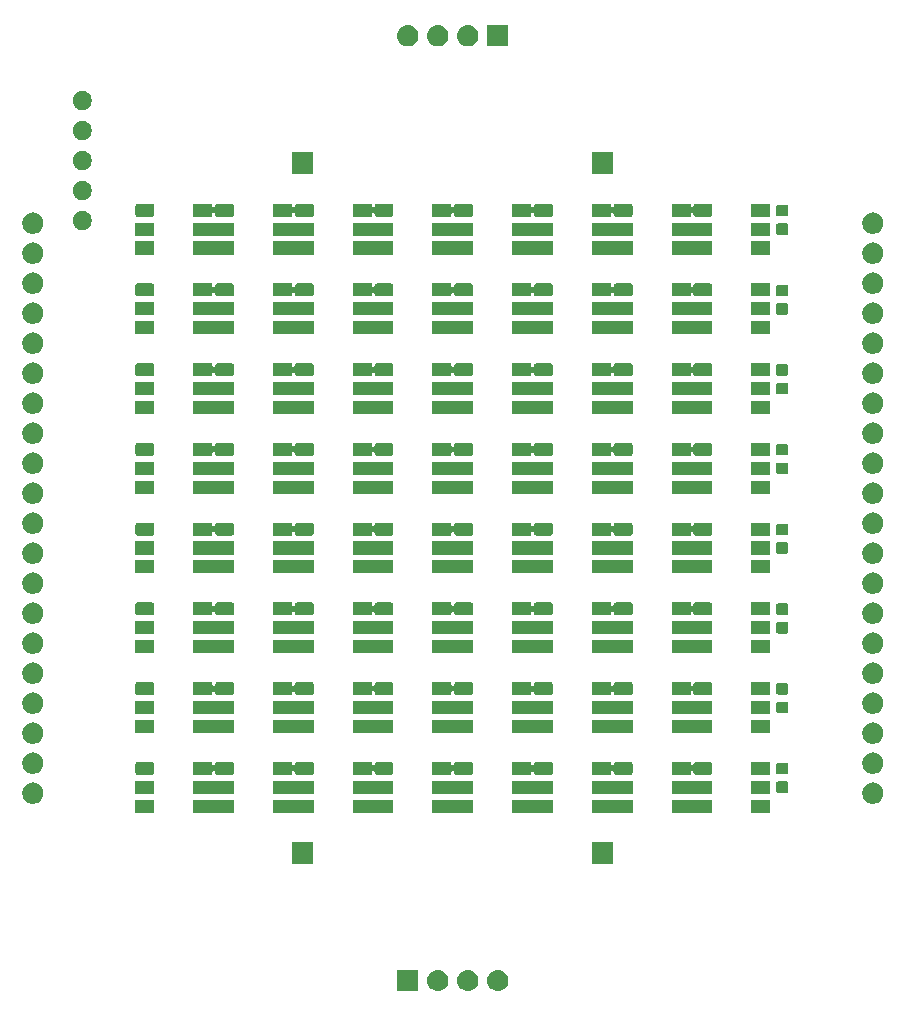
<source format=gts>
G04 #@! TF.GenerationSoftware,KiCad,Pcbnew,(5.1.2-1)-1*
G04 #@! TF.CreationDate,2021-03-21T18:44:29-05:00*
G04 #@! TF.ProjectId,Core64 LM v0.2,436f7265-3634-4204-9c4d-2076302e322e,0.3*
G04 #@! TF.SameCoordinates,Original*
G04 #@! TF.FileFunction,Soldermask,Top*
G04 #@! TF.FilePolarity,Negative*
%FSLAX46Y46*%
G04 Gerber Fmt 4.6, Leading zero omitted, Abs format (unit mm)*
G04 Created by KiCad (PCBNEW (5.1.2-1)-1) date 2021-03-21 18:44:29*
%MOMM*%
%LPD*%
G04 APERTURE LIST*
%ADD10C,0.100000*%
G04 APERTURE END LIST*
D10*
G36*
X3920443Y-39105519D02*
G01*
X3986627Y-39112037D01*
X4156466Y-39163557D01*
X4312991Y-39247222D01*
X4348729Y-39276552D01*
X4450186Y-39359814D01*
X4533448Y-39461271D01*
X4562778Y-39497009D01*
X4646443Y-39653534D01*
X4697963Y-39823373D01*
X4715359Y-40000000D01*
X4697963Y-40176627D01*
X4646443Y-40346466D01*
X4562778Y-40502991D01*
X4533448Y-40538729D01*
X4450186Y-40640186D01*
X4348729Y-40723448D01*
X4312991Y-40752778D01*
X4156466Y-40836443D01*
X3986627Y-40887963D01*
X3920443Y-40894481D01*
X3854260Y-40901000D01*
X3765740Y-40901000D01*
X3699557Y-40894481D01*
X3633373Y-40887963D01*
X3463534Y-40836443D01*
X3307009Y-40752778D01*
X3271271Y-40723448D01*
X3169814Y-40640186D01*
X3086552Y-40538729D01*
X3057222Y-40502991D01*
X2973557Y-40346466D01*
X2922037Y-40176627D01*
X2904641Y-40000000D01*
X2922037Y-39823373D01*
X2973557Y-39653534D01*
X3057222Y-39497009D01*
X3086552Y-39461271D01*
X3169814Y-39359814D01*
X3271271Y-39276552D01*
X3307009Y-39247222D01*
X3463534Y-39163557D01*
X3633373Y-39112037D01*
X3699557Y-39105519D01*
X3765740Y-39099000D01*
X3854260Y-39099000D01*
X3920443Y-39105519D01*
X3920443Y-39105519D01*
G37*
G36*
X1380443Y-39105519D02*
G01*
X1446627Y-39112037D01*
X1616466Y-39163557D01*
X1772991Y-39247222D01*
X1808729Y-39276552D01*
X1910186Y-39359814D01*
X1993448Y-39461271D01*
X2022778Y-39497009D01*
X2106443Y-39653534D01*
X2157963Y-39823373D01*
X2175359Y-40000000D01*
X2157963Y-40176627D01*
X2106443Y-40346466D01*
X2022778Y-40502991D01*
X1993448Y-40538729D01*
X1910186Y-40640186D01*
X1808729Y-40723448D01*
X1772991Y-40752778D01*
X1616466Y-40836443D01*
X1446627Y-40887963D01*
X1380443Y-40894481D01*
X1314260Y-40901000D01*
X1225740Y-40901000D01*
X1159557Y-40894481D01*
X1093373Y-40887963D01*
X923534Y-40836443D01*
X767009Y-40752778D01*
X731271Y-40723448D01*
X629814Y-40640186D01*
X546552Y-40538729D01*
X517222Y-40502991D01*
X433557Y-40346466D01*
X382037Y-40176627D01*
X364641Y-40000000D01*
X382037Y-39823373D01*
X433557Y-39653534D01*
X517222Y-39497009D01*
X546552Y-39461271D01*
X629814Y-39359814D01*
X731271Y-39276552D01*
X767009Y-39247222D01*
X923534Y-39163557D01*
X1093373Y-39112037D01*
X1159557Y-39105519D01*
X1225740Y-39099000D01*
X1314260Y-39099000D01*
X1380443Y-39105519D01*
X1380443Y-39105519D01*
G37*
G36*
X-1159557Y-39105519D02*
G01*
X-1093373Y-39112037D01*
X-923534Y-39163557D01*
X-767009Y-39247222D01*
X-731271Y-39276552D01*
X-629814Y-39359814D01*
X-546552Y-39461271D01*
X-517222Y-39497009D01*
X-433557Y-39653534D01*
X-382037Y-39823373D01*
X-364641Y-40000000D01*
X-382037Y-40176627D01*
X-433557Y-40346466D01*
X-517222Y-40502991D01*
X-546552Y-40538729D01*
X-629814Y-40640186D01*
X-731271Y-40723448D01*
X-767009Y-40752778D01*
X-923534Y-40836443D01*
X-1093373Y-40887963D01*
X-1159557Y-40894481D01*
X-1225740Y-40901000D01*
X-1314260Y-40901000D01*
X-1380443Y-40894481D01*
X-1446627Y-40887963D01*
X-1616466Y-40836443D01*
X-1772991Y-40752778D01*
X-1808729Y-40723448D01*
X-1910186Y-40640186D01*
X-1993448Y-40538729D01*
X-2022778Y-40502991D01*
X-2106443Y-40346466D01*
X-2157963Y-40176627D01*
X-2175359Y-40000000D01*
X-2157963Y-39823373D01*
X-2106443Y-39653534D01*
X-2022778Y-39497009D01*
X-1993448Y-39461271D01*
X-1910186Y-39359814D01*
X-1808729Y-39276552D01*
X-1772991Y-39247222D01*
X-1616466Y-39163557D01*
X-1446627Y-39112037D01*
X-1380443Y-39105519D01*
X-1314260Y-39099000D01*
X-1225740Y-39099000D01*
X-1159557Y-39105519D01*
X-1159557Y-39105519D01*
G37*
G36*
X-2909000Y-40901000D02*
G01*
X-4711000Y-40901000D01*
X-4711000Y-39099000D01*
X-2909000Y-39099000D01*
X-2909000Y-40901000D01*
X-2909000Y-40901000D01*
G37*
G36*
X13601000Y-30111000D02*
G01*
X11799000Y-30111000D01*
X11799000Y-28309000D01*
X13601000Y-28309000D01*
X13601000Y-30111000D01*
X13601000Y-30111000D01*
G37*
G36*
X-11799000Y-30111000D02*
G01*
X-13601000Y-30111000D01*
X-13601000Y-28309000D01*
X-11799000Y-28309000D01*
X-11799000Y-30111000D01*
X-11799000Y-30111000D01*
G37*
G36*
X-11774000Y-25776000D02*
G01*
X-15226000Y-25776000D01*
X-15226000Y-24674000D01*
X-11774000Y-24674000D01*
X-11774000Y-25776000D01*
X-11774000Y-25776000D01*
G37*
G36*
X-18524000Y-25776000D02*
G01*
X-21976000Y-25776000D01*
X-21976000Y-24674000D01*
X-18524000Y-24674000D01*
X-18524000Y-25776000D01*
X-18524000Y-25776000D01*
G37*
G36*
X-25274000Y-25776000D02*
G01*
X-26876000Y-25776000D01*
X-26876000Y-24674000D01*
X-25274000Y-24674000D01*
X-25274000Y-25776000D01*
X-25274000Y-25776000D01*
G37*
G36*
X15226000Y-25776000D02*
G01*
X11774000Y-25776000D01*
X11774000Y-24674000D01*
X15226000Y-24674000D01*
X15226000Y-25776000D01*
X15226000Y-25776000D01*
G37*
G36*
X-5024000Y-25776000D02*
G01*
X-8476000Y-25776000D01*
X-8476000Y-24674000D01*
X-5024000Y-24674000D01*
X-5024000Y-25776000D01*
X-5024000Y-25776000D01*
G37*
G36*
X1726000Y-25776000D02*
G01*
X-1726000Y-25776000D01*
X-1726000Y-24674000D01*
X1726000Y-24674000D01*
X1726000Y-25776000D01*
X1726000Y-25776000D01*
G37*
G36*
X8476000Y-25776000D02*
G01*
X5024000Y-25776000D01*
X5024000Y-24674000D01*
X8476000Y-24674000D01*
X8476000Y-25776000D01*
X8476000Y-25776000D01*
G37*
G36*
X21976000Y-25776000D02*
G01*
X18524000Y-25776000D01*
X18524000Y-24674000D01*
X21976000Y-24674000D01*
X21976000Y-25776000D01*
X21976000Y-25776000D01*
G37*
G36*
X26876000Y-25776000D02*
G01*
X25274000Y-25776000D01*
X25274000Y-24674000D01*
X26876000Y-24674000D01*
X26876000Y-25776000D01*
X26876000Y-25776000D01*
G37*
G36*
X35673512Y-23233927D02*
G01*
X35822812Y-23263624D01*
X35986784Y-23331544D01*
X36134354Y-23430147D01*
X36259853Y-23555646D01*
X36358456Y-23703216D01*
X36426376Y-23867188D01*
X36461000Y-24041259D01*
X36461000Y-24218741D01*
X36426376Y-24392812D01*
X36358456Y-24556784D01*
X36259853Y-24704354D01*
X36134354Y-24829853D01*
X35986784Y-24928456D01*
X35822812Y-24996376D01*
X35673512Y-25026073D01*
X35648742Y-25031000D01*
X35471258Y-25031000D01*
X35446488Y-25026073D01*
X35297188Y-24996376D01*
X35133216Y-24928456D01*
X34985646Y-24829853D01*
X34860147Y-24704354D01*
X34761544Y-24556784D01*
X34693624Y-24392812D01*
X34659000Y-24218741D01*
X34659000Y-24041259D01*
X34693624Y-23867188D01*
X34761544Y-23703216D01*
X34860147Y-23555646D01*
X34985646Y-23430147D01*
X35133216Y-23331544D01*
X35297188Y-23263624D01*
X35446488Y-23233927D01*
X35471258Y-23229000D01*
X35648742Y-23229000D01*
X35673512Y-23233927D01*
X35673512Y-23233927D01*
G37*
G36*
X-35446488Y-23233927D02*
G01*
X-35297188Y-23263624D01*
X-35133216Y-23331544D01*
X-34985646Y-23430147D01*
X-34860147Y-23555646D01*
X-34761544Y-23703216D01*
X-34693624Y-23867188D01*
X-34659000Y-24041259D01*
X-34659000Y-24218741D01*
X-34693624Y-24392812D01*
X-34761544Y-24556784D01*
X-34860147Y-24704354D01*
X-34985646Y-24829853D01*
X-35133216Y-24928456D01*
X-35297188Y-24996376D01*
X-35446488Y-25026073D01*
X-35471258Y-25031000D01*
X-35648742Y-25031000D01*
X-35673512Y-25026073D01*
X-35822812Y-24996376D01*
X-35986784Y-24928456D01*
X-36134354Y-24829853D01*
X-36259853Y-24704354D01*
X-36358456Y-24556784D01*
X-36426376Y-24392812D01*
X-36461000Y-24218741D01*
X-36461000Y-24041259D01*
X-36426376Y-23867188D01*
X-36358456Y-23703216D01*
X-36259853Y-23555646D01*
X-36134354Y-23430147D01*
X-35986784Y-23331544D01*
X-35822812Y-23263624D01*
X-35673512Y-23233927D01*
X-35648742Y-23229000D01*
X-35471258Y-23229000D01*
X-35446488Y-23233927D01*
X-35446488Y-23233927D01*
G37*
G36*
X-5024000Y-24176000D02*
G01*
X-8476000Y-24176000D01*
X-8476000Y-23074000D01*
X-5024000Y-23074000D01*
X-5024000Y-24176000D01*
X-5024000Y-24176000D01*
G37*
G36*
X1726000Y-24176000D02*
G01*
X-1726000Y-24176000D01*
X-1726000Y-23074000D01*
X1726000Y-23074000D01*
X1726000Y-24176000D01*
X1726000Y-24176000D01*
G37*
G36*
X-11774000Y-24176000D02*
G01*
X-15226000Y-24176000D01*
X-15226000Y-23074000D01*
X-11774000Y-23074000D01*
X-11774000Y-24176000D01*
X-11774000Y-24176000D01*
G37*
G36*
X-25274000Y-24176000D02*
G01*
X-26876000Y-24176000D01*
X-26876000Y-23074000D01*
X-25274000Y-23074000D01*
X-25274000Y-24176000D01*
X-25274000Y-24176000D01*
G37*
G36*
X-18524000Y-24176000D02*
G01*
X-21976000Y-24176000D01*
X-21976000Y-23074000D01*
X-18524000Y-23074000D01*
X-18524000Y-24176000D01*
X-18524000Y-24176000D01*
G37*
G36*
X8476000Y-24176000D02*
G01*
X5024000Y-24176000D01*
X5024000Y-23074000D01*
X8476000Y-23074000D01*
X8476000Y-24176000D01*
X8476000Y-24176000D01*
G37*
G36*
X15226000Y-24176000D02*
G01*
X11774000Y-24176000D01*
X11774000Y-23074000D01*
X15226000Y-23074000D01*
X15226000Y-24176000D01*
X15226000Y-24176000D01*
G37*
G36*
X26876000Y-24176000D02*
G01*
X25274000Y-24176000D01*
X25274000Y-23074000D01*
X26876000Y-23074000D01*
X26876000Y-24176000D01*
X26876000Y-24176000D01*
G37*
G36*
X21976000Y-24176000D02*
G01*
X18524000Y-24176000D01*
X18524000Y-23074000D01*
X21976000Y-23074000D01*
X21976000Y-24176000D01*
X21976000Y-24176000D01*
G37*
G36*
X28264591Y-23143085D02*
G01*
X28298569Y-23153393D01*
X28329890Y-23170134D01*
X28357339Y-23192661D01*
X28379866Y-23220110D01*
X28396607Y-23251431D01*
X28406915Y-23285409D01*
X28411000Y-23326890D01*
X28411000Y-23928110D01*
X28406915Y-23969591D01*
X28396607Y-24003569D01*
X28379866Y-24034890D01*
X28357339Y-24062339D01*
X28329890Y-24084866D01*
X28298569Y-24101607D01*
X28264591Y-24111915D01*
X28223110Y-24116000D01*
X27546890Y-24116000D01*
X27505409Y-24111915D01*
X27471431Y-24101607D01*
X27440110Y-24084866D01*
X27412661Y-24062339D01*
X27390134Y-24034890D01*
X27373393Y-24003569D01*
X27363085Y-23969591D01*
X27359000Y-23928110D01*
X27359000Y-23326890D01*
X27363085Y-23285409D01*
X27373393Y-23251431D01*
X27390134Y-23220110D01*
X27412661Y-23192661D01*
X27440110Y-23170134D01*
X27471431Y-23153393D01*
X27505409Y-23143085D01*
X27546890Y-23139000D01*
X28223110Y-23139000D01*
X28264591Y-23143085D01*
X28264591Y-23143085D01*
G37*
G36*
X-124000Y-21666715D02*
G01*
X-121598Y-21691101D01*
X-114485Y-21714550D01*
X-102934Y-21736161D01*
X-87389Y-21755103D01*
X-68447Y-21770648D01*
X-46836Y-21782199D01*
X-23387Y-21789312D01*
X999Y-21791714D01*
X25385Y-21789312D01*
X48834Y-21782199D01*
X70445Y-21770648D01*
X89387Y-21755103D01*
X104932Y-21736161D01*
X116483Y-21714550D01*
X125396Y-21678968D01*
X128686Y-21645566D01*
X140774Y-21605716D01*
X160399Y-21569001D01*
X186814Y-21536814D01*
X219001Y-21510399D01*
X255716Y-21490774D01*
X295566Y-21478686D01*
X343141Y-21474000D01*
X1506859Y-21474000D01*
X1554434Y-21478686D01*
X1594284Y-21490774D01*
X1630999Y-21510399D01*
X1663186Y-21536814D01*
X1689601Y-21569001D01*
X1709226Y-21605716D01*
X1721314Y-21645566D01*
X1726000Y-21693141D01*
X1726000Y-22356859D01*
X1721314Y-22404434D01*
X1709226Y-22444284D01*
X1689601Y-22480999D01*
X1663186Y-22513186D01*
X1630999Y-22539601D01*
X1594284Y-22559226D01*
X1554434Y-22571314D01*
X1506859Y-22576000D01*
X343141Y-22576000D01*
X295566Y-22571314D01*
X255716Y-22559226D01*
X219001Y-22539601D01*
X186814Y-22513186D01*
X160399Y-22480999D01*
X140774Y-22444284D01*
X128686Y-22404434D01*
X125396Y-22371032D01*
X120615Y-22346999D01*
X111238Y-22324360D01*
X97624Y-22303986D01*
X80297Y-22286659D01*
X59922Y-22273045D01*
X37283Y-22263668D01*
X13250Y-22258888D01*
X-11254Y-22258888D01*
X-35287Y-22263669D01*
X-57926Y-22273046D01*
X-78300Y-22286660D01*
X-95627Y-22303987D01*
X-109241Y-22324362D01*
X-118618Y-22347001D01*
X-124000Y-22383285D01*
X-124000Y-22576000D01*
X-1726000Y-22576000D01*
X-1726000Y-21474000D01*
X-124000Y-21474000D01*
X-124000Y-21666715D01*
X-124000Y-21666715D01*
G37*
G36*
X-6874000Y-21666715D02*
G01*
X-6871598Y-21691101D01*
X-6864485Y-21714550D01*
X-6852934Y-21736161D01*
X-6837389Y-21755103D01*
X-6818447Y-21770648D01*
X-6796836Y-21782199D01*
X-6773387Y-21789312D01*
X-6749001Y-21791714D01*
X-6724615Y-21789312D01*
X-6701166Y-21782199D01*
X-6679555Y-21770648D01*
X-6660613Y-21755103D01*
X-6645068Y-21736161D01*
X-6633517Y-21714550D01*
X-6624604Y-21678968D01*
X-6621314Y-21645566D01*
X-6609226Y-21605716D01*
X-6589601Y-21569001D01*
X-6563186Y-21536814D01*
X-6530999Y-21510399D01*
X-6494284Y-21490774D01*
X-6454434Y-21478686D01*
X-6406859Y-21474000D01*
X-5243141Y-21474000D01*
X-5195566Y-21478686D01*
X-5155716Y-21490774D01*
X-5119001Y-21510399D01*
X-5086814Y-21536814D01*
X-5060399Y-21569001D01*
X-5040774Y-21605716D01*
X-5028686Y-21645566D01*
X-5024000Y-21693141D01*
X-5024000Y-22356859D01*
X-5028686Y-22404434D01*
X-5040774Y-22444284D01*
X-5060399Y-22480999D01*
X-5086814Y-22513186D01*
X-5119001Y-22539601D01*
X-5155716Y-22559226D01*
X-5195566Y-22571314D01*
X-5243141Y-22576000D01*
X-6406859Y-22576000D01*
X-6454434Y-22571314D01*
X-6494284Y-22559226D01*
X-6530999Y-22539601D01*
X-6563186Y-22513186D01*
X-6589601Y-22480999D01*
X-6609226Y-22444284D01*
X-6621314Y-22404434D01*
X-6624604Y-22371032D01*
X-6629385Y-22346999D01*
X-6638762Y-22324360D01*
X-6652376Y-22303986D01*
X-6669703Y-22286659D01*
X-6690078Y-22273045D01*
X-6712717Y-22263668D01*
X-6736750Y-22258888D01*
X-6761254Y-22258888D01*
X-6785287Y-22263669D01*
X-6807926Y-22273046D01*
X-6828300Y-22286660D01*
X-6845627Y-22303987D01*
X-6859241Y-22324362D01*
X-6868618Y-22347001D01*
X-6874000Y-22383285D01*
X-6874000Y-22576000D01*
X-8476000Y-22576000D01*
X-8476000Y-21474000D01*
X-6874000Y-21474000D01*
X-6874000Y-21666715D01*
X-6874000Y-21666715D01*
G37*
G36*
X6626000Y-21666715D02*
G01*
X6628402Y-21691101D01*
X6635515Y-21714550D01*
X6647066Y-21736161D01*
X6662611Y-21755103D01*
X6681553Y-21770648D01*
X6703164Y-21782199D01*
X6726613Y-21789312D01*
X6750999Y-21791714D01*
X6775385Y-21789312D01*
X6798834Y-21782199D01*
X6820445Y-21770648D01*
X6839387Y-21755103D01*
X6854932Y-21736161D01*
X6866483Y-21714550D01*
X6875396Y-21678968D01*
X6878686Y-21645566D01*
X6890774Y-21605716D01*
X6910399Y-21569001D01*
X6936814Y-21536814D01*
X6969001Y-21510399D01*
X7005716Y-21490774D01*
X7045566Y-21478686D01*
X7093141Y-21474000D01*
X8256859Y-21474000D01*
X8304434Y-21478686D01*
X8344284Y-21490774D01*
X8380999Y-21510399D01*
X8413186Y-21536814D01*
X8439601Y-21569001D01*
X8459226Y-21605716D01*
X8471314Y-21645566D01*
X8476000Y-21693141D01*
X8476000Y-22356859D01*
X8471314Y-22404434D01*
X8459226Y-22444284D01*
X8439601Y-22480999D01*
X8413186Y-22513186D01*
X8380999Y-22539601D01*
X8344284Y-22559226D01*
X8304434Y-22571314D01*
X8256859Y-22576000D01*
X7093141Y-22576000D01*
X7045566Y-22571314D01*
X7005716Y-22559226D01*
X6969001Y-22539601D01*
X6936814Y-22513186D01*
X6910399Y-22480999D01*
X6890774Y-22444284D01*
X6878686Y-22404434D01*
X6875396Y-22371032D01*
X6870615Y-22346999D01*
X6861238Y-22324360D01*
X6847624Y-22303986D01*
X6830297Y-22286659D01*
X6809922Y-22273045D01*
X6787283Y-22263668D01*
X6763250Y-22258888D01*
X6738746Y-22258888D01*
X6714713Y-22263669D01*
X6692074Y-22273046D01*
X6671700Y-22286660D01*
X6654373Y-22303987D01*
X6640759Y-22324362D01*
X6631382Y-22347001D01*
X6626000Y-22383285D01*
X6626000Y-22576000D01*
X5024000Y-22576000D01*
X5024000Y-21474000D01*
X6626000Y-21474000D01*
X6626000Y-21666715D01*
X6626000Y-21666715D01*
G37*
G36*
X13376000Y-21666715D02*
G01*
X13378402Y-21691101D01*
X13385515Y-21714550D01*
X13397066Y-21736161D01*
X13412611Y-21755103D01*
X13431553Y-21770648D01*
X13453164Y-21782199D01*
X13476613Y-21789312D01*
X13500999Y-21791714D01*
X13525385Y-21789312D01*
X13548834Y-21782199D01*
X13570445Y-21770648D01*
X13589387Y-21755103D01*
X13604932Y-21736161D01*
X13616483Y-21714550D01*
X13625396Y-21678968D01*
X13628686Y-21645566D01*
X13640774Y-21605716D01*
X13660399Y-21569001D01*
X13686814Y-21536814D01*
X13719001Y-21510399D01*
X13755716Y-21490774D01*
X13795566Y-21478686D01*
X13843141Y-21474000D01*
X15006859Y-21474000D01*
X15054434Y-21478686D01*
X15094284Y-21490774D01*
X15130999Y-21510399D01*
X15163186Y-21536814D01*
X15189601Y-21569001D01*
X15209226Y-21605716D01*
X15221314Y-21645566D01*
X15226000Y-21693141D01*
X15226000Y-22356859D01*
X15221314Y-22404434D01*
X15209226Y-22444284D01*
X15189601Y-22480999D01*
X15163186Y-22513186D01*
X15130999Y-22539601D01*
X15094284Y-22559226D01*
X15054434Y-22571314D01*
X15006859Y-22576000D01*
X13843141Y-22576000D01*
X13795566Y-22571314D01*
X13755716Y-22559226D01*
X13719001Y-22539601D01*
X13686814Y-22513186D01*
X13660399Y-22480999D01*
X13640774Y-22444284D01*
X13628686Y-22404434D01*
X13625396Y-22371032D01*
X13620615Y-22346999D01*
X13611238Y-22324360D01*
X13597624Y-22303986D01*
X13580297Y-22286659D01*
X13559922Y-22273045D01*
X13537283Y-22263668D01*
X13513250Y-22258888D01*
X13488746Y-22258888D01*
X13464713Y-22263669D01*
X13442074Y-22273046D01*
X13421700Y-22286660D01*
X13404373Y-22303987D01*
X13390759Y-22324362D01*
X13381382Y-22347001D01*
X13376000Y-22383285D01*
X13376000Y-22576000D01*
X11774000Y-22576000D01*
X11774000Y-21474000D01*
X13376000Y-21474000D01*
X13376000Y-21666715D01*
X13376000Y-21666715D01*
G37*
G36*
X-13624000Y-21666715D02*
G01*
X-13621598Y-21691101D01*
X-13614485Y-21714550D01*
X-13602934Y-21736161D01*
X-13587389Y-21755103D01*
X-13568447Y-21770648D01*
X-13546836Y-21782199D01*
X-13523387Y-21789312D01*
X-13499001Y-21791714D01*
X-13474615Y-21789312D01*
X-13451166Y-21782199D01*
X-13429555Y-21770648D01*
X-13410613Y-21755103D01*
X-13395068Y-21736161D01*
X-13383517Y-21714550D01*
X-13374604Y-21678968D01*
X-13371314Y-21645566D01*
X-13359226Y-21605716D01*
X-13339601Y-21569001D01*
X-13313186Y-21536814D01*
X-13280999Y-21510399D01*
X-13244284Y-21490774D01*
X-13204434Y-21478686D01*
X-13156859Y-21474000D01*
X-11993141Y-21474000D01*
X-11945566Y-21478686D01*
X-11905716Y-21490774D01*
X-11869001Y-21510399D01*
X-11836814Y-21536814D01*
X-11810399Y-21569001D01*
X-11790774Y-21605716D01*
X-11778686Y-21645566D01*
X-11774000Y-21693141D01*
X-11774000Y-22356859D01*
X-11778686Y-22404434D01*
X-11790774Y-22444284D01*
X-11810399Y-22480999D01*
X-11836814Y-22513186D01*
X-11869001Y-22539601D01*
X-11905716Y-22559226D01*
X-11945566Y-22571314D01*
X-11993141Y-22576000D01*
X-13156859Y-22576000D01*
X-13204434Y-22571314D01*
X-13244284Y-22559226D01*
X-13280999Y-22539601D01*
X-13313186Y-22513186D01*
X-13339601Y-22480999D01*
X-13359226Y-22444284D01*
X-13371314Y-22404434D01*
X-13374604Y-22371032D01*
X-13379385Y-22346999D01*
X-13388762Y-22324360D01*
X-13402376Y-22303986D01*
X-13419703Y-22286659D01*
X-13440078Y-22273045D01*
X-13462717Y-22263668D01*
X-13486750Y-22258888D01*
X-13511254Y-22258888D01*
X-13535287Y-22263669D01*
X-13557926Y-22273046D01*
X-13578300Y-22286660D01*
X-13595627Y-22303987D01*
X-13609241Y-22324362D01*
X-13618618Y-22347001D01*
X-13624000Y-22383285D01*
X-13624000Y-22576000D01*
X-15226000Y-22576000D01*
X-15226000Y-21474000D01*
X-13624000Y-21474000D01*
X-13624000Y-21666715D01*
X-13624000Y-21666715D01*
G37*
G36*
X26876000Y-22576000D02*
G01*
X25274000Y-22576000D01*
X25274000Y-21474000D01*
X26876000Y-21474000D01*
X26876000Y-22576000D01*
X26876000Y-22576000D01*
G37*
G36*
X20126000Y-21666715D02*
G01*
X20128402Y-21691101D01*
X20135515Y-21714550D01*
X20147066Y-21736161D01*
X20162611Y-21755103D01*
X20181553Y-21770648D01*
X20203164Y-21782199D01*
X20226613Y-21789312D01*
X20250999Y-21791714D01*
X20275385Y-21789312D01*
X20298834Y-21782199D01*
X20320445Y-21770648D01*
X20339387Y-21755103D01*
X20354932Y-21736161D01*
X20366483Y-21714550D01*
X20375396Y-21678968D01*
X20378686Y-21645566D01*
X20390774Y-21605716D01*
X20410399Y-21569001D01*
X20436814Y-21536814D01*
X20469001Y-21510399D01*
X20505716Y-21490774D01*
X20545566Y-21478686D01*
X20593141Y-21474000D01*
X21756859Y-21474000D01*
X21804434Y-21478686D01*
X21844284Y-21490774D01*
X21880999Y-21510399D01*
X21913186Y-21536814D01*
X21939601Y-21569001D01*
X21959226Y-21605716D01*
X21971314Y-21645566D01*
X21976000Y-21693141D01*
X21976000Y-22356859D01*
X21971314Y-22404434D01*
X21959226Y-22444284D01*
X21939601Y-22480999D01*
X21913186Y-22513186D01*
X21880999Y-22539601D01*
X21844284Y-22559226D01*
X21804434Y-22571314D01*
X21756859Y-22576000D01*
X20593141Y-22576000D01*
X20545566Y-22571314D01*
X20505716Y-22559226D01*
X20469001Y-22539601D01*
X20436814Y-22513186D01*
X20410399Y-22480999D01*
X20390774Y-22444284D01*
X20378686Y-22404434D01*
X20375396Y-22371032D01*
X20370615Y-22346999D01*
X20361238Y-22324360D01*
X20347624Y-22303986D01*
X20330297Y-22286659D01*
X20309922Y-22273045D01*
X20287283Y-22263668D01*
X20263250Y-22258888D01*
X20238746Y-22258888D01*
X20214713Y-22263669D01*
X20192074Y-22273046D01*
X20171700Y-22286660D01*
X20154373Y-22303987D01*
X20140759Y-22324362D01*
X20131382Y-22347001D01*
X20126000Y-22383285D01*
X20126000Y-22576000D01*
X18524000Y-22576000D01*
X18524000Y-21474000D01*
X20126000Y-21474000D01*
X20126000Y-21666715D01*
X20126000Y-21666715D01*
G37*
G36*
X-20374000Y-21666715D02*
G01*
X-20371598Y-21691101D01*
X-20364485Y-21714550D01*
X-20352934Y-21736161D01*
X-20337389Y-21755103D01*
X-20318447Y-21770648D01*
X-20296836Y-21782199D01*
X-20273387Y-21789312D01*
X-20249001Y-21791714D01*
X-20224615Y-21789312D01*
X-20201166Y-21782199D01*
X-20179555Y-21770648D01*
X-20160613Y-21755103D01*
X-20145068Y-21736161D01*
X-20133517Y-21714550D01*
X-20124604Y-21678968D01*
X-20121314Y-21645566D01*
X-20109226Y-21605716D01*
X-20089601Y-21569001D01*
X-20063186Y-21536814D01*
X-20030999Y-21510399D01*
X-19994284Y-21490774D01*
X-19954434Y-21478686D01*
X-19906859Y-21474000D01*
X-18743141Y-21474000D01*
X-18695566Y-21478686D01*
X-18655716Y-21490774D01*
X-18619001Y-21510399D01*
X-18586814Y-21536814D01*
X-18560399Y-21569001D01*
X-18540774Y-21605716D01*
X-18528686Y-21645566D01*
X-18524000Y-21693141D01*
X-18524000Y-22356859D01*
X-18528686Y-22404434D01*
X-18540774Y-22444284D01*
X-18560399Y-22480999D01*
X-18586814Y-22513186D01*
X-18619001Y-22539601D01*
X-18655716Y-22559226D01*
X-18695566Y-22571314D01*
X-18743141Y-22576000D01*
X-19906859Y-22576000D01*
X-19954434Y-22571314D01*
X-19994284Y-22559226D01*
X-20030999Y-22539601D01*
X-20063186Y-22513186D01*
X-20089601Y-22480999D01*
X-20109226Y-22444284D01*
X-20121314Y-22404434D01*
X-20124604Y-22371032D01*
X-20129385Y-22346999D01*
X-20138762Y-22324360D01*
X-20152376Y-22303986D01*
X-20169703Y-22286659D01*
X-20190078Y-22273045D01*
X-20212717Y-22263668D01*
X-20236750Y-22258888D01*
X-20261254Y-22258888D01*
X-20285287Y-22263669D01*
X-20307926Y-22273046D01*
X-20328300Y-22286660D01*
X-20345627Y-22303987D01*
X-20359241Y-22324362D01*
X-20368618Y-22347001D01*
X-20374000Y-22383285D01*
X-20374000Y-22576000D01*
X-21976000Y-22576000D01*
X-21976000Y-21474000D01*
X-20374000Y-21474000D01*
X-20374000Y-21666715D01*
X-20374000Y-21666715D01*
G37*
G36*
X-25445566Y-21478686D02*
G01*
X-25405716Y-21490774D01*
X-25369001Y-21510399D01*
X-25336814Y-21536814D01*
X-25310399Y-21569001D01*
X-25290774Y-21605716D01*
X-25278686Y-21645566D01*
X-25274000Y-21693141D01*
X-25274000Y-22356859D01*
X-25278686Y-22404434D01*
X-25290774Y-22444284D01*
X-25310399Y-22480999D01*
X-25336814Y-22513186D01*
X-25369001Y-22539601D01*
X-25405716Y-22559226D01*
X-25445566Y-22571314D01*
X-25493141Y-22576000D01*
X-26656859Y-22576000D01*
X-26704434Y-22571314D01*
X-26744284Y-22559226D01*
X-26780999Y-22539601D01*
X-26813186Y-22513186D01*
X-26839601Y-22480999D01*
X-26859226Y-22444284D01*
X-26871314Y-22404434D01*
X-26876000Y-22356859D01*
X-26876000Y-21693141D01*
X-26871314Y-21645566D01*
X-26859226Y-21605716D01*
X-26839601Y-21569001D01*
X-26813186Y-21536814D01*
X-26780999Y-21510399D01*
X-26744284Y-21490774D01*
X-26704434Y-21478686D01*
X-26656859Y-21474000D01*
X-25493141Y-21474000D01*
X-25445566Y-21478686D01*
X-25445566Y-21478686D01*
G37*
G36*
X28264591Y-21568085D02*
G01*
X28298569Y-21578393D01*
X28329890Y-21595134D01*
X28357339Y-21617661D01*
X28379866Y-21645110D01*
X28396607Y-21676431D01*
X28406915Y-21710409D01*
X28411000Y-21751890D01*
X28411000Y-22353110D01*
X28406915Y-22394591D01*
X28396607Y-22428569D01*
X28379866Y-22459890D01*
X28357339Y-22487339D01*
X28329890Y-22509866D01*
X28298569Y-22526607D01*
X28264591Y-22536915D01*
X28223110Y-22541000D01*
X27546890Y-22541000D01*
X27505409Y-22536915D01*
X27471431Y-22526607D01*
X27440110Y-22509866D01*
X27412661Y-22487339D01*
X27390134Y-22459890D01*
X27373393Y-22428569D01*
X27363085Y-22394591D01*
X27359000Y-22353110D01*
X27359000Y-21751890D01*
X27363085Y-21710409D01*
X27373393Y-21676431D01*
X27390134Y-21645110D01*
X27412661Y-21617661D01*
X27440110Y-21595134D01*
X27471431Y-21578393D01*
X27505409Y-21568085D01*
X27546890Y-21564000D01*
X28223110Y-21564000D01*
X28264591Y-21568085D01*
X28264591Y-21568085D01*
G37*
G36*
X-35446488Y-20693927D02*
G01*
X-35297188Y-20723624D01*
X-35133216Y-20791544D01*
X-34985646Y-20890147D01*
X-34860147Y-21015646D01*
X-34761544Y-21163216D01*
X-34693624Y-21327188D01*
X-34664422Y-21474000D01*
X-34661085Y-21490774D01*
X-34659000Y-21501259D01*
X-34659000Y-21678741D01*
X-34693624Y-21852812D01*
X-34761544Y-22016784D01*
X-34860147Y-22164354D01*
X-34985646Y-22289853D01*
X-35133216Y-22388456D01*
X-35297188Y-22456376D01*
X-35446488Y-22486073D01*
X-35471258Y-22491000D01*
X-35648742Y-22491000D01*
X-35673512Y-22486073D01*
X-35822812Y-22456376D01*
X-35986784Y-22388456D01*
X-36134354Y-22289853D01*
X-36259853Y-22164354D01*
X-36358456Y-22016784D01*
X-36426376Y-21852812D01*
X-36461000Y-21678741D01*
X-36461000Y-21501259D01*
X-36458914Y-21490774D01*
X-36455578Y-21474000D01*
X-36426376Y-21327188D01*
X-36358456Y-21163216D01*
X-36259853Y-21015646D01*
X-36134354Y-20890147D01*
X-35986784Y-20791544D01*
X-35822812Y-20723624D01*
X-35673512Y-20693927D01*
X-35648742Y-20689000D01*
X-35471258Y-20689000D01*
X-35446488Y-20693927D01*
X-35446488Y-20693927D01*
G37*
G36*
X35673512Y-20693927D02*
G01*
X35822812Y-20723624D01*
X35986784Y-20791544D01*
X36134354Y-20890147D01*
X36259853Y-21015646D01*
X36358456Y-21163216D01*
X36426376Y-21327188D01*
X36455578Y-21474000D01*
X36458915Y-21490774D01*
X36461000Y-21501259D01*
X36461000Y-21678741D01*
X36426376Y-21852812D01*
X36358456Y-22016784D01*
X36259853Y-22164354D01*
X36134354Y-22289853D01*
X35986784Y-22388456D01*
X35822812Y-22456376D01*
X35673512Y-22486073D01*
X35648742Y-22491000D01*
X35471258Y-22491000D01*
X35446488Y-22486073D01*
X35297188Y-22456376D01*
X35133216Y-22388456D01*
X34985646Y-22289853D01*
X34860147Y-22164354D01*
X34761544Y-22016784D01*
X34693624Y-21852812D01*
X34659000Y-21678741D01*
X34659000Y-21501259D01*
X34661086Y-21490774D01*
X34664422Y-21474000D01*
X34693624Y-21327188D01*
X34761544Y-21163216D01*
X34860147Y-21015646D01*
X34985646Y-20890147D01*
X35133216Y-20791544D01*
X35297188Y-20723624D01*
X35446488Y-20693927D01*
X35471258Y-20689000D01*
X35648742Y-20689000D01*
X35673512Y-20693927D01*
X35673512Y-20693927D01*
G37*
G36*
X-35446488Y-18153927D02*
G01*
X-35297188Y-18183624D01*
X-35133216Y-18251544D01*
X-34985646Y-18350147D01*
X-34860147Y-18475646D01*
X-34761544Y-18623216D01*
X-34693624Y-18787188D01*
X-34659000Y-18961259D01*
X-34659000Y-19138741D01*
X-34693624Y-19312812D01*
X-34761544Y-19476784D01*
X-34860147Y-19624354D01*
X-34985646Y-19749853D01*
X-35133216Y-19848456D01*
X-35297188Y-19916376D01*
X-35446488Y-19946073D01*
X-35471258Y-19951000D01*
X-35648742Y-19951000D01*
X-35673512Y-19946073D01*
X-35822812Y-19916376D01*
X-35986784Y-19848456D01*
X-36134354Y-19749853D01*
X-36259853Y-19624354D01*
X-36358456Y-19476784D01*
X-36426376Y-19312812D01*
X-36461000Y-19138741D01*
X-36461000Y-18961259D01*
X-36426376Y-18787188D01*
X-36358456Y-18623216D01*
X-36259853Y-18475646D01*
X-36134354Y-18350147D01*
X-35986784Y-18251544D01*
X-35822812Y-18183624D01*
X-35673512Y-18153927D01*
X-35648742Y-18149000D01*
X-35471258Y-18149000D01*
X-35446488Y-18153927D01*
X-35446488Y-18153927D01*
G37*
G36*
X35673512Y-18153927D02*
G01*
X35822812Y-18183624D01*
X35986784Y-18251544D01*
X36134354Y-18350147D01*
X36259853Y-18475646D01*
X36358456Y-18623216D01*
X36426376Y-18787188D01*
X36461000Y-18961259D01*
X36461000Y-19138741D01*
X36426376Y-19312812D01*
X36358456Y-19476784D01*
X36259853Y-19624354D01*
X36134354Y-19749853D01*
X35986784Y-19848456D01*
X35822812Y-19916376D01*
X35673512Y-19946073D01*
X35648742Y-19951000D01*
X35471258Y-19951000D01*
X35446488Y-19946073D01*
X35297188Y-19916376D01*
X35133216Y-19848456D01*
X34985646Y-19749853D01*
X34860147Y-19624354D01*
X34761544Y-19476784D01*
X34693624Y-19312812D01*
X34659000Y-19138741D01*
X34659000Y-18961259D01*
X34693624Y-18787188D01*
X34761544Y-18623216D01*
X34860147Y-18475646D01*
X34985646Y-18350147D01*
X35133216Y-18251544D01*
X35297188Y-18183624D01*
X35446488Y-18153927D01*
X35471258Y-18149000D01*
X35648742Y-18149000D01*
X35673512Y-18153927D01*
X35673512Y-18153927D01*
G37*
G36*
X-18524000Y-19026000D02*
G01*
X-21976000Y-19026000D01*
X-21976000Y-17924000D01*
X-18524000Y-17924000D01*
X-18524000Y-19026000D01*
X-18524000Y-19026000D01*
G37*
G36*
X-11774000Y-19026000D02*
G01*
X-15226000Y-19026000D01*
X-15226000Y-17924000D01*
X-11774000Y-17924000D01*
X-11774000Y-19026000D01*
X-11774000Y-19026000D01*
G37*
G36*
X-5024000Y-19026000D02*
G01*
X-8476000Y-19026000D01*
X-8476000Y-17924000D01*
X-5024000Y-17924000D01*
X-5024000Y-19026000D01*
X-5024000Y-19026000D01*
G37*
G36*
X1726000Y-19026000D02*
G01*
X-1726000Y-19026000D01*
X-1726000Y-17924000D01*
X1726000Y-17924000D01*
X1726000Y-19026000D01*
X1726000Y-19026000D01*
G37*
G36*
X8476000Y-19026000D02*
G01*
X5024000Y-19026000D01*
X5024000Y-17924000D01*
X8476000Y-17924000D01*
X8476000Y-19026000D01*
X8476000Y-19026000D01*
G37*
G36*
X15226000Y-19026000D02*
G01*
X11774000Y-19026000D01*
X11774000Y-17924000D01*
X15226000Y-17924000D01*
X15226000Y-19026000D01*
X15226000Y-19026000D01*
G37*
G36*
X21976000Y-19026000D02*
G01*
X18524000Y-19026000D01*
X18524000Y-17924000D01*
X21976000Y-17924000D01*
X21976000Y-19026000D01*
X21976000Y-19026000D01*
G37*
G36*
X26876000Y-19026000D02*
G01*
X25274000Y-19026000D01*
X25274000Y-17924000D01*
X26876000Y-17924000D01*
X26876000Y-19026000D01*
X26876000Y-19026000D01*
G37*
G36*
X-25274000Y-19026000D02*
G01*
X-26876000Y-19026000D01*
X-26876000Y-17924000D01*
X-25274000Y-17924000D01*
X-25274000Y-19026000D01*
X-25274000Y-19026000D01*
G37*
G36*
X1726000Y-17426000D02*
G01*
X-1726000Y-17426000D01*
X-1726000Y-16324000D01*
X1726000Y-16324000D01*
X1726000Y-17426000D01*
X1726000Y-17426000D01*
G37*
G36*
X26876000Y-17426000D02*
G01*
X25274000Y-17426000D01*
X25274000Y-16324000D01*
X26876000Y-16324000D01*
X26876000Y-17426000D01*
X26876000Y-17426000D01*
G37*
G36*
X21976000Y-17426000D02*
G01*
X18524000Y-17426000D01*
X18524000Y-16324000D01*
X21976000Y-16324000D01*
X21976000Y-17426000D01*
X21976000Y-17426000D01*
G37*
G36*
X-5024000Y-17426000D02*
G01*
X-8476000Y-17426000D01*
X-8476000Y-16324000D01*
X-5024000Y-16324000D01*
X-5024000Y-17426000D01*
X-5024000Y-17426000D01*
G37*
G36*
X15226000Y-17426000D02*
G01*
X11774000Y-17426000D01*
X11774000Y-16324000D01*
X15226000Y-16324000D01*
X15226000Y-17426000D01*
X15226000Y-17426000D01*
G37*
G36*
X8476000Y-17426000D02*
G01*
X5024000Y-17426000D01*
X5024000Y-16324000D01*
X8476000Y-16324000D01*
X8476000Y-17426000D01*
X8476000Y-17426000D01*
G37*
G36*
X-11774000Y-17426000D02*
G01*
X-15226000Y-17426000D01*
X-15226000Y-16324000D01*
X-11774000Y-16324000D01*
X-11774000Y-17426000D01*
X-11774000Y-17426000D01*
G37*
G36*
X-18524000Y-17426000D02*
G01*
X-21976000Y-17426000D01*
X-21976000Y-16324000D01*
X-18524000Y-16324000D01*
X-18524000Y-17426000D01*
X-18524000Y-17426000D01*
G37*
G36*
X-25274000Y-17426000D02*
G01*
X-26876000Y-17426000D01*
X-26876000Y-16324000D01*
X-25274000Y-16324000D01*
X-25274000Y-17426000D01*
X-25274000Y-17426000D01*
G37*
G36*
X35673512Y-15613927D02*
G01*
X35822812Y-15643624D01*
X35986784Y-15711544D01*
X36134354Y-15810147D01*
X36259853Y-15935646D01*
X36358456Y-16083216D01*
X36426376Y-16247188D01*
X36461000Y-16421259D01*
X36461000Y-16598741D01*
X36426376Y-16772812D01*
X36358456Y-16936784D01*
X36259853Y-17084354D01*
X36134354Y-17209853D01*
X35986784Y-17308456D01*
X35822812Y-17376376D01*
X35673512Y-17406073D01*
X35648742Y-17411000D01*
X35471258Y-17411000D01*
X35446488Y-17406073D01*
X35297188Y-17376376D01*
X35133216Y-17308456D01*
X34985646Y-17209853D01*
X34860147Y-17084354D01*
X34761544Y-16936784D01*
X34693624Y-16772812D01*
X34659000Y-16598741D01*
X34659000Y-16421259D01*
X34693624Y-16247188D01*
X34761544Y-16083216D01*
X34860147Y-15935646D01*
X34985646Y-15810147D01*
X35133216Y-15711544D01*
X35297188Y-15643624D01*
X35446488Y-15613927D01*
X35471258Y-15609000D01*
X35648742Y-15609000D01*
X35673512Y-15613927D01*
X35673512Y-15613927D01*
G37*
G36*
X-35446488Y-15613927D02*
G01*
X-35297188Y-15643624D01*
X-35133216Y-15711544D01*
X-34985646Y-15810147D01*
X-34860147Y-15935646D01*
X-34761544Y-16083216D01*
X-34693624Y-16247188D01*
X-34659000Y-16421259D01*
X-34659000Y-16598741D01*
X-34693624Y-16772812D01*
X-34761544Y-16936784D01*
X-34860147Y-17084354D01*
X-34985646Y-17209853D01*
X-35133216Y-17308456D01*
X-35297188Y-17376376D01*
X-35446488Y-17406073D01*
X-35471258Y-17411000D01*
X-35648742Y-17411000D01*
X-35673512Y-17406073D01*
X-35822812Y-17376376D01*
X-35986784Y-17308456D01*
X-36134354Y-17209853D01*
X-36259853Y-17084354D01*
X-36358456Y-16936784D01*
X-36426376Y-16772812D01*
X-36461000Y-16598741D01*
X-36461000Y-16421259D01*
X-36426376Y-16247188D01*
X-36358456Y-16083216D01*
X-36259853Y-15935646D01*
X-36134354Y-15810147D01*
X-35986784Y-15711544D01*
X-35822812Y-15643624D01*
X-35673512Y-15613927D01*
X-35648742Y-15609000D01*
X-35471258Y-15609000D01*
X-35446488Y-15613927D01*
X-35446488Y-15613927D01*
G37*
G36*
X28264591Y-16383085D02*
G01*
X28298569Y-16393393D01*
X28329890Y-16410134D01*
X28357339Y-16432661D01*
X28379866Y-16460110D01*
X28396607Y-16491431D01*
X28406915Y-16525409D01*
X28411000Y-16566890D01*
X28411000Y-17168110D01*
X28406915Y-17209591D01*
X28396607Y-17243569D01*
X28379866Y-17274890D01*
X28357339Y-17302339D01*
X28329890Y-17324866D01*
X28298569Y-17341607D01*
X28264591Y-17351915D01*
X28223110Y-17356000D01*
X27546890Y-17356000D01*
X27505409Y-17351915D01*
X27471431Y-17341607D01*
X27440110Y-17324866D01*
X27412661Y-17302339D01*
X27390134Y-17274890D01*
X27373393Y-17243569D01*
X27363085Y-17209591D01*
X27359000Y-17168110D01*
X27359000Y-16566890D01*
X27363085Y-16525409D01*
X27373393Y-16491431D01*
X27390134Y-16460110D01*
X27412661Y-16432661D01*
X27440110Y-16410134D01*
X27471431Y-16393393D01*
X27505409Y-16383085D01*
X27546890Y-16379000D01*
X28223110Y-16379000D01*
X28264591Y-16383085D01*
X28264591Y-16383085D01*
G37*
G36*
X6626000Y-14916715D02*
G01*
X6628402Y-14941101D01*
X6635515Y-14964550D01*
X6647066Y-14986161D01*
X6662611Y-15005103D01*
X6681553Y-15020648D01*
X6703164Y-15032199D01*
X6726613Y-15039312D01*
X6750999Y-15041714D01*
X6775385Y-15039312D01*
X6798834Y-15032199D01*
X6820445Y-15020648D01*
X6839387Y-15005103D01*
X6854932Y-14986161D01*
X6866483Y-14964550D01*
X6875396Y-14928968D01*
X6878686Y-14895566D01*
X6890774Y-14855716D01*
X6910399Y-14819001D01*
X6936814Y-14786814D01*
X6969001Y-14760399D01*
X7005716Y-14740774D01*
X7045566Y-14728686D01*
X7093141Y-14724000D01*
X8256859Y-14724000D01*
X8304434Y-14728686D01*
X8344284Y-14740774D01*
X8380999Y-14760399D01*
X8413186Y-14786814D01*
X8439601Y-14819001D01*
X8459226Y-14855716D01*
X8471314Y-14895566D01*
X8476000Y-14943141D01*
X8476000Y-15606859D01*
X8471314Y-15654434D01*
X8459226Y-15694284D01*
X8439601Y-15730999D01*
X8413186Y-15763186D01*
X8380999Y-15789601D01*
X8344284Y-15809226D01*
X8304434Y-15821314D01*
X8256859Y-15826000D01*
X7093141Y-15826000D01*
X7045566Y-15821314D01*
X7005716Y-15809226D01*
X6969001Y-15789601D01*
X6936814Y-15763186D01*
X6910399Y-15730999D01*
X6890774Y-15694284D01*
X6878686Y-15654434D01*
X6875396Y-15621032D01*
X6870615Y-15596999D01*
X6861238Y-15574360D01*
X6847624Y-15553986D01*
X6830297Y-15536659D01*
X6809922Y-15523045D01*
X6787283Y-15513668D01*
X6763250Y-15508888D01*
X6738746Y-15508888D01*
X6714713Y-15513669D01*
X6692074Y-15523046D01*
X6671700Y-15536660D01*
X6654373Y-15553987D01*
X6640759Y-15574362D01*
X6631382Y-15597001D01*
X6626000Y-15633285D01*
X6626000Y-15826000D01*
X5024000Y-15826000D01*
X5024000Y-14724000D01*
X6626000Y-14724000D01*
X6626000Y-14916715D01*
X6626000Y-14916715D01*
G37*
G36*
X26876000Y-15826000D02*
G01*
X25274000Y-15826000D01*
X25274000Y-14724000D01*
X26876000Y-14724000D01*
X26876000Y-15826000D01*
X26876000Y-15826000D01*
G37*
G36*
X-25445566Y-14728686D02*
G01*
X-25405716Y-14740774D01*
X-25369001Y-14760399D01*
X-25336814Y-14786814D01*
X-25310399Y-14819001D01*
X-25290774Y-14855716D01*
X-25278686Y-14895566D01*
X-25274000Y-14943141D01*
X-25274000Y-15606859D01*
X-25278686Y-15654434D01*
X-25290774Y-15694284D01*
X-25310399Y-15730999D01*
X-25336814Y-15763186D01*
X-25369001Y-15789601D01*
X-25405716Y-15809226D01*
X-25445566Y-15821314D01*
X-25493141Y-15826000D01*
X-26656859Y-15826000D01*
X-26704434Y-15821314D01*
X-26744284Y-15809226D01*
X-26780999Y-15789601D01*
X-26813186Y-15763186D01*
X-26839601Y-15730999D01*
X-26859226Y-15694284D01*
X-26871314Y-15654434D01*
X-26876000Y-15606859D01*
X-26876000Y-14943141D01*
X-26871314Y-14895566D01*
X-26859226Y-14855716D01*
X-26839601Y-14819001D01*
X-26813186Y-14786814D01*
X-26780999Y-14760399D01*
X-26744284Y-14740774D01*
X-26704434Y-14728686D01*
X-26656859Y-14724000D01*
X-25493141Y-14724000D01*
X-25445566Y-14728686D01*
X-25445566Y-14728686D01*
G37*
G36*
X13376000Y-14916715D02*
G01*
X13378402Y-14941101D01*
X13385515Y-14964550D01*
X13397066Y-14986161D01*
X13412611Y-15005103D01*
X13431553Y-15020648D01*
X13453164Y-15032199D01*
X13476613Y-15039312D01*
X13500999Y-15041714D01*
X13525385Y-15039312D01*
X13548834Y-15032199D01*
X13570445Y-15020648D01*
X13589387Y-15005103D01*
X13604932Y-14986161D01*
X13616483Y-14964550D01*
X13625396Y-14928968D01*
X13628686Y-14895566D01*
X13640774Y-14855716D01*
X13660399Y-14819001D01*
X13686814Y-14786814D01*
X13719001Y-14760399D01*
X13755716Y-14740774D01*
X13795566Y-14728686D01*
X13843141Y-14724000D01*
X15006859Y-14724000D01*
X15054434Y-14728686D01*
X15094284Y-14740774D01*
X15130999Y-14760399D01*
X15163186Y-14786814D01*
X15189601Y-14819001D01*
X15209226Y-14855716D01*
X15221314Y-14895566D01*
X15226000Y-14943141D01*
X15226000Y-15606859D01*
X15221314Y-15654434D01*
X15209226Y-15694284D01*
X15189601Y-15730999D01*
X15163186Y-15763186D01*
X15130999Y-15789601D01*
X15094284Y-15809226D01*
X15054434Y-15821314D01*
X15006859Y-15826000D01*
X13843141Y-15826000D01*
X13795566Y-15821314D01*
X13755716Y-15809226D01*
X13719001Y-15789601D01*
X13686814Y-15763186D01*
X13660399Y-15730999D01*
X13640774Y-15694284D01*
X13628686Y-15654434D01*
X13625396Y-15621032D01*
X13620615Y-15596999D01*
X13611238Y-15574360D01*
X13597624Y-15553986D01*
X13580297Y-15536659D01*
X13559922Y-15523045D01*
X13537283Y-15513668D01*
X13513250Y-15508888D01*
X13488746Y-15508888D01*
X13464713Y-15513669D01*
X13442074Y-15523046D01*
X13421700Y-15536660D01*
X13404373Y-15553987D01*
X13390759Y-15574362D01*
X13381382Y-15597001D01*
X13376000Y-15633285D01*
X13376000Y-15826000D01*
X11774000Y-15826000D01*
X11774000Y-14724000D01*
X13376000Y-14724000D01*
X13376000Y-14916715D01*
X13376000Y-14916715D01*
G37*
G36*
X-20374000Y-14916715D02*
G01*
X-20371598Y-14941101D01*
X-20364485Y-14964550D01*
X-20352934Y-14986161D01*
X-20337389Y-15005103D01*
X-20318447Y-15020648D01*
X-20296836Y-15032199D01*
X-20273387Y-15039312D01*
X-20249001Y-15041714D01*
X-20224615Y-15039312D01*
X-20201166Y-15032199D01*
X-20179555Y-15020648D01*
X-20160613Y-15005103D01*
X-20145068Y-14986161D01*
X-20133517Y-14964550D01*
X-20124604Y-14928968D01*
X-20121314Y-14895566D01*
X-20109226Y-14855716D01*
X-20089601Y-14819001D01*
X-20063186Y-14786814D01*
X-20030999Y-14760399D01*
X-19994284Y-14740774D01*
X-19954434Y-14728686D01*
X-19906859Y-14724000D01*
X-18743141Y-14724000D01*
X-18695566Y-14728686D01*
X-18655716Y-14740774D01*
X-18619001Y-14760399D01*
X-18586814Y-14786814D01*
X-18560399Y-14819001D01*
X-18540774Y-14855716D01*
X-18528686Y-14895566D01*
X-18524000Y-14943141D01*
X-18524000Y-15606859D01*
X-18528686Y-15654434D01*
X-18540774Y-15694284D01*
X-18560399Y-15730999D01*
X-18586814Y-15763186D01*
X-18619001Y-15789601D01*
X-18655716Y-15809226D01*
X-18695566Y-15821314D01*
X-18743141Y-15826000D01*
X-19906859Y-15826000D01*
X-19954434Y-15821314D01*
X-19994284Y-15809226D01*
X-20030999Y-15789601D01*
X-20063186Y-15763186D01*
X-20089601Y-15730999D01*
X-20109226Y-15694284D01*
X-20121314Y-15654434D01*
X-20124604Y-15621032D01*
X-20129385Y-15596999D01*
X-20138762Y-15574360D01*
X-20152376Y-15553986D01*
X-20169703Y-15536659D01*
X-20190078Y-15523045D01*
X-20212717Y-15513668D01*
X-20236750Y-15508888D01*
X-20261254Y-15508888D01*
X-20285287Y-15513669D01*
X-20307926Y-15523046D01*
X-20328300Y-15536660D01*
X-20345627Y-15553987D01*
X-20359241Y-15574362D01*
X-20368618Y-15597001D01*
X-20374000Y-15633285D01*
X-20374000Y-15826000D01*
X-21976000Y-15826000D01*
X-21976000Y-14724000D01*
X-20374000Y-14724000D01*
X-20374000Y-14916715D01*
X-20374000Y-14916715D01*
G37*
G36*
X-124000Y-14916715D02*
G01*
X-121598Y-14941101D01*
X-114485Y-14964550D01*
X-102934Y-14986161D01*
X-87389Y-15005103D01*
X-68447Y-15020648D01*
X-46836Y-15032199D01*
X-23387Y-15039312D01*
X999Y-15041714D01*
X25385Y-15039312D01*
X48834Y-15032199D01*
X70445Y-15020648D01*
X89387Y-15005103D01*
X104932Y-14986161D01*
X116483Y-14964550D01*
X125396Y-14928968D01*
X128686Y-14895566D01*
X140774Y-14855716D01*
X160399Y-14819001D01*
X186814Y-14786814D01*
X219001Y-14760399D01*
X255716Y-14740774D01*
X295566Y-14728686D01*
X343141Y-14724000D01*
X1506859Y-14724000D01*
X1554434Y-14728686D01*
X1594284Y-14740774D01*
X1630999Y-14760399D01*
X1663186Y-14786814D01*
X1689601Y-14819001D01*
X1709226Y-14855716D01*
X1721314Y-14895566D01*
X1726000Y-14943141D01*
X1726000Y-15606859D01*
X1721314Y-15654434D01*
X1709226Y-15694284D01*
X1689601Y-15730999D01*
X1663186Y-15763186D01*
X1630999Y-15789601D01*
X1594284Y-15809226D01*
X1554434Y-15821314D01*
X1506859Y-15826000D01*
X343141Y-15826000D01*
X295566Y-15821314D01*
X255716Y-15809226D01*
X219001Y-15789601D01*
X186814Y-15763186D01*
X160399Y-15730999D01*
X140774Y-15694284D01*
X128686Y-15654434D01*
X125396Y-15621032D01*
X120615Y-15596999D01*
X111238Y-15574360D01*
X97624Y-15553986D01*
X80297Y-15536659D01*
X59922Y-15523045D01*
X37283Y-15513668D01*
X13250Y-15508888D01*
X-11254Y-15508888D01*
X-35287Y-15513669D01*
X-57926Y-15523046D01*
X-78300Y-15536660D01*
X-95627Y-15553987D01*
X-109241Y-15574362D01*
X-118618Y-15597001D01*
X-124000Y-15633285D01*
X-124000Y-15826000D01*
X-1726000Y-15826000D01*
X-1726000Y-14724000D01*
X-124000Y-14724000D01*
X-124000Y-14916715D01*
X-124000Y-14916715D01*
G37*
G36*
X-13624000Y-14916715D02*
G01*
X-13621598Y-14941101D01*
X-13614485Y-14964550D01*
X-13602934Y-14986161D01*
X-13587389Y-15005103D01*
X-13568447Y-15020648D01*
X-13546836Y-15032199D01*
X-13523387Y-15039312D01*
X-13499001Y-15041714D01*
X-13474615Y-15039312D01*
X-13451166Y-15032199D01*
X-13429555Y-15020648D01*
X-13410613Y-15005103D01*
X-13395068Y-14986161D01*
X-13383517Y-14964550D01*
X-13374604Y-14928968D01*
X-13371314Y-14895566D01*
X-13359226Y-14855716D01*
X-13339601Y-14819001D01*
X-13313186Y-14786814D01*
X-13280999Y-14760399D01*
X-13244284Y-14740774D01*
X-13204434Y-14728686D01*
X-13156859Y-14724000D01*
X-11993141Y-14724000D01*
X-11945566Y-14728686D01*
X-11905716Y-14740774D01*
X-11869001Y-14760399D01*
X-11836814Y-14786814D01*
X-11810399Y-14819001D01*
X-11790774Y-14855716D01*
X-11778686Y-14895566D01*
X-11774000Y-14943141D01*
X-11774000Y-15606859D01*
X-11778686Y-15654434D01*
X-11790774Y-15694284D01*
X-11810399Y-15730999D01*
X-11836814Y-15763186D01*
X-11869001Y-15789601D01*
X-11905716Y-15809226D01*
X-11945566Y-15821314D01*
X-11993141Y-15826000D01*
X-13156859Y-15826000D01*
X-13204434Y-15821314D01*
X-13244284Y-15809226D01*
X-13280999Y-15789601D01*
X-13313186Y-15763186D01*
X-13339601Y-15730999D01*
X-13359226Y-15694284D01*
X-13371314Y-15654434D01*
X-13374604Y-15621032D01*
X-13379385Y-15596999D01*
X-13388762Y-15574360D01*
X-13402376Y-15553986D01*
X-13419703Y-15536659D01*
X-13440078Y-15523045D01*
X-13462717Y-15513668D01*
X-13486750Y-15508888D01*
X-13511254Y-15508888D01*
X-13535287Y-15513669D01*
X-13557926Y-15523046D01*
X-13578300Y-15536660D01*
X-13595627Y-15553987D01*
X-13609241Y-15574362D01*
X-13618618Y-15597001D01*
X-13624000Y-15633285D01*
X-13624000Y-15826000D01*
X-15226000Y-15826000D01*
X-15226000Y-14724000D01*
X-13624000Y-14724000D01*
X-13624000Y-14916715D01*
X-13624000Y-14916715D01*
G37*
G36*
X20126000Y-14916715D02*
G01*
X20128402Y-14941101D01*
X20135515Y-14964550D01*
X20147066Y-14986161D01*
X20162611Y-15005103D01*
X20181553Y-15020648D01*
X20203164Y-15032199D01*
X20226613Y-15039312D01*
X20250999Y-15041714D01*
X20275385Y-15039312D01*
X20298834Y-15032199D01*
X20320445Y-15020648D01*
X20339387Y-15005103D01*
X20354932Y-14986161D01*
X20366483Y-14964550D01*
X20375396Y-14928968D01*
X20378686Y-14895566D01*
X20390774Y-14855716D01*
X20410399Y-14819001D01*
X20436814Y-14786814D01*
X20469001Y-14760399D01*
X20505716Y-14740774D01*
X20545566Y-14728686D01*
X20593141Y-14724000D01*
X21756859Y-14724000D01*
X21804434Y-14728686D01*
X21844284Y-14740774D01*
X21880999Y-14760399D01*
X21913186Y-14786814D01*
X21939601Y-14819001D01*
X21959226Y-14855716D01*
X21971314Y-14895566D01*
X21976000Y-14943141D01*
X21976000Y-15606859D01*
X21971314Y-15654434D01*
X21959226Y-15694284D01*
X21939601Y-15730999D01*
X21913186Y-15763186D01*
X21880999Y-15789601D01*
X21844284Y-15809226D01*
X21804434Y-15821314D01*
X21756859Y-15826000D01*
X20593141Y-15826000D01*
X20545566Y-15821314D01*
X20505716Y-15809226D01*
X20469001Y-15789601D01*
X20436814Y-15763186D01*
X20410399Y-15730999D01*
X20390774Y-15694284D01*
X20378686Y-15654434D01*
X20375396Y-15621032D01*
X20370615Y-15596999D01*
X20361238Y-15574360D01*
X20347624Y-15553986D01*
X20330297Y-15536659D01*
X20309922Y-15523045D01*
X20287283Y-15513668D01*
X20263250Y-15508888D01*
X20238746Y-15508888D01*
X20214713Y-15513669D01*
X20192074Y-15523046D01*
X20171700Y-15536660D01*
X20154373Y-15553987D01*
X20140759Y-15574362D01*
X20131382Y-15597001D01*
X20126000Y-15633285D01*
X20126000Y-15826000D01*
X18524000Y-15826000D01*
X18524000Y-14724000D01*
X20126000Y-14724000D01*
X20126000Y-14916715D01*
X20126000Y-14916715D01*
G37*
G36*
X-6874000Y-14916715D02*
G01*
X-6871598Y-14941101D01*
X-6864485Y-14964550D01*
X-6852934Y-14986161D01*
X-6837389Y-15005103D01*
X-6818447Y-15020648D01*
X-6796836Y-15032199D01*
X-6773387Y-15039312D01*
X-6749001Y-15041714D01*
X-6724615Y-15039312D01*
X-6701166Y-15032199D01*
X-6679555Y-15020648D01*
X-6660613Y-15005103D01*
X-6645068Y-14986161D01*
X-6633517Y-14964550D01*
X-6624604Y-14928968D01*
X-6621314Y-14895566D01*
X-6609226Y-14855716D01*
X-6589601Y-14819001D01*
X-6563186Y-14786814D01*
X-6530999Y-14760399D01*
X-6494284Y-14740774D01*
X-6454434Y-14728686D01*
X-6406859Y-14724000D01*
X-5243141Y-14724000D01*
X-5195566Y-14728686D01*
X-5155716Y-14740774D01*
X-5119001Y-14760399D01*
X-5086814Y-14786814D01*
X-5060399Y-14819001D01*
X-5040774Y-14855716D01*
X-5028686Y-14895566D01*
X-5024000Y-14943141D01*
X-5024000Y-15606859D01*
X-5028686Y-15654434D01*
X-5040774Y-15694284D01*
X-5060399Y-15730999D01*
X-5086814Y-15763186D01*
X-5119001Y-15789601D01*
X-5155716Y-15809226D01*
X-5195566Y-15821314D01*
X-5243141Y-15826000D01*
X-6406859Y-15826000D01*
X-6454434Y-15821314D01*
X-6494284Y-15809226D01*
X-6530999Y-15789601D01*
X-6563186Y-15763186D01*
X-6589601Y-15730999D01*
X-6609226Y-15694284D01*
X-6621314Y-15654434D01*
X-6624604Y-15621032D01*
X-6629385Y-15596999D01*
X-6638762Y-15574360D01*
X-6652376Y-15553986D01*
X-6669703Y-15536659D01*
X-6690078Y-15523045D01*
X-6712717Y-15513668D01*
X-6736750Y-15508888D01*
X-6761254Y-15508888D01*
X-6785287Y-15513669D01*
X-6807926Y-15523046D01*
X-6828300Y-15536660D01*
X-6845627Y-15553987D01*
X-6859241Y-15574362D01*
X-6868618Y-15597001D01*
X-6874000Y-15633285D01*
X-6874000Y-15826000D01*
X-8476000Y-15826000D01*
X-8476000Y-14724000D01*
X-6874000Y-14724000D01*
X-6874000Y-14916715D01*
X-6874000Y-14916715D01*
G37*
G36*
X28264591Y-14808085D02*
G01*
X28298569Y-14818393D01*
X28329890Y-14835134D01*
X28357339Y-14857661D01*
X28379866Y-14885110D01*
X28396607Y-14916431D01*
X28406915Y-14950409D01*
X28411000Y-14991890D01*
X28411000Y-15593110D01*
X28406915Y-15634591D01*
X28396607Y-15668569D01*
X28379866Y-15699890D01*
X28357339Y-15727339D01*
X28329890Y-15749866D01*
X28298569Y-15766607D01*
X28264591Y-15776915D01*
X28223110Y-15781000D01*
X27546890Y-15781000D01*
X27505409Y-15776915D01*
X27471431Y-15766607D01*
X27440110Y-15749866D01*
X27412661Y-15727339D01*
X27390134Y-15699890D01*
X27373393Y-15668569D01*
X27363085Y-15634591D01*
X27359000Y-15593110D01*
X27359000Y-14991890D01*
X27363085Y-14950409D01*
X27373393Y-14916431D01*
X27390134Y-14885110D01*
X27412661Y-14857661D01*
X27440110Y-14835134D01*
X27471431Y-14818393D01*
X27505409Y-14808085D01*
X27546890Y-14804000D01*
X28223110Y-14804000D01*
X28264591Y-14808085D01*
X28264591Y-14808085D01*
G37*
G36*
X35673512Y-13073927D02*
G01*
X35822812Y-13103624D01*
X35986784Y-13171544D01*
X36134354Y-13270147D01*
X36259853Y-13395646D01*
X36358456Y-13543216D01*
X36426376Y-13707188D01*
X36461000Y-13881259D01*
X36461000Y-14058741D01*
X36426376Y-14232812D01*
X36358456Y-14396784D01*
X36259853Y-14544354D01*
X36134354Y-14669853D01*
X35986784Y-14768456D01*
X35822812Y-14836376D01*
X35673512Y-14866073D01*
X35648742Y-14871000D01*
X35471258Y-14871000D01*
X35446488Y-14866073D01*
X35297188Y-14836376D01*
X35133216Y-14768456D01*
X34985646Y-14669853D01*
X34860147Y-14544354D01*
X34761544Y-14396784D01*
X34693624Y-14232812D01*
X34659000Y-14058741D01*
X34659000Y-13881259D01*
X34693624Y-13707188D01*
X34761544Y-13543216D01*
X34860147Y-13395646D01*
X34985646Y-13270147D01*
X35133216Y-13171544D01*
X35297188Y-13103624D01*
X35446488Y-13073927D01*
X35471258Y-13069000D01*
X35648742Y-13069000D01*
X35673512Y-13073927D01*
X35673512Y-13073927D01*
G37*
G36*
X-35446488Y-13073927D02*
G01*
X-35297188Y-13103624D01*
X-35133216Y-13171544D01*
X-34985646Y-13270147D01*
X-34860147Y-13395646D01*
X-34761544Y-13543216D01*
X-34693624Y-13707188D01*
X-34659000Y-13881259D01*
X-34659000Y-14058741D01*
X-34693624Y-14232812D01*
X-34761544Y-14396784D01*
X-34860147Y-14544354D01*
X-34985646Y-14669853D01*
X-35133216Y-14768456D01*
X-35297188Y-14836376D01*
X-35446488Y-14866073D01*
X-35471258Y-14871000D01*
X-35648742Y-14871000D01*
X-35673512Y-14866073D01*
X-35822812Y-14836376D01*
X-35986784Y-14768456D01*
X-36134354Y-14669853D01*
X-36259853Y-14544354D01*
X-36358456Y-14396784D01*
X-36426376Y-14232812D01*
X-36461000Y-14058741D01*
X-36461000Y-13881259D01*
X-36426376Y-13707188D01*
X-36358456Y-13543216D01*
X-36259853Y-13395646D01*
X-36134354Y-13270147D01*
X-35986784Y-13171544D01*
X-35822812Y-13103624D01*
X-35673512Y-13073927D01*
X-35648742Y-13069000D01*
X-35471258Y-13069000D01*
X-35446488Y-13073927D01*
X-35446488Y-13073927D01*
G37*
G36*
X35673512Y-10533927D02*
G01*
X35822812Y-10563624D01*
X35986784Y-10631544D01*
X36134354Y-10730147D01*
X36259853Y-10855646D01*
X36358456Y-11003216D01*
X36426376Y-11167188D01*
X36461000Y-11341259D01*
X36461000Y-11518741D01*
X36426376Y-11692812D01*
X36358456Y-11856784D01*
X36259853Y-12004354D01*
X36134354Y-12129853D01*
X35986784Y-12228456D01*
X35822812Y-12296376D01*
X35673512Y-12326073D01*
X35648742Y-12331000D01*
X35471258Y-12331000D01*
X35446488Y-12326073D01*
X35297188Y-12296376D01*
X35133216Y-12228456D01*
X34985646Y-12129853D01*
X34860147Y-12004354D01*
X34761544Y-11856784D01*
X34693624Y-11692812D01*
X34659000Y-11518741D01*
X34659000Y-11341259D01*
X34693624Y-11167188D01*
X34761544Y-11003216D01*
X34860147Y-10855646D01*
X34985646Y-10730147D01*
X35133216Y-10631544D01*
X35297188Y-10563624D01*
X35446488Y-10533927D01*
X35471258Y-10529000D01*
X35648742Y-10529000D01*
X35673512Y-10533927D01*
X35673512Y-10533927D01*
G37*
G36*
X-35446488Y-10533927D02*
G01*
X-35297188Y-10563624D01*
X-35133216Y-10631544D01*
X-34985646Y-10730147D01*
X-34860147Y-10855646D01*
X-34761544Y-11003216D01*
X-34693624Y-11167188D01*
X-34659000Y-11341259D01*
X-34659000Y-11518741D01*
X-34693624Y-11692812D01*
X-34761544Y-11856784D01*
X-34860147Y-12004354D01*
X-34985646Y-12129853D01*
X-35133216Y-12228456D01*
X-35297188Y-12296376D01*
X-35446488Y-12326073D01*
X-35471258Y-12331000D01*
X-35648742Y-12331000D01*
X-35673512Y-12326073D01*
X-35822812Y-12296376D01*
X-35986784Y-12228456D01*
X-36134354Y-12129853D01*
X-36259853Y-12004354D01*
X-36358456Y-11856784D01*
X-36426376Y-11692812D01*
X-36461000Y-11518741D01*
X-36461000Y-11341259D01*
X-36426376Y-11167188D01*
X-36358456Y-11003216D01*
X-36259853Y-10855646D01*
X-36134354Y-10730147D01*
X-35986784Y-10631544D01*
X-35822812Y-10563624D01*
X-35673512Y-10533927D01*
X-35648742Y-10529000D01*
X-35471258Y-10529000D01*
X-35446488Y-10533927D01*
X-35446488Y-10533927D01*
G37*
G36*
X-18524000Y-12276000D02*
G01*
X-21976000Y-12276000D01*
X-21976000Y-11174000D01*
X-18524000Y-11174000D01*
X-18524000Y-12276000D01*
X-18524000Y-12276000D01*
G37*
G36*
X-11774000Y-12276000D02*
G01*
X-15226000Y-12276000D01*
X-15226000Y-11174000D01*
X-11774000Y-11174000D01*
X-11774000Y-12276000D01*
X-11774000Y-12276000D01*
G37*
G36*
X-5024000Y-12276000D02*
G01*
X-8476000Y-12276000D01*
X-8476000Y-11174000D01*
X-5024000Y-11174000D01*
X-5024000Y-12276000D01*
X-5024000Y-12276000D01*
G37*
G36*
X1726000Y-12276000D02*
G01*
X-1726000Y-12276000D01*
X-1726000Y-11174000D01*
X1726000Y-11174000D01*
X1726000Y-12276000D01*
X1726000Y-12276000D01*
G37*
G36*
X8476000Y-12276000D02*
G01*
X5024000Y-12276000D01*
X5024000Y-11174000D01*
X8476000Y-11174000D01*
X8476000Y-12276000D01*
X8476000Y-12276000D01*
G37*
G36*
X15226000Y-12276000D02*
G01*
X11774000Y-12276000D01*
X11774000Y-11174000D01*
X15226000Y-11174000D01*
X15226000Y-12276000D01*
X15226000Y-12276000D01*
G37*
G36*
X21976000Y-12276000D02*
G01*
X18524000Y-12276000D01*
X18524000Y-11174000D01*
X21976000Y-11174000D01*
X21976000Y-12276000D01*
X21976000Y-12276000D01*
G37*
G36*
X26876000Y-12276000D02*
G01*
X25274000Y-12276000D01*
X25274000Y-11174000D01*
X26876000Y-11174000D01*
X26876000Y-12276000D01*
X26876000Y-12276000D01*
G37*
G36*
X-25274000Y-12276000D02*
G01*
X-26876000Y-12276000D01*
X-26876000Y-11174000D01*
X-25274000Y-11174000D01*
X-25274000Y-12276000D01*
X-25274000Y-12276000D01*
G37*
G36*
X26876000Y-10676000D02*
G01*
X25274000Y-10676000D01*
X25274000Y-9574000D01*
X26876000Y-9574000D01*
X26876000Y-10676000D01*
X26876000Y-10676000D01*
G37*
G36*
X21976000Y-10676000D02*
G01*
X18524000Y-10676000D01*
X18524000Y-9574000D01*
X21976000Y-9574000D01*
X21976000Y-10676000D01*
X21976000Y-10676000D01*
G37*
G36*
X15226000Y-10676000D02*
G01*
X11774000Y-10676000D01*
X11774000Y-9574000D01*
X15226000Y-9574000D01*
X15226000Y-10676000D01*
X15226000Y-10676000D01*
G37*
G36*
X8476000Y-10676000D02*
G01*
X5024000Y-10676000D01*
X5024000Y-9574000D01*
X8476000Y-9574000D01*
X8476000Y-10676000D01*
X8476000Y-10676000D01*
G37*
G36*
X1726000Y-10676000D02*
G01*
X-1726000Y-10676000D01*
X-1726000Y-9574000D01*
X1726000Y-9574000D01*
X1726000Y-10676000D01*
X1726000Y-10676000D01*
G37*
G36*
X-11774000Y-10676000D02*
G01*
X-15226000Y-10676000D01*
X-15226000Y-9574000D01*
X-11774000Y-9574000D01*
X-11774000Y-10676000D01*
X-11774000Y-10676000D01*
G37*
G36*
X-18524000Y-10676000D02*
G01*
X-21976000Y-10676000D01*
X-21976000Y-9574000D01*
X-18524000Y-9574000D01*
X-18524000Y-10676000D01*
X-18524000Y-10676000D01*
G37*
G36*
X-5024000Y-10676000D02*
G01*
X-8476000Y-10676000D01*
X-8476000Y-9574000D01*
X-5024000Y-9574000D01*
X-5024000Y-10676000D01*
X-5024000Y-10676000D01*
G37*
G36*
X-25274000Y-10676000D02*
G01*
X-26876000Y-10676000D01*
X-26876000Y-9574000D01*
X-25274000Y-9574000D01*
X-25274000Y-10676000D01*
X-25274000Y-10676000D01*
G37*
G36*
X28274591Y-9643085D02*
G01*
X28308569Y-9653393D01*
X28339890Y-9670134D01*
X28367339Y-9692661D01*
X28389866Y-9720110D01*
X28406607Y-9751431D01*
X28416915Y-9785409D01*
X28421000Y-9826890D01*
X28421000Y-10428110D01*
X28416915Y-10469591D01*
X28406607Y-10503569D01*
X28389866Y-10534890D01*
X28367339Y-10562339D01*
X28339890Y-10584866D01*
X28308569Y-10601607D01*
X28274591Y-10611915D01*
X28233110Y-10616000D01*
X27556890Y-10616000D01*
X27515409Y-10611915D01*
X27481431Y-10601607D01*
X27450110Y-10584866D01*
X27422661Y-10562339D01*
X27400134Y-10534890D01*
X27383393Y-10503569D01*
X27373085Y-10469591D01*
X27369000Y-10428110D01*
X27369000Y-9826890D01*
X27373085Y-9785409D01*
X27383393Y-9751431D01*
X27400134Y-9720110D01*
X27422661Y-9692661D01*
X27450110Y-9670134D01*
X27481431Y-9653393D01*
X27515409Y-9643085D01*
X27556890Y-9639000D01*
X28233110Y-9639000D01*
X28274591Y-9643085D01*
X28274591Y-9643085D01*
G37*
G36*
X35657660Y-7990774D02*
G01*
X35822812Y-8023624D01*
X35986784Y-8091544D01*
X36134354Y-8190147D01*
X36259853Y-8315646D01*
X36358456Y-8463216D01*
X36426376Y-8627188D01*
X36461000Y-8801259D01*
X36461000Y-8978741D01*
X36426376Y-9152812D01*
X36358456Y-9316784D01*
X36259853Y-9464354D01*
X36134354Y-9589853D01*
X35986784Y-9688456D01*
X35822812Y-9756376D01*
X35673512Y-9786073D01*
X35648742Y-9791000D01*
X35471258Y-9791000D01*
X35446488Y-9786073D01*
X35297188Y-9756376D01*
X35133216Y-9688456D01*
X34985646Y-9589853D01*
X34860147Y-9464354D01*
X34761544Y-9316784D01*
X34693624Y-9152812D01*
X34659000Y-8978741D01*
X34659000Y-8801259D01*
X34693624Y-8627188D01*
X34761544Y-8463216D01*
X34860147Y-8315646D01*
X34985646Y-8190147D01*
X35133216Y-8091544D01*
X35297188Y-8023624D01*
X35462340Y-7990774D01*
X35471258Y-7989000D01*
X35648742Y-7989000D01*
X35657660Y-7990774D01*
X35657660Y-7990774D01*
G37*
G36*
X-35462340Y-7990774D02*
G01*
X-35297188Y-8023624D01*
X-35133216Y-8091544D01*
X-34985646Y-8190147D01*
X-34860147Y-8315646D01*
X-34761544Y-8463216D01*
X-34693624Y-8627188D01*
X-34659000Y-8801259D01*
X-34659000Y-8978741D01*
X-34693624Y-9152812D01*
X-34761544Y-9316784D01*
X-34860147Y-9464354D01*
X-34985646Y-9589853D01*
X-35133216Y-9688456D01*
X-35297188Y-9756376D01*
X-35446488Y-9786073D01*
X-35471258Y-9791000D01*
X-35648742Y-9791000D01*
X-35673512Y-9786073D01*
X-35822812Y-9756376D01*
X-35986784Y-9688456D01*
X-36134354Y-9589853D01*
X-36259853Y-9464354D01*
X-36358456Y-9316784D01*
X-36426376Y-9152812D01*
X-36461000Y-8978741D01*
X-36461000Y-8801259D01*
X-36426376Y-8627188D01*
X-36358456Y-8463216D01*
X-36259853Y-8315646D01*
X-36134354Y-8190147D01*
X-35986784Y-8091544D01*
X-35822812Y-8023624D01*
X-35657660Y-7990774D01*
X-35648742Y-7989000D01*
X-35471258Y-7989000D01*
X-35462340Y-7990774D01*
X-35462340Y-7990774D01*
G37*
G36*
X-13624000Y-8166715D02*
G01*
X-13621598Y-8191101D01*
X-13614485Y-8214550D01*
X-13602934Y-8236161D01*
X-13587389Y-8255103D01*
X-13568447Y-8270648D01*
X-13546836Y-8282199D01*
X-13523387Y-8289312D01*
X-13499001Y-8291714D01*
X-13474615Y-8289312D01*
X-13451166Y-8282199D01*
X-13429555Y-8270648D01*
X-13410613Y-8255103D01*
X-13395068Y-8236161D01*
X-13383517Y-8214550D01*
X-13374604Y-8178968D01*
X-13371314Y-8145566D01*
X-13359226Y-8105716D01*
X-13339601Y-8069001D01*
X-13313186Y-8036814D01*
X-13280999Y-8010399D01*
X-13244284Y-7990774D01*
X-13204434Y-7978686D01*
X-13156859Y-7974000D01*
X-11993141Y-7974000D01*
X-11945566Y-7978686D01*
X-11905716Y-7990774D01*
X-11869001Y-8010399D01*
X-11836814Y-8036814D01*
X-11810399Y-8069001D01*
X-11790774Y-8105716D01*
X-11778686Y-8145566D01*
X-11774000Y-8193141D01*
X-11774000Y-8856859D01*
X-11778686Y-8904434D01*
X-11790774Y-8944284D01*
X-11810399Y-8980999D01*
X-11836814Y-9013186D01*
X-11869001Y-9039601D01*
X-11905716Y-9059226D01*
X-11945566Y-9071314D01*
X-11993141Y-9076000D01*
X-13156859Y-9076000D01*
X-13204434Y-9071314D01*
X-13244284Y-9059226D01*
X-13280999Y-9039601D01*
X-13313186Y-9013186D01*
X-13339601Y-8980999D01*
X-13359226Y-8944284D01*
X-13371314Y-8904434D01*
X-13374604Y-8871032D01*
X-13379385Y-8846999D01*
X-13388762Y-8824360D01*
X-13402376Y-8803986D01*
X-13419703Y-8786659D01*
X-13440078Y-8773045D01*
X-13462717Y-8763668D01*
X-13486750Y-8758888D01*
X-13511254Y-8758888D01*
X-13535287Y-8763669D01*
X-13557926Y-8773046D01*
X-13578300Y-8786660D01*
X-13595627Y-8803987D01*
X-13609241Y-8824362D01*
X-13618618Y-8847001D01*
X-13624000Y-8883285D01*
X-13624000Y-9076000D01*
X-15226000Y-9076000D01*
X-15226000Y-7974000D01*
X-13624000Y-7974000D01*
X-13624000Y-8166715D01*
X-13624000Y-8166715D01*
G37*
G36*
X20126000Y-8166715D02*
G01*
X20128402Y-8191101D01*
X20135515Y-8214550D01*
X20147066Y-8236161D01*
X20162611Y-8255103D01*
X20181553Y-8270648D01*
X20203164Y-8282199D01*
X20226613Y-8289312D01*
X20250999Y-8291714D01*
X20275385Y-8289312D01*
X20298834Y-8282199D01*
X20320445Y-8270648D01*
X20339387Y-8255103D01*
X20354932Y-8236161D01*
X20366483Y-8214550D01*
X20375396Y-8178968D01*
X20378686Y-8145566D01*
X20390774Y-8105716D01*
X20410399Y-8069001D01*
X20436814Y-8036814D01*
X20469001Y-8010399D01*
X20505716Y-7990774D01*
X20545566Y-7978686D01*
X20593141Y-7974000D01*
X21756859Y-7974000D01*
X21804434Y-7978686D01*
X21844284Y-7990774D01*
X21880999Y-8010399D01*
X21913186Y-8036814D01*
X21939601Y-8069001D01*
X21959226Y-8105716D01*
X21971314Y-8145566D01*
X21976000Y-8193141D01*
X21976000Y-8856859D01*
X21971314Y-8904434D01*
X21959226Y-8944284D01*
X21939601Y-8980999D01*
X21913186Y-9013186D01*
X21880999Y-9039601D01*
X21844284Y-9059226D01*
X21804434Y-9071314D01*
X21756859Y-9076000D01*
X20593141Y-9076000D01*
X20545566Y-9071314D01*
X20505716Y-9059226D01*
X20469001Y-9039601D01*
X20436814Y-9013186D01*
X20410399Y-8980999D01*
X20390774Y-8944284D01*
X20378686Y-8904434D01*
X20375396Y-8871032D01*
X20370615Y-8846999D01*
X20361238Y-8824360D01*
X20347624Y-8803986D01*
X20330297Y-8786659D01*
X20309922Y-8773045D01*
X20287283Y-8763668D01*
X20263250Y-8758888D01*
X20238746Y-8758888D01*
X20214713Y-8763669D01*
X20192074Y-8773046D01*
X20171700Y-8786660D01*
X20154373Y-8803987D01*
X20140759Y-8824362D01*
X20131382Y-8847001D01*
X20126000Y-8883285D01*
X20126000Y-9076000D01*
X18524000Y-9076000D01*
X18524000Y-7974000D01*
X20126000Y-7974000D01*
X20126000Y-8166715D01*
X20126000Y-8166715D01*
G37*
G36*
X-6874000Y-8166715D02*
G01*
X-6871598Y-8191101D01*
X-6864485Y-8214550D01*
X-6852934Y-8236161D01*
X-6837389Y-8255103D01*
X-6818447Y-8270648D01*
X-6796836Y-8282199D01*
X-6773387Y-8289312D01*
X-6749001Y-8291714D01*
X-6724615Y-8289312D01*
X-6701166Y-8282199D01*
X-6679555Y-8270648D01*
X-6660613Y-8255103D01*
X-6645068Y-8236161D01*
X-6633517Y-8214550D01*
X-6624604Y-8178968D01*
X-6621314Y-8145566D01*
X-6609226Y-8105716D01*
X-6589601Y-8069001D01*
X-6563186Y-8036814D01*
X-6530999Y-8010399D01*
X-6494284Y-7990774D01*
X-6454434Y-7978686D01*
X-6406859Y-7974000D01*
X-5243141Y-7974000D01*
X-5195566Y-7978686D01*
X-5155716Y-7990774D01*
X-5119001Y-8010399D01*
X-5086814Y-8036814D01*
X-5060399Y-8069001D01*
X-5040774Y-8105716D01*
X-5028686Y-8145566D01*
X-5024000Y-8193141D01*
X-5024000Y-8856859D01*
X-5028686Y-8904434D01*
X-5040774Y-8944284D01*
X-5060399Y-8980999D01*
X-5086814Y-9013186D01*
X-5119001Y-9039601D01*
X-5155716Y-9059226D01*
X-5195566Y-9071314D01*
X-5243141Y-9076000D01*
X-6406859Y-9076000D01*
X-6454434Y-9071314D01*
X-6494284Y-9059226D01*
X-6530999Y-9039601D01*
X-6563186Y-9013186D01*
X-6589601Y-8980999D01*
X-6609226Y-8944284D01*
X-6621314Y-8904434D01*
X-6624604Y-8871032D01*
X-6629385Y-8846999D01*
X-6638762Y-8824360D01*
X-6652376Y-8803986D01*
X-6669703Y-8786659D01*
X-6690078Y-8773045D01*
X-6712717Y-8763668D01*
X-6736750Y-8758888D01*
X-6761254Y-8758888D01*
X-6785287Y-8763669D01*
X-6807926Y-8773046D01*
X-6828300Y-8786660D01*
X-6845627Y-8803987D01*
X-6859241Y-8824362D01*
X-6868618Y-8847001D01*
X-6874000Y-8883285D01*
X-6874000Y-9076000D01*
X-8476000Y-9076000D01*
X-8476000Y-7974000D01*
X-6874000Y-7974000D01*
X-6874000Y-8166715D01*
X-6874000Y-8166715D01*
G37*
G36*
X-20374000Y-8166715D02*
G01*
X-20371598Y-8191101D01*
X-20364485Y-8214550D01*
X-20352934Y-8236161D01*
X-20337389Y-8255103D01*
X-20318447Y-8270648D01*
X-20296836Y-8282199D01*
X-20273387Y-8289312D01*
X-20249001Y-8291714D01*
X-20224615Y-8289312D01*
X-20201166Y-8282199D01*
X-20179555Y-8270648D01*
X-20160613Y-8255103D01*
X-20145068Y-8236161D01*
X-20133517Y-8214550D01*
X-20124604Y-8178968D01*
X-20121314Y-8145566D01*
X-20109226Y-8105716D01*
X-20089601Y-8069001D01*
X-20063186Y-8036814D01*
X-20030999Y-8010399D01*
X-19994284Y-7990774D01*
X-19954434Y-7978686D01*
X-19906859Y-7974000D01*
X-18743141Y-7974000D01*
X-18695566Y-7978686D01*
X-18655716Y-7990774D01*
X-18619001Y-8010399D01*
X-18586814Y-8036814D01*
X-18560399Y-8069001D01*
X-18540774Y-8105716D01*
X-18528686Y-8145566D01*
X-18524000Y-8193141D01*
X-18524000Y-8856859D01*
X-18528686Y-8904434D01*
X-18540774Y-8944284D01*
X-18560399Y-8980999D01*
X-18586814Y-9013186D01*
X-18619001Y-9039601D01*
X-18655716Y-9059226D01*
X-18695566Y-9071314D01*
X-18743141Y-9076000D01*
X-19906859Y-9076000D01*
X-19954434Y-9071314D01*
X-19994284Y-9059226D01*
X-20030999Y-9039601D01*
X-20063186Y-9013186D01*
X-20089601Y-8980999D01*
X-20109226Y-8944284D01*
X-20121314Y-8904434D01*
X-20124604Y-8871032D01*
X-20129385Y-8846999D01*
X-20138762Y-8824360D01*
X-20152376Y-8803986D01*
X-20169703Y-8786659D01*
X-20190078Y-8773045D01*
X-20212717Y-8763668D01*
X-20236750Y-8758888D01*
X-20261254Y-8758888D01*
X-20285287Y-8763669D01*
X-20307926Y-8773046D01*
X-20328300Y-8786660D01*
X-20345627Y-8803987D01*
X-20359241Y-8824362D01*
X-20368618Y-8847001D01*
X-20374000Y-8883285D01*
X-20374000Y-9076000D01*
X-21976000Y-9076000D01*
X-21976000Y-7974000D01*
X-20374000Y-7974000D01*
X-20374000Y-8166715D01*
X-20374000Y-8166715D01*
G37*
G36*
X-25445566Y-7978686D02*
G01*
X-25405716Y-7990774D01*
X-25369001Y-8010399D01*
X-25336814Y-8036814D01*
X-25310399Y-8069001D01*
X-25290774Y-8105716D01*
X-25278686Y-8145566D01*
X-25274000Y-8193141D01*
X-25274000Y-8856859D01*
X-25278686Y-8904434D01*
X-25290774Y-8944284D01*
X-25310399Y-8980999D01*
X-25336814Y-9013186D01*
X-25369001Y-9039601D01*
X-25405716Y-9059226D01*
X-25445566Y-9071314D01*
X-25493141Y-9076000D01*
X-26656859Y-9076000D01*
X-26704434Y-9071314D01*
X-26744284Y-9059226D01*
X-26780999Y-9039601D01*
X-26813186Y-9013186D01*
X-26839601Y-8980999D01*
X-26859226Y-8944284D01*
X-26871314Y-8904434D01*
X-26876000Y-8856859D01*
X-26876000Y-8193141D01*
X-26871314Y-8145566D01*
X-26859226Y-8105716D01*
X-26839601Y-8069001D01*
X-26813186Y-8036814D01*
X-26780999Y-8010399D01*
X-26744284Y-7990774D01*
X-26704434Y-7978686D01*
X-26656859Y-7974000D01*
X-25493141Y-7974000D01*
X-25445566Y-7978686D01*
X-25445566Y-7978686D01*
G37*
G36*
X13376000Y-8166715D02*
G01*
X13378402Y-8191101D01*
X13385515Y-8214550D01*
X13397066Y-8236161D01*
X13412611Y-8255103D01*
X13431553Y-8270648D01*
X13453164Y-8282199D01*
X13476613Y-8289312D01*
X13500999Y-8291714D01*
X13525385Y-8289312D01*
X13548834Y-8282199D01*
X13570445Y-8270648D01*
X13589387Y-8255103D01*
X13604932Y-8236161D01*
X13616483Y-8214550D01*
X13625396Y-8178968D01*
X13628686Y-8145566D01*
X13640774Y-8105716D01*
X13660399Y-8069001D01*
X13686814Y-8036814D01*
X13719001Y-8010399D01*
X13755716Y-7990774D01*
X13795566Y-7978686D01*
X13843141Y-7974000D01*
X15006859Y-7974000D01*
X15054434Y-7978686D01*
X15094284Y-7990774D01*
X15130999Y-8010399D01*
X15163186Y-8036814D01*
X15189601Y-8069001D01*
X15209226Y-8105716D01*
X15221314Y-8145566D01*
X15226000Y-8193141D01*
X15226000Y-8856859D01*
X15221314Y-8904434D01*
X15209226Y-8944284D01*
X15189601Y-8980999D01*
X15163186Y-9013186D01*
X15130999Y-9039601D01*
X15094284Y-9059226D01*
X15054434Y-9071314D01*
X15006859Y-9076000D01*
X13843141Y-9076000D01*
X13795566Y-9071314D01*
X13755716Y-9059226D01*
X13719001Y-9039601D01*
X13686814Y-9013186D01*
X13660399Y-8980999D01*
X13640774Y-8944284D01*
X13628686Y-8904434D01*
X13625396Y-8871032D01*
X13620615Y-8846999D01*
X13611238Y-8824360D01*
X13597624Y-8803986D01*
X13580297Y-8786659D01*
X13559922Y-8773045D01*
X13537283Y-8763668D01*
X13513250Y-8758888D01*
X13488746Y-8758888D01*
X13464713Y-8763669D01*
X13442074Y-8773046D01*
X13421700Y-8786660D01*
X13404373Y-8803987D01*
X13390759Y-8824362D01*
X13381382Y-8847001D01*
X13376000Y-8883285D01*
X13376000Y-9076000D01*
X11774000Y-9076000D01*
X11774000Y-7974000D01*
X13376000Y-7974000D01*
X13376000Y-8166715D01*
X13376000Y-8166715D01*
G37*
G36*
X26876000Y-9076000D02*
G01*
X25274000Y-9076000D01*
X25274000Y-7974000D01*
X26876000Y-7974000D01*
X26876000Y-9076000D01*
X26876000Y-9076000D01*
G37*
G36*
X6626000Y-8166715D02*
G01*
X6628402Y-8191101D01*
X6635515Y-8214550D01*
X6647066Y-8236161D01*
X6662611Y-8255103D01*
X6681553Y-8270648D01*
X6703164Y-8282199D01*
X6726613Y-8289312D01*
X6750999Y-8291714D01*
X6775385Y-8289312D01*
X6798834Y-8282199D01*
X6820445Y-8270648D01*
X6839387Y-8255103D01*
X6854932Y-8236161D01*
X6866483Y-8214550D01*
X6875396Y-8178968D01*
X6878686Y-8145566D01*
X6890774Y-8105716D01*
X6910399Y-8069001D01*
X6936814Y-8036814D01*
X6969001Y-8010399D01*
X7005716Y-7990774D01*
X7045566Y-7978686D01*
X7093141Y-7974000D01*
X8256859Y-7974000D01*
X8304434Y-7978686D01*
X8344284Y-7990774D01*
X8380999Y-8010399D01*
X8413186Y-8036814D01*
X8439601Y-8069001D01*
X8459226Y-8105716D01*
X8471314Y-8145566D01*
X8476000Y-8193141D01*
X8476000Y-8856859D01*
X8471314Y-8904434D01*
X8459226Y-8944284D01*
X8439601Y-8980999D01*
X8413186Y-9013186D01*
X8380999Y-9039601D01*
X8344284Y-9059226D01*
X8304434Y-9071314D01*
X8256859Y-9076000D01*
X7093141Y-9076000D01*
X7045566Y-9071314D01*
X7005716Y-9059226D01*
X6969001Y-9039601D01*
X6936814Y-9013186D01*
X6910399Y-8980999D01*
X6890774Y-8944284D01*
X6878686Y-8904434D01*
X6875396Y-8871032D01*
X6870615Y-8846999D01*
X6861238Y-8824360D01*
X6847624Y-8803986D01*
X6830297Y-8786659D01*
X6809922Y-8773045D01*
X6787283Y-8763668D01*
X6763250Y-8758888D01*
X6738746Y-8758888D01*
X6714713Y-8763669D01*
X6692074Y-8773046D01*
X6671700Y-8786660D01*
X6654373Y-8803987D01*
X6640759Y-8824362D01*
X6631382Y-8847001D01*
X6626000Y-8883285D01*
X6626000Y-9076000D01*
X5024000Y-9076000D01*
X5024000Y-7974000D01*
X6626000Y-7974000D01*
X6626000Y-8166715D01*
X6626000Y-8166715D01*
G37*
G36*
X-124000Y-8166715D02*
G01*
X-121598Y-8191101D01*
X-114485Y-8214550D01*
X-102934Y-8236161D01*
X-87389Y-8255103D01*
X-68447Y-8270648D01*
X-46836Y-8282199D01*
X-23387Y-8289312D01*
X999Y-8291714D01*
X25385Y-8289312D01*
X48834Y-8282199D01*
X70445Y-8270648D01*
X89387Y-8255103D01*
X104932Y-8236161D01*
X116483Y-8214550D01*
X125396Y-8178968D01*
X128686Y-8145566D01*
X140774Y-8105716D01*
X160399Y-8069001D01*
X186814Y-8036814D01*
X219001Y-8010399D01*
X255716Y-7990774D01*
X295566Y-7978686D01*
X343141Y-7974000D01*
X1506859Y-7974000D01*
X1554434Y-7978686D01*
X1594284Y-7990774D01*
X1630999Y-8010399D01*
X1663186Y-8036814D01*
X1689601Y-8069001D01*
X1709226Y-8105716D01*
X1721314Y-8145566D01*
X1726000Y-8193141D01*
X1726000Y-8856859D01*
X1721314Y-8904434D01*
X1709226Y-8944284D01*
X1689601Y-8980999D01*
X1663186Y-9013186D01*
X1630999Y-9039601D01*
X1594284Y-9059226D01*
X1554434Y-9071314D01*
X1506859Y-9076000D01*
X343141Y-9076000D01*
X295566Y-9071314D01*
X255716Y-9059226D01*
X219001Y-9039601D01*
X186814Y-9013186D01*
X160399Y-8980999D01*
X140774Y-8944284D01*
X128686Y-8904434D01*
X125396Y-8871032D01*
X120615Y-8846999D01*
X111238Y-8824360D01*
X97624Y-8803986D01*
X80297Y-8786659D01*
X59922Y-8773045D01*
X37283Y-8763668D01*
X13250Y-8758888D01*
X-11254Y-8758888D01*
X-35287Y-8763669D01*
X-57926Y-8773046D01*
X-78300Y-8786660D01*
X-95627Y-8803987D01*
X-109241Y-8824362D01*
X-118618Y-8847001D01*
X-124000Y-8883285D01*
X-124000Y-9076000D01*
X-1726000Y-9076000D01*
X-1726000Y-7974000D01*
X-124000Y-7974000D01*
X-124000Y-8166715D01*
X-124000Y-8166715D01*
G37*
G36*
X28274591Y-8068085D02*
G01*
X28308569Y-8078393D01*
X28339890Y-8095134D01*
X28367339Y-8117661D01*
X28389866Y-8145110D01*
X28406607Y-8176431D01*
X28416915Y-8210409D01*
X28421000Y-8251890D01*
X28421000Y-8853110D01*
X28416915Y-8894591D01*
X28406607Y-8928569D01*
X28389866Y-8959890D01*
X28367339Y-8987339D01*
X28339890Y-9009866D01*
X28308569Y-9026607D01*
X28274591Y-9036915D01*
X28233110Y-9041000D01*
X27556890Y-9041000D01*
X27515409Y-9036915D01*
X27481431Y-9026607D01*
X27450110Y-9009866D01*
X27422661Y-8987339D01*
X27400134Y-8959890D01*
X27383393Y-8928569D01*
X27373085Y-8894591D01*
X27369000Y-8853110D01*
X27369000Y-8251890D01*
X27373085Y-8210409D01*
X27383393Y-8176431D01*
X27400134Y-8145110D01*
X27422661Y-8117661D01*
X27450110Y-8095134D01*
X27481431Y-8078393D01*
X27515409Y-8068085D01*
X27556890Y-8064000D01*
X28233110Y-8064000D01*
X28274591Y-8068085D01*
X28274591Y-8068085D01*
G37*
G36*
X35673512Y-5453927D02*
G01*
X35822812Y-5483624D01*
X35986784Y-5551544D01*
X36134354Y-5650147D01*
X36259853Y-5775646D01*
X36358456Y-5923216D01*
X36426376Y-6087188D01*
X36461000Y-6261259D01*
X36461000Y-6438741D01*
X36426376Y-6612812D01*
X36358456Y-6776784D01*
X36259853Y-6924354D01*
X36134354Y-7049853D01*
X35986784Y-7148456D01*
X35822812Y-7216376D01*
X35673512Y-7246073D01*
X35648742Y-7251000D01*
X35471258Y-7251000D01*
X35446488Y-7246073D01*
X35297188Y-7216376D01*
X35133216Y-7148456D01*
X34985646Y-7049853D01*
X34860147Y-6924354D01*
X34761544Y-6776784D01*
X34693624Y-6612812D01*
X34659000Y-6438741D01*
X34659000Y-6261259D01*
X34693624Y-6087188D01*
X34761544Y-5923216D01*
X34860147Y-5775646D01*
X34985646Y-5650147D01*
X35133216Y-5551544D01*
X35297188Y-5483624D01*
X35446488Y-5453927D01*
X35471258Y-5449000D01*
X35648742Y-5449000D01*
X35673512Y-5453927D01*
X35673512Y-5453927D01*
G37*
G36*
X-35446488Y-5453927D02*
G01*
X-35297188Y-5483624D01*
X-35133216Y-5551544D01*
X-34985646Y-5650147D01*
X-34860147Y-5775646D01*
X-34761544Y-5923216D01*
X-34693624Y-6087188D01*
X-34659000Y-6261259D01*
X-34659000Y-6438741D01*
X-34693624Y-6612812D01*
X-34761544Y-6776784D01*
X-34860147Y-6924354D01*
X-34985646Y-7049853D01*
X-35133216Y-7148456D01*
X-35297188Y-7216376D01*
X-35446488Y-7246073D01*
X-35471258Y-7251000D01*
X-35648742Y-7251000D01*
X-35673512Y-7246073D01*
X-35822812Y-7216376D01*
X-35986784Y-7148456D01*
X-36134354Y-7049853D01*
X-36259853Y-6924354D01*
X-36358456Y-6776784D01*
X-36426376Y-6612812D01*
X-36461000Y-6438741D01*
X-36461000Y-6261259D01*
X-36426376Y-6087188D01*
X-36358456Y-5923216D01*
X-36259853Y-5775646D01*
X-36134354Y-5650147D01*
X-35986784Y-5551544D01*
X-35822812Y-5483624D01*
X-35673512Y-5453927D01*
X-35648742Y-5449000D01*
X-35471258Y-5449000D01*
X-35446488Y-5453927D01*
X-35446488Y-5453927D01*
G37*
G36*
X26876000Y-5526000D02*
G01*
X25274000Y-5526000D01*
X25274000Y-4424000D01*
X26876000Y-4424000D01*
X26876000Y-5526000D01*
X26876000Y-5526000D01*
G37*
G36*
X8476000Y-5526000D02*
G01*
X5024000Y-5526000D01*
X5024000Y-4424000D01*
X8476000Y-4424000D01*
X8476000Y-5526000D01*
X8476000Y-5526000D01*
G37*
G36*
X1726000Y-5526000D02*
G01*
X-1726000Y-5526000D01*
X-1726000Y-4424000D01*
X1726000Y-4424000D01*
X1726000Y-5526000D01*
X1726000Y-5526000D01*
G37*
G36*
X-5024000Y-5526000D02*
G01*
X-8476000Y-5526000D01*
X-8476000Y-4424000D01*
X-5024000Y-4424000D01*
X-5024000Y-5526000D01*
X-5024000Y-5526000D01*
G37*
G36*
X15226000Y-5526000D02*
G01*
X11774000Y-5526000D01*
X11774000Y-4424000D01*
X15226000Y-4424000D01*
X15226000Y-5526000D01*
X15226000Y-5526000D01*
G37*
G36*
X-25274000Y-5526000D02*
G01*
X-26876000Y-5526000D01*
X-26876000Y-4424000D01*
X-25274000Y-4424000D01*
X-25274000Y-5526000D01*
X-25274000Y-5526000D01*
G37*
G36*
X-11774000Y-5526000D02*
G01*
X-15226000Y-5526000D01*
X-15226000Y-4424000D01*
X-11774000Y-4424000D01*
X-11774000Y-5526000D01*
X-11774000Y-5526000D01*
G37*
G36*
X21976000Y-5526000D02*
G01*
X18524000Y-5526000D01*
X18524000Y-4424000D01*
X21976000Y-4424000D01*
X21976000Y-5526000D01*
X21976000Y-5526000D01*
G37*
G36*
X-18524000Y-5526000D02*
G01*
X-21976000Y-5526000D01*
X-21976000Y-4424000D01*
X-18524000Y-4424000D01*
X-18524000Y-5526000D01*
X-18524000Y-5526000D01*
G37*
G36*
X-35446488Y-2913927D02*
G01*
X-35297188Y-2943624D01*
X-35133216Y-3011544D01*
X-34985646Y-3110147D01*
X-34860147Y-3235646D01*
X-34761544Y-3383216D01*
X-34693624Y-3547188D01*
X-34659000Y-3721259D01*
X-34659000Y-3898741D01*
X-34693624Y-4072812D01*
X-34761544Y-4236784D01*
X-34860147Y-4384354D01*
X-34985646Y-4509853D01*
X-35133216Y-4608456D01*
X-35297188Y-4676376D01*
X-35446488Y-4706073D01*
X-35471258Y-4711000D01*
X-35648742Y-4711000D01*
X-35673512Y-4706073D01*
X-35822812Y-4676376D01*
X-35986784Y-4608456D01*
X-36134354Y-4509853D01*
X-36259853Y-4384354D01*
X-36358456Y-4236784D01*
X-36426376Y-4072812D01*
X-36461000Y-3898741D01*
X-36461000Y-3721259D01*
X-36426376Y-3547188D01*
X-36358456Y-3383216D01*
X-36259853Y-3235646D01*
X-36134354Y-3110147D01*
X-35986784Y-3011544D01*
X-35822812Y-2943624D01*
X-35673512Y-2913927D01*
X-35648742Y-2909000D01*
X-35471258Y-2909000D01*
X-35446488Y-2913927D01*
X-35446488Y-2913927D01*
G37*
G36*
X35673512Y-2913927D02*
G01*
X35822812Y-2943624D01*
X35986784Y-3011544D01*
X36134354Y-3110147D01*
X36259853Y-3235646D01*
X36358456Y-3383216D01*
X36426376Y-3547188D01*
X36461000Y-3721259D01*
X36461000Y-3898741D01*
X36426376Y-4072812D01*
X36358456Y-4236784D01*
X36259853Y-4384354D01*
X36134354Y-4509853D01*
X35986784Y-4608456D01*
X35822812Y-4676376D01*
X35673512Y-4706073D01*
X35648742Y-4711000D01*
X35471258Y-4711000D01*
X35446488Y-4706073D01*
X35297188Y-4676376D01*
X35133216Y-4608456D01*
X34985646Y-4509853D01*
X34860147Y-4384354D01*
X34761544Y-4236784D01*
X34693624Y-4072812D01*
X34659000Y-3898741D01*
X34659000Y-3721259D01*
X34693624Y-3547188D01*
X34761544Y-3383216D01*
X34860147Y-3235646D01*
X34985646Y-3110147D01*
X35133216Y-3011544D01*
X35297188Y-2943624D01*
X35446488Y-2913927D01*
X35471258Y-2909000D01*
X35648742Y-2909000D01*
X35673512Y-2913927D01*
X35673512Y-2913927D01*
G37*
G36*
X-11774000Y-3926000D02*
G01*
X-15226000Y-3926000D01*
X-15226000Y-2824000D01*
X-11774000Y-2824000D01*
X-11774000Y-3926000D01*
X-11774000Y-3926000D01*
G37*
G36*
X8476000Y-3926000D02*
G01*
X5024000Y-3926000D01*
X5024000Y-2824000D01*
X8476000Y-2824000D01*
X8476000Y-3926000D01*
X8476000Y-3926000D01*
G37*
G36*
X1726000Y-3926000D02*
G01*
X-1726000Y-3926000D01*
X-1726000Y-2824000D01*
X1726000Y-2824000D01*
X1726000Y-3926000D01*
X1726000Y-3926000D01*
G37*
G36*
X-5024000Y-3926000D02*
G01*
X-8476000Y-3926000D01*
X-8476000Y-2824000D01*
X-5024000Y-2824000D01*
X-5024000Y-3926000D01*
X-5024000Y-3926000D01*
G37*
G36*
X15226000Y-3926000D02*
G01*
X11774000Y-3926000D01*
X11774000Y-2824000D01*
X15226000Y-2824000D01*
X15226000Y-3926000D01*
X15226000Y-3926000D01*
G37*
G36*
X21976000Y-3926000D02*
G01*
X18524000Y-3926000D01*
X18524000Y-2824000D01*
X21976000Y-2824000D01*
X21976000Y-3926000D01*
X21976000Y-3926000D01*
G37*
G36*
X-18524000Y-3926000D02*
G01*
X-21976000Y-3926000D01*
X-21976000Y-2824000D01*
X-18524000Y-2824000D01*
X-18524000Y-3926000D01*
X-18524000Y-3926000D01*
G37*
G36*
X-25274000Y-3926000D02*
G01*
X-26876000Y-3926000D01*
X-26876000Y-2824000D01*
X-25274000Y-2824000D01*
X-25274000Y-3926000D01*
X-25274000Y-3926000D01*
G37*
G36*
X26876000Y-3926000D02*
G01*
X25274000Y-3926000D01*
X25274000Y-2824000D01*
X26876000Y-2824000D01*
X26876000Y-3926000D01*
X26876000Y-3926000D01*
G37*
G36*
X28264591Y-2893085D02*
G01*
X28298569Y-2903393D01*
X28329890Y-2920134D01*
X28357339Y-2942661D01*
X28379866Y-2970110D01*
X28396607Y-3001431D01*
X28406915Y-3035409D01*
X28411000Y-3076890D01*
X28411000Y-3678110D01*
X28406915Y-3719591D01*
X28396607Y-3753569D01*
X28379866Y-3784890D01*
X28357339Y-3812339D01*
X28329890Y-3834866D01*
X28298569Y-3851607D01*
X28264591Y-3861915D01*
X28223110Y-3866000D01*
X27546890Y-3866000D01*
X27505409Y-3861915D01*
X27471431Y-3851607D01*
X27440110Y-3834866D01*
X27412661Y-3812339D01*
X27390134Y-3784890D01*
X27373393Y-3753569D01*
X27363085Y-3719591D01*
X27359000Y-3678110D01*
X27359000Y-3076890D01*
X27363085Y-3035409D01*
X27373393Y-3001431D01*
X27390134Y-2970110D01*
X27412661Y-2942661D01*
X27440110Y-2920134D01*
X27471431Y-2903393D01*
X27505409Y-2893085D01*
X27546890Y-2889000D01*
X28223110Y-2889000D01*
X28264591Y-2893085D01*
X28264591Y-2893085D01*
G37*
G36*
X20126000Y-1416715D02*
G01*
X20128402Y-1441101D01*
X20135515Y-1464550D01*
X20147066Y-1486161D01*
X20162611Y-1505103D01*
X20181553Y-1520648D01*
X20203164Y-1532199D01*
X20226613Y-1539312D01*
X20250999Y-1541714D01*
X20275385Y-1539312D01*
X20298834Y-1532199D01*
X20320445Y-1520648D01*
X20339387Y-1505103D01*
X20354932Y-1486161D01*
X20366483Y-1464550D01*
X20375396Y-1428968D01*
X20378686Y-1395566D01*
X20390774Y-1355716D01*
X20410399Y-1319001D01*
X20436814Y-1286814D01*
X20469001Y-1260399D01*
X20505716Y-1240774D01*
X20545566Y-1228686D01*
X20593141Y-1224000D01*
X21756859Y-1224000D01*
X21804434Y-1228686D01*
X21844284Y-1240774D01*
X21880999Y-1260399D01*
X21913186Y-1286814D01*
X21939601Y-1319001D01*
X21959226Y-1355716D01*
X21971314Y-1395566D01*
X21976000Y-1443141D01*
X21976000Y-2106859D01*
X21971314Y-2154434D01*
X21959226Y-2194284D01*
X21939601Y-2230999D01*
X21913186Y-2263186D01*
X21880999Y-2289601D01*
X21844284Y-2309226D01*
X21804434Y-2321314D01*
X21756859Y-2326000D01*
X20593141Y-2326000D01*
X20545566Y-2321314D01*
X20505716Y-2309226D01*
X20469001Y-2289601D01*
X20436814Y-2263186D01*
X20410399Y-2230999D01*
X20390774Y-2194284D01*
X20378686Y-2154434D01*
X20375396Y-2121032D01*
X20370615Y-2096999D01*
X20361238Y-2074360D01*
X20347624Y-2053986D01*
X20330297Y-2036659D01*
X20309922Y-2023045D01*
X20287283Y-2013668D01*
X20263250Y-2008888D01*
X20238746Y-2008888D01*
X20214713Y-2013669D01*
X20192074Y-2023046D01*
X20171700Y-2036660D01*
X20154373Y-2053987D01*
X20140759Y-2074362D01*
X20131382Y-2097001D01*
X20126000Y-2133285D01*
X20126000Y-2326000D01*
X18524000Y-2326000D01*
X18524000Y-1224000D01*
X20126000Y-1224000D01*
X20126000Y-1416715D01*
X20126000Y-1416715D01*
G37*
G36*
X-124000Y-1416715D02*
G01*
X-121598Y-1441101D01*
X-114485Y-1464550D01*
X-102934Y-1486161D01*
X-87389Y-1505103D01*
X-68447Y-1520648D01*
X-46836Y-1532199D01*
X-23387Y-1539312D01*
X999Y-1541714D01*
X25385Y-1539312D01*
X48834Y-1532199D01*
X70445Y-1520648D01*
X89387Y-1505103D01*
X104932Y-1486161D01*
X116483Y-1464550D01*
X125396Y-1428968D01*
X128686Y-1395566D01*
X140774Y-1355716D01*
X160399Y-1319001D01*
X186814Y-1286814D01*
X219001Y-1260399D01*
X255716Y-1240774D01*
X295566Y-1228686D01*
X343141Y-1224000D01*
X1506859Y-1224000D01*
X1554434Y-1228686D01*
X1594284Y-1240774D01*
X1630999Y-1260399D01*
X1663186Y-1286814D01*
X1689601Y-1319001D01*
X1709226Y-1355716D01*
X1721314Y-1395566D01*
X1726000Y-1443141D01*
X1726000Y-2106859D01*
X1721314Y-2154434D01*
X1709226Y-2194284D01*
X1689601Y-2230999D01*
X1663186Y-2263186D01*
X1630999Y-2289601D01*
X1594284Y-2309226D01*
X1554434Y-2321314D01*
X1506859Y-2326000D01*
X343141Y-2326000D01*
X295566Y-2321314D01*
X255716Y-2309226D01*
X219001Y-2289601D01*
X186814Y-2263186D01*
X160399Y-2230999D01*
X140774Y-2194284D01*
X128686Y-2154434D01*
X125396Y-2121032D01*
X120615Y-2096999D01*
X111238Y-2074360D01*
X97624Y-2053986D01*
X80297Y-2036659D01*
X59922Y-2023045D01*
X37283Y-2013668D01*
X13250Y-2008888D01*
X-11254Y-2008888D01*
X-35287Y-2013669D01*
X-57926Y-2023046D01*
X-78300Y-2036660D01*
X-95627Y-2053987D01*
X-109241Y-2074362D01*
X-118618Y-2097001D01*
X-124000Y-2133285D01*
X-124000Y-2326000D01*
X-1726000Y-2326000D01*
X-1726000Y-1224000D01*
X-124000Y-1224000D01*
X-124000Y-1416715D01*
X-124000Y-1416715D01*
G37*
G36*
X-20374000Y-1416715D02*
G01*
X-20371598Y-1441101D01*
X-20364485Y-1464550D01*
X-20352934Y-1486161D01*
X-20337389Y-1505103D01*
X-20318447Y-1520648D01*
X-20296836Y-1532199D01*
X-20273387Y-1539312D01*
X-20249001Y-1541714D01*
X-20224615Y-1539312D01*
X-20201166Y-1532199D01*
X-20179555Y-1520648D01*
X-20160613Y-1505103D01*
X-20145068Y-1486161D01*
X-20133517Y-1464550D01*
X-20124604Y-1428968D01*
X-20121314Y-1395566D01*
X-20109226Y-1355716D01*
X-20089601Y-1319001D01*
X-20063186Y-1286814D01*
X-20030999Y-1260399D01*
X-19994284Y-1240774D01*
X-19954434Y-1228686D01*
X-19906859Y-1224000D01*
X-18743141Y-1224000D01*
X-18695566Y-1228686D01*
X-18655716Y-1240774D01*
X-18619001Y-1260399D01*
X-18586814Y-1286814D01*
X-18560399Y-1319001D01*
X-18540774Y-1355716D01*
X-18528686Y-1395566D01*
X-18524000Y-1443141D01*
X-18524000Y-2106859D01*
X-18528686Y-2154434D01*
X-18540774Y-2194284D01*
X-18560399Y-2230999D01*
X-18586814Y-2263186D01*
X-18619001Y-2289601D01*
X-18655716Y-2309226D01*
X-18695566Y-2321314D01*
X-18743141Y-2326000D01*
X-19906859Y-2326000D01*
X-19954434Y-2321314D01*
X-19994284Y-2309226D01*
X-20030999Y-2289601D01*
X-20063186Y-2263186D01*
X-20089601Y-2230999D01*
X-20109226Y-2194284D01*
X-20121314Y-2154434D01*
X-20124604Y-2121032D01*
X-20129385Y-2096999D01*
X-20138762Y-2074360D01*
X-20152376Y-2053986D01*
X-20169703Y-2036659D01*
X-20190078Y-2023045D01*
X-20212717Y-2013668D01*
X-20236750Y-2008888D01*
X-20261254Y-2008888D01*
X-20285287Y-2013669D01*
X-20307926Y-2023046D01*
X-20328300Y-2036660D01*
X-20345627Y-2053987D01*
X-20359241Y-2074362D01*
X-20368618Y-2097001D01*
X-20374000Y-2133285D01*
X-20374000Y-2326000D01*
X-21976000Y-2326000D01*
X-21976000Y-1224000D01*
X-20374000Y-1224000D01*
X-20374000Y-1416715D01*
X-20374000Y-1416715D01*
G37*
G36*
X6626000Y-1416715D02*
G01*
X6628402Y-1441101D01*
X6635515Y-1464550D01*
X6647066Y-1486161D01*
X6662611Y-1505103D01*
X6681553Y-1520648D01*
X6703164Y-1532199D01*
X6726613Y-1539312D01*
X6750999Y-1541714D01*
X6775385Y-1539312D01*
X6798834Y-1532199D01*
X6820445Y-1520648D01*
X6839387Y-1505103D01*
X6854932Y-1486161D01*
X6866483Y-1464550D01*
X6875396Y-1428968D01*
X6878686Y-1395566D01*
X6890774Y-1355716D01*
X6910399Y-1319001D01*
X6936814Y-1286814D01*
X6969001Y-1260399D01*
X7005716Y-1240774D01*
X7045566Y-1228686D01*
X7093141Y-1224000D01*
X8256859Y-1224000D01*
X8304434Y-1228686D01*
X8344284Y-1240774D01*
X8380999Y-1260399D01*
X8413186Y-1286814D01*
X8439601Y-1319001D01*
X8459226Y-1355716D01*
X8471314Y-1395566D01*
X8476000Y-1443141D01*
X8476000Y-2106859D01*
X8471314Y-2154434D01*
X8459226Y-2194284D01*
X8439601Y-2230999D01*
X8413186Y-2263186D01*
X8380999Y-2289601D01*
X8344284Y-2309226D01*
X8304434Y-2321314D01*
X8256859Y-2326000D01*
X7093141Y-2326000D01*
X7045566Y-2321314D01*
X7005716Y-2309226D01*
X6969001Y-2289601D01*
X6936814Y-2263186D01*
X6910399Y-2230999D01*
X6890774Y-2194284D01*
X6878686Y-2154434D01*
X6875396Y-2121032D01*
X6870615Y-2096999D01*
X6861238Y-2074360D01*
X6847624Y-2053986D01*
X6830297Y-2036659D01*
X6809922Y-2023045D01*
X6787283Y-2013668D01*
X6763250Y-2008888D01*
X6738746Y-2008888D01*
X6714713Y-2013669D01*
X6692074Y-2023046D01*
X6671700Y-2036660D01*
X6654373Y-2053987D01*
X6640759Y-2074362D01*
X6631382Y-2097001D01*
X6626000Y-2133285D01*
X6626000Y-2326000D01*
X5024000Y-2326000D01*
X5024000Y-1224000D01*
X6626000Y-1224000D01*
X6626000Y-1416715D01*
X6626000Y-1416715D01*
G37*
G36*
X26876000Y-2326000D02*
G01*
X25274000Y-2326000D01*
X25274000Y-1224000D01*
X26876000Y-1224000D01*
X26876000Y-2326000D01*
X26876000Y-2326000D01*
G37*
G36*
X-13624000Y-1416715D02*
G01*
X-13621598Y-1441101D01*
X-13614485Y-1464550D01*
X-13602934Y-1486161D01*
X-13587389Y-1505103D01*
X-13568447Y-1520648D01*
X-13546836Y-1532199D01*
X-13523387Y-1539312D01*
X-13499001Y-1541714D01*
X-13474615Y-1539312D01*
X-13451166Y-1532199D01*
X-13429555Y-1520648D01*
X-13410613Y-1505103D01*
X-13395068Y-1486161D01*
X-13383517Y-1464550D01*
X-13374604Y-1428968D01*
X-13371314Y-1395566D01*
X-13359226Y-1355716D01*
X-13339601Y-1319001D01*
X-13313186Y-1286814D01*
X-13280999Y-1260399D01*
X-13244284Y-1240774D01*
X-13204434Y-1228686D01*
X-13156859Y-1224000D01*
X-11993141Y-1224000D01*
X-11945566Y-1228686D01*
X-11905716Y-1240774D01*
X-11869001Y-1260399D01*
X-11836814Y-1286814D01*
X-11810399Y-1319001D01*
X-11790774Y-1355716D01*
X-11778686Y-1395566D01*
X-11774000Y-1443141D01*
X-11774000Y-2106859D01*
X-11778686Y-2154434D01*
X-11790774Y-2194284D01*
X-11810399Y-2230999D01*
X-11836814Y-2263186D01*
X-11869001Y-2289601D01*
X-11905716Y-2309226D01*
X-11945566Y-2321314D01*
X-11993141Y-2326000D01*
X-13156859Y-2326000D01*
X-13204434Y-2321314D01*
X-13244284Y-2309226D01*
X-13280999Y-2289601D01*
X-13313186Y-2263186D01*
X-13339601Y-2230999D01*
X-13359226Y-2194284D01*
X-13371314Y-2154434D01*
X-13374604Y-2121032D01*
X-13379385Y-2096999D01*
X-13388762Y-2074360D01*
X-13402376Y-2053986D01*
X-13419703Y-2036659D01*
X-13440078Y-2023045D01*
X-13462717Y-2013668D01*
X-13486750Y-2008888D01*
X-13511254Y-2008888D01*
X-13535287Y-2013669D01*
X-13557926Y-2023046D01*
X-13578300Y-2036660D01*
X-13595627Y-2053987D01*
X-13609241Y-2074362D01*
X-13618618Y-2097001D01*
X-13624000Y-2133285D01*
X-13624000Y-2326000D01*
X-15226000Y-2326000D01*
X-15226000Y-1224000D01*
X-13624000Y-1224000D01*
X-13624000Y-1416715D01*
X-13624000Y-1416715D01*
G37*
G36*
X-6874000Y-1416715D02*
G01*
X-6871598Y-1441101D01*
X-6864485Y-1464550D01*
X-6852934Y-1486161D01*
X-6837389Y-1505103D01*
X-6818447Y-1520648D01*
X-6796836Y-1532199D01*
X-6773387Y-1539312D01*
X-6749001Y-1541714D01*
X-6724615Y-1539312D01*
X-6701166Y-1532199D01*
X-6679555Y-1520648D01*
X-6660613Y-1505103D01*
X-6645068Y-1486161D01*
X-6633517Y-1464550D01*
X-6624604Y-1428968D01*
X-6621314Y-1395566D01*
X-6609226Y-1355716D01*
X-6589601Y-1319001D01*
X-6563186Y-1286814D01*
X-6530999Y-1260399D01*
X-6494284Y-1240774D01*
X-6454434Y-1228686D01*
X-6406859Y-1224000D01*
X-5243141Y-1224000D01*
X-5195566Y-1228686D01*
X-5155716Y-1240774D01*
X-5119001Y-1260399D01*
X-5086814Y-1286814D01*
X-5060399Y-1319001D01*
X-5040774Y-1355716D01*
X-5028686Y-1395566D01*
X-5024000Y-1443141D01*
X-5024000Y-2106859D01*
X-5028686Y-2154434D01*
X-5040774Y-2194284D01*
X-5060399Y-2230999D01*
X-5086814Y-2263186D01*
X-5119001Y-2289601D01*
X-5155716Y-2309226D01*
X-5195566Y-2321314D01*
X-5243141Y-2326000D01*
X-6406859Y-2326000D01*
X-6454434Y-2321314D01*
X-6494284Y-2309226D01*
X-6530999Y-2289601D01*
X-6563186Y-2263186D01*
X-6589601Y-2230999D01*
X-6609226Y-2194284D01*
X-6621314Y-2154434D01*
X-6624604Y-2121032D01*
X-6629385Y-2096999D01*
X-6638762Y-2074360D01*
X-6652376Y-2053986D01*
X-6669703Y-2036659D01*
X-6690078Y-2023045D01*
X-6712717Y-2013668D01*
X-6736750Y-2008888D01*
X-6761254Y-2008888D01*
X-6785287Y-2013669D01*
X-6807926Y-2023046D01*
X-6828300Y-2036660D01*
X-6845627Y-2053987D01*
X-6859241Y-2074362D01*
X-6868618Y-2097001D01*
X-6874000Y-2133285D01*
X-6874000Y-2326000D01*
X-8476000Y-2326000D01*
X-8476000Y-1224000D01*
X-6874000Y-1224000D01*
X-6874000Y-1416715D01*
X-6874000Y-1416715D01*
G37*
G36*
X13376000Y-1416715D02*
G01*
X13378402Y-1441101D01*
X13385515Y-1464550D01*
X13397066Y-1486161D01*
X13412611Y-1505103D01*
X13431553Y-1520648D01*
X13453164Y-1532199D01*
X13476613Y-1539312D01*
X13500999Y-1541714D01*
X13525385Y-1539312D01*
X13548834Y-1532199D01*
X13570445Y-1520648D01*
X13589387Y-1505103D01*
X13604932Y-1486161D01*
X13616483Y-1464550D01*
X13625396Y-1428968D01*
X13628686Y-1395566D01*
X13640774Y-1355716D01*
X13660399Y-1319001D01*
X13686814Y-1286814D01*
X13719001Y-1260399D01*
X13755716Y-1240774D01*
X13795566Y-1228686D01*
X13843141Y-1224000D01*
X15006859Y-1224000D01*
X15054434Y-1228686D01*
X15094284Y-1240774D01*
X15130999Y-1260399D01*
X15163186Y-1286814D01*
X15189601Y-1319001D01*
X15209226Y-1355716D01*
X15221314Y-1395566D01*
X15226000Y-1443141D01*
X15226000Y-2106859D01*
X15221314Y-2154434D01*
X15209226Y-2194284D01*
X15189601Y-2230999D01*
X15163186Y-2263186D01*
X15130999Y-2289601D01*
X15094284Y-2309226D01*
X15054434Y-2321314D01*
X15006859Y-2326000D01*
X13843141Y-2326000D01*
X13795566Y-2321314D01*
X13755716Y-2309226D01*
X13719001Y-2289601D01*
X13686814Y-2263186D01*
X13660399Y-2230999D01*
X13640774Y-2194284D01*
X13628686Y-2154434D01*
X13625396Y-2121032D01*
X13620615Y-2096999D01*
X13611238Y-2074360D01*
X13597624Y-2053986D01*
X13580297Y-2036659D01*
X13559922Y-2023045D01*
X13537283Y-2013668D01*
X13513250Y-2008888D01*
X13488746Y-2008888D01*
X13464713Y-2013669D01*
X13442074Y-2023046D01*
X13421700Y-2036660D01*
X13404373Y-2053987D01*
X13390759Y-2074362D01*
X13381382Y-2097001D01*
X13376000Y-2133285D01*
X13376000Y-2326000D01*
X11774000Y-2326000D01*
X11774000Y-1224000D01*
X13376000Y-1224000D01*
X13376000Y-1416715D01*
X13376000Y-1416715D01*
G37*
G36*
X-25445566Y-1228686D02*
G01*
X-25405716Y-1240774D01*
X-25369001Y-1260399D01*
X-25336814Y-1286814D01*
X-25310399Y-1319001D01*
X-25290774Y-1355716D01*
X-25278686Y-1395566D01*
X-25274000Y-1443141D01*
X-25274000Y-2106859D01*
X-25278686Y-2154434D01*
X-25290774Y-2194284D01*
X-25310399Y-2230999D01*
X-25336814Y-2263186D01*
X-25369001Y-2289601D01*
X-25405716Y-2309226D01*
X-25445566Y-2321314D01*
X-25493141Y-2326000D01*
X-26656859Y-2326000D01*
X-26704434Y-2321314D01*
X-26744284Y-2309226D01*
X-26780999Y-2289601D01*
X-26813186Y-2263186D01*
X-26839601Y-2230999D01*
X-26859226Y-2194284D01*
X-26871314Y-2154434D01*
X-26876000Y-2106859D01*
X-26876000Y-1443141D01*
X-26871314Y-1395566D01*
X-26859226Y-1355716D01*
X-26839601Y-1319001D01*
X-26813186Y-1286814D01*
X-26780999Y-1260399D01*
X-26744284Y-1240774D01*
X-26704434Y-1228686D01*
X-26656859Y-1224000D01*
X-25493141Y-1224000D01*
X-25445566Y-1228686D01*
X-25445566Y-1228686D01*
G37*
G36*
X28264591Y-1318085D02*
G01*
X28298569Y-1328393D01*
X28329890Y-1345134D01*
X28357339Y-1367661D01*
X28379866Y-1395110D01*
X28396607Y-1426431D01*
X28406915Y-1460409D01*
X28411000Y-1501890D01*
X28411000Y-2103110D01*
X28406915Y-2144591D01*
X28396607Y-2178569D01*
X28379866Y-2209890D01*
X28357339Y-2237339D01*
X28329890Y-2259866D01*
X28298569Y-2276607D01*
X28264591Y-2286915D01*
X28223110Y-2291000D01*
X27546890Y-2291000D01*
X27505409Y-2286915D01*
X27471431Y-2276607D01*
X27440110Y-2259866D01*
X27412661Y-2237339D01*
X27390134Y-2209890D01*
X27373393Y-2178569D01*
X27363085Y-2144591D01*
X27359000Y-2103110D01*
X27359000Y-1501890D01*
X27363085Y-1460409D01*
X27373393Y-1426431D01*
X27390134Y-1395110D01*
X27412661Y-1367661D01*
X27440110Y-1345134D01*
X27471431Y-1328393D01*
X27505409Y-1318085D01*
X27546890Y-1314000D01*
X28223110Y-1314000D01*
X28264591Y-1318085D01*
X28264591Y-1318085D01*
G37*
G36*
X35673512Y-373927D02*
G01*
X35822812Y-403624D01*
X35986784Y-471544D01*
X36134354Y-570147D01*
X36259853Y-695646D01*
X36358456Y-843216D01*
X36426376Y-1007188D01*
X36461000Y-1181259D01*
X36461000Y-1358741D01*
X36426376Y-1532812D01*
X36358456Y-1696784D01*
X36259853Y-1844354D01*
X36134354Y-1969853D01*
X35986784Y-2068456D01*
X35822812Y-2136376D01*
X35673512Y-2166073D01*
X35648742Y-2171000D01*
X35471258Y-2171000D01*
X35446488Y-2166073D01*
X35297188Y-2136376D01*
X35133216Y-2068456D01*
X34985646Y-1969853D01*
X34860147Y-1844354D01*
X34761544Y-1696784D01*
X34693624Y-1532812D01*
X34659000Y-1358741D01*
X34659000Y-1181259D01*
X34693624Y-1007188D01*
X34761544Y-843216D01*
X34860147Y-695646D01*
X34985646Y-570147D01*
X35133216Y-471544D01*
X35297188Y-403624D01*
X35446488Y-373927D01*
X35471258Y-369000D01*
X35648742Y-369000D01*
X35673512Y-373927D01*
X35673512Y-373927D01*
G37*
G36*
X-35446488Y-373927D02*
G01*
X-35297188Y-403624D01*
X-35133216Y-471544D01*
X-34985646Y-570147D01*
X-34860147Y-695646D01*
X-34761544Y-843216D01*
X-34693624Y-1007188D01*
X-34659000Y-1181259D01*
X-34659000Y-1358741D01*
X-34693624Y-1532812D01*
X-34761544Y-1696784D01*
X-34860147Y-1844354D01*
X-34985646Y-1969853D01*
X-35133216Y-2068456D01*
X-35297188Y-2136376D01*
X-35446488Y-2166073D01*
X-35471258Y-2171000D01*
X-35648742Y-2171000D01*
X-35673512Y-2166073D01*
X-35822812Y-2136376D01*
X-35986784Y-2068456D01*
X-36134354Y-1969853D01*
X-36259853Y-1844354D01*
X-36358456Y-1696784D01*
X-36426376Y-1532812D01*
X-36461000Y-1358741D01*
X-36461000Y-1181259D01*
X-36426376Y-1007188D01*
X-36358456Y-843216D01*
X-36259853Y-695646D01*
X-36134354Y-570147D01*
X-35986784Y-471544D01*
X-35822812Y-403624D01*
X-35673512Y-373927D01*
X-35648742Y-369000D01*
X-35471258Y-369000D01*
X-35446488Y-373927D01*
X-35446488Y-373927D01*
G37*
G36*
X35673512Y2166073D02*
G01*
X35822812Y2136376D01*
X35986784Y2068456D01*
X36134354Y1969853D01*
X36259853Y1844354D01*
X36358456Y1696784D01*
X36426376Y1532812D01*
X36461000Y1358741D01*
X36461000Y1181259D01*
X36426376Y1007188D01*
X36358456Y843216D01*
X36259853Y695646D01*
X36134354Y570147D01*
X35986784Y471544D01*
X35822812Y403624D01*
X35673512Y373927D01*
X35648742Y369000D01*
X35471258Y369000D01*
X35446488Y373927D01*
X35297188Y403624D01*
X35133216Y471544D01*
X34985646Y570147D01*
X34860147Y695646D01*
X34761544Y843216D01*
X34693624Y1007188D01*
X34659000Y1181259D01*
X34659000Y1358741D01*
X34693624Y1532812D01*
X34761544Y1696784D01*
X34860147Y1844354D01*
X34985646Y1969853D01*
X35133216Y2068456D01*
X35297188Y2136376D01*
X35446488Y2166073D01*
X35471258Y2171000D01*
X35648742Y2171000D01*
X35673512Y2166073D01*
X35673512Y2166073D01*
G37*
G36*
X-35446488Y2166073D02*
G01*
X-35297188Y2136376D01*
X-35133216Y2068456D01*
X-34985646Y1969853D01*
X-34860147Y1844354D01*
X-34761544Y1696784D01*
X-34693624Y1532812D01*
X-34659000Y1358741D01*
X-34659000Y1181259D01*
X-34693624Y1007188D01*
X-34761544Y843216D01*
X-34860147Y695646D01*
X-34985646Y570147D01*
X-35133216Y471544D01*
X-35297188Y403624D01*
X-35446488Y373927D01*
X-35471258Y369000D01*
X-35648742Y369000D01*
X-35673512Y373927D01*
X-35822812Y403624D01*
X-35986784Y471544D01*
X-36134354Y570147D01*
X-36259853Y695646D01*
X-36358456Y843216D01*
X-36426376Y1007188D01*
X-36461000Y1181259D01*
X-36461000Y1358741D01*
X-36426376Y1532812D01*
X-36358456Y1696784D01*
X-36259853Y1844354D01*
X-36134354Y1969853D01*
X-35986784Y2068456D01*
X-35822812Y2136376D01*
X-35673512Y2166073D01*
X-35648742Y2171000D01*
X-35471258Y2171000D01*
X-35446488Y2166073D01*
X-35446488Y2166073D01*
G37*
G36*
X8476000Y1224000D02*
G01*
X5024000Y1224000D01*
X5024000Y2326000D01*
X8476000Y2326000D01*
X8476000Y1224000D01*
X8476000Y1224000D01*
G37*
G36*
X1726000Y1224000D02*
G01*
X-1726000Y1224000D01*
X-1726000Y2326000D01*
X1726000Y2326000D01*
X1726000Y1224000D01*
X1726000Y1224000D01*
G37*
G36*
X-5024000Y1224000D02*
G01*
X-8476000Y1224000D01*
X-8476000Y2326000D01*
X-5024000Y2326000D01*
X-5024000Y1224000D01*
X-5024000Y1224000D01*
G37*
G36*
X15226000Y1224000D02*
G01*
X11774000Y1224000D01*
X11774000Y2326000D01*
X15226000Y2326000D01*
X15226000Y1224000D01*
X15226000Y1224000D01*
G37*
G36*
X-11774000Y1224000D02*
G01*
X-15226000Y1224000D01*
X-15226000Y2326000D01*
X-11774000Y2326000D01*
X-11774000Y1224000D01*
X-11774000Y1224000D01*
G37*
G36*
X-18524000Y1224000D02*
G01*
X-21976000Y1224000D01*
X-21976000Y2326000D01*
X-18524000Y2326000D01*
X-18524000Y1224000D01*
X-18524000Y1224000D01*
G37*
G36*
X21976000Y1224000D02*
G01*
X18524000Y1224000D01*
X18524000Y2326000D01*
X21976000Y2326000D01*
X21976000Y1224000D01*
X21976000Y1224000D01*
G37*
G36*
X26876000Y1224000D02*
G01*
X25274000Y1224000D01*
X25274000Y2326000D01*
X26876000Y2326000D01*
X26876000Y1224000D01*
X26876000Y1224000D01*
G37*
G36*
X-25274000Y1224000D02*
G01*
X-26876000Y1224000D01*
X-26876000Y2326000D01*
X-25274000Y2326000D01*
X-25274000Y1224000D01*
X-25274000Y1224000D01*
G37*
G36*
X15226000Y2824000D02*
G01*
X11774000Y2824000D01*
X11774000Y3926000D01*
X15226000Y3926000D01*
X15226000Y2824000D01*
X15226000Y2824000D01*
G37*
G36*
X8476000Y2824000D02*
G01*
X5024000Y2824000D01*
X5024000Y3926000D01*
X8476000Y3926000D01*
X8476000Y2824000D01*
X8476000Y2824000D01*
G37*
G36*
X26876000Y2824000D02*
G01*
X25274000Y2824000D01*
X25274000Y3926000D01*
X26876000Y3926000D01*
X26876000Y2824000D01*
X26876000Y2824000D01*
G37*
G36*
X21976000Y2824000D02*
G01*
X18524000Y2824000D01*
X18524000Y3926000D01*
X21976000Y3926000D01*
X21976000Y2824000D01*
X21976000Y2824000D01*
G37*
G36*
X1726000Y2824000D02*
G01*
X-1726000Y2824000D01*
X-1726000Y3926000D01*
X1726000Y3926000D01*
X1726000Y2824000D01*
X1726000Y2824000D01*
G37*
G36*
X-5024000Y2824000D02*
G01*
X-8476000Y2824000D01*
X-8476000Y3926000D01*
X-5024000Y3926000D01*
X-5024000Y2824000D01*
X-5024000Y2824000D01*
G37*
G36*
X-11774000Y2824000D02*
G01*
X-15226000Y2824000D01*
X-15226000Y3926000D01*
X-11774000Y3926000D01*
X-11774000Y2824000D01*
X-11774000Y2824000D01*
G37*
G36*
X-18524000Y2824000D02*
G01*
X-21976000Y2824000D01*
X-21976000Y3926000D01*
X-18524000Y3926000D01*
X-18524000Y2824000D01*
X-18524000Y2824000D01*
G37*
G36*
X-25274000Y2824000D02*
G01*
X-26876000Y2824000D01*
X-26876000Y3926000D01*
X-25274000Y3926000D01*
X-25274000Y2824000D01*
X-25274000Y2824000D01*
G37*
G36*
X28264591Y3856915D02*
G01*
X28298569Y3846607D01*
X28329890Y3829866D01*
X28357339Y3807339D01*
X28379866Y3779890D01*
X28396607Y3748569D01*
X28406915Y3714591D01*
X28411000Y3673110D01*
X28411000Y3071890D01*
X28406915Y3030409D01*
X28396607Y2996431D01*
X28379866Y2965110D01*
X28357339Y2937661D01*
X28329890Y2915134D01*
X28298569Y2898393D01*
X28264591Y2888085D01*
X28223110Y2884000D01*
X27546890Y2884000D01*
X27505409Y2888085D01*
X27471431Y2898393D01*
X27440110Y2915134D01*
X27412661Y2937661D01*
X27390134Y2965110D01*
X27373393Y2996431D01*
X27363085Y3030409D01*
X27359000Y3071890D01*
X27359000Y3673110D01*
X27363085Y3714591D01*
X27373393Y3748569D01*
X27390134Y3779890D01*
X27412661Y3807339D01*
X27440110Y3829866D01*
X27471431Y3846607D01*
X27505409Y3856915D01*
X27546890Y3861000D01*
X28223110Y3861000D01*
X28264591Y3856915D01*
X28264591Y3856915D01*
G37*
G36*
X35673512Y4706073D02*
G01*
X35822812Y4676376D01*
X35986784Y4608456D01*
X36134354Y4509853D01*
X36259853Y4384354D01*
X36358456Y4236784D01*
X36426376Y4072812D01*
X36461000Y3898741D01*
X36461000Y3721259D01*
X36426376Y3547188D01*
X36358456Y3383216D01*
X36259853Y3235646D01*
X36134354Y3110147D01*
X35986784Y3011544D01*
X35822812Y2943624D01*
X35679579Y2915134D01*
X35648742Y2909000D01*
X35471258Y2909000D01*
X35440421Y2915134D01*
X35297188Y2943624D01*
X35133216Y3011544D01*
X34985646Y3110147D01*
X34860147Y3235646D01*
X34761544Y3383216D01*
X34693624Y3547188D01*
X34659000Y3721259D01*
X34659000Y3898741D01*
X34693624Y4072812D01*
X34761544Y4236784D01*
X34860147Y4384354D01*
X34985646Y4509853D01*
X35133216Y4608456D01*
X35297188Y4676376D01*
X35446488Y4706073D01*
X35471258Y4711000D01*
X35648742Y4711000D01*
X35673512Y4706073D01*
X35673512Y4706073D01*
G37*
G36*
X-35446488Y4706073D02*
G01*
X-35297188Y4676376D01*
X-35133216Y4608456D01*
X-34985646Y4509853D01*
X-34860147Y4384354D01*
X-34761544Y4236784D01*
X-34693624Y4072812D01*
X-34659000Y3898741D01*
X-34659000Y3721259D01*
X-34693624Y3547188D01*
X-34761544Y3383216D01*
X-34860147Y3235646D01*
X-34985646Y3110147D01*
X-35133216Y3011544D01*
X-35297188Y2943624D01*
X-35440421Y2915134D01*
X-35471258Y2909000D01*
X-35648742Y2909000D01*
X-35679579Y2915134D01*
X-35822812Y2943624D01*
X-35986784Y3011544D01*
X-36134354Y3110147D01*
X-36259853Y3235646D01*
X-36358456Y3383216D01*
X-36426376Y3547188D01*
X-36461000Y3721259D01*
X-36461000Y3898741D01*
X-36426376Y4072812D01*
X-36358456Y4236784D01*
X-36259853Y4384354D01*
X-36134354Y4509853D01*
X-35986784Y4608456D01*
X-35822812Y4676376D01*
X-35673512Y4706073D01*
X-35648742Y4711000D01*
X-35471258Y4711000D01*
X-35446488Y4706073D01*
X-35446488Y4706073D01*
G37*
G36*
X-25445566Y5521314D02*
G01*
X-25405716Y5509226D01*
X-25369001Y5489601D01*
X-25336814Y5463186D01*
X-25310399Y5430999D01*
X-25290774Y5394284D01*
X-25278686Y5354434D01*
X-25274000Y5306859D01*
X-25274000Y4643141D01*
X-25278686Y4595566D01*
X-25290774Y4555716D01*
X-25310399Y4519001D01*
X-25336814Y4486814D01*
X-25369001Y4460399D01*
X-25405716Y4440774D01*
X-25445566Y4428686D01*
X-25493141Y4424000D01*
X-26656859Y4424000D01*
X-26704434Y4428686D01*
X-26744284Y4440774D01*
X-26780999Y4460399D01*
X-26813186Y4486814D01*
X-26839601Y4519001D01*
X-26859226Y4555716D01*
X-26871314Y4595566D01*
X-26876000Y4643141D01*
X-26876000Y5306859D01*
X-26871314Y5354434D01*
X-26859226Y5394284D01*
X-26839601Y5430999D01*
X-26813186Y5463186D01*
X-26780999Y5489601D01*
X-26744284Y5509226D01*
X-26704434Y5521314D01*
X-26656859Y5526000D01*
X-25493141Y5526000D01*
X-25445566Y5521314D01*
X-25445566Y5521314D01*
G37*
G36*
X13376000Y5333285D02*
G01*
X13378402Y5308899D01*
X13385515Y5285450D01*
X13397066Y5263839D01*
X13412611Y5244897D01*
X13431553Y5229352D01*
X13453164Y5217801D01*
X13476613Y5210688D01*
X13500999Y5208286D01*
X13525385Y5210688D01*
X13548834Y5217801D01*
X13570445Y5229352D01*
X13589387Y5244897D01*
X13604932Y5263839D01*
X13616483Y5285450D01*
X13625396Y5321032D01*
X13628686Y5354434D01*
X13640774Y5394284D01*
X13660399Y5430999D01*
X13686814Y5463186D01*
X13719001Y5489601D01*
X13755716Y5509226D01*
X13795566Y5521314D01*
X13843141Y5526000D01*
X15006859Y5526000D01*
X15054434Y5521314D01*
X15094284Y5509226D01*
X15130999Y5489601D01*
X15163186Y5463186D01*
X15189601Y5430999D01*
X15209226Y5394284D01*
X15221314Y5354434D01*
X15226000Y5306859D01*
X15226000Y4643141D01*
X15221314Y4595566D01*
X15209226Y4555716D01*
X15189601Y4519001D01*
X15163186Y4486814D01*
X15130999Y4460399D01*
X15094284Y4440774D01*
X15054434Y4428686D01*
X15006859Y4424000D01*
X13843141Y4424000D01*
X13795566Y4428686D01*
X13755716Y4440774D01*
X13719001Y4460399D01*
X13686814Y4486814D01*
X13660399Y4519001D01*
X13640774Y4555716D01*
X13628686Y4595566D01*
X13625396Y4628968D01*
X13620615Y4653001D01*
X13611238Y4675640D01*
X13597624Y4696014D01*
X13580297Y4713341D01*
X13559922Y4726955D01*
X13537283Y4736332D01*
X13513250Y4741112D01*
X13488746Y4741112D01*
X13464713Y4736331D01*
X13442074Y4726954D01*
X13421700Y4713340D01*
X13404373Y4696013D01*
X13390759Y4675638D01*
X13381382Y4652999D01*
X13376000Y4616715D01*
X13376000Y4424000D01*
X11774000Y4424000D01*
X11774000Y5526000D01*
X13376000Y5526000D01*
X13376000Y5333285D01*
X13376000Y5333285D01*
G37*
G36*
X-13624000Y5333285D02*
G01*
X-13621598Y5308899D01*
X-13614485Y5285450D01*
X-13602934Y5263839D01*
X-13587389Y5244897D01*
X-13568447Y5229352D01*
X-13546836Y5217801D01*
X-13523387Y5210688D01*
X-13499001Y5208286D01*
X-13474615Y5210688D01*
X-13451166Y5217801D01*
X-13429555Y5229352D01*
X-13410613Y5244897D01*
X-13395068Y5263839D01*
X-13383517Y5285450D01*
X-13374604Y5321032D01*
X-13371314Y5354434D01*
X-13359226Y5394284D01*
X-13339601Y5430999D01*
X-13313186Y5463186D01*
X-13280999Y5489601D01*
X-13244284Y5509226D01*
X-13204434Y5521314D01*
X-13156859Y5526000D01*
X-11993141Y5526000D01*
X-11945566Y5521314D01*
X-11905716Y5509226D01*
X-11869001Y5489601D01*
X-11836814Y5463186D01*
X-11810399Y5430999D01*
X-11790774Y5394284D01*
X-11778686Y5354434D01*
X-11774000Y5306859D01*
X-11774000Y4643141D01*
X-11778686Y4595566D01*
X-11790774Y4555716D01*
X-11810399Y4519001D01*
X-11836814Y4486814D01*
X-11869001Y4460399D01*
X-11905716Y4440774D01*
X-11945566Y4428686D01*
X-11993141Y4424000D01*
X-13156859Y4424000D01*
X-13204434Y4428686D01*
X-13244284Y4440774D01*
X-13280999Y4460399D01*
X-13313186Y4486814D01*
X-13339601Y4519001D01*
X-13359226Y4555716D01*
X-13371314Y4595566D01*
X-13374604Y4628968D01*
X-13379385Y4653001D01*
X-13388762Y4675640D01*
X-13402376Y4696014D01*
X-13419703Y4713341D01*
X-13440078Y4726955D01*
X-13462717Y4736332D01*
X-13486750Y4741112D01*
X-13511254Y4741112D01*
X-13535287Y4736331D01*
X-13557926Y4726954D01*
X-13578300Y4713340D01*
X-13595627Y4696013D01*
X-13609241Y4675638D01*
X-13618618Y4652999D01*
X-13624000Y4616715D01*
X-13624000Y4424000D01*
X-15226000Y4424000D01*
X-15226000Y5526000D01*
X-13624000Y5526000D01*
X-13624000Y5333285D01*
X-13624000Y5333285D01*
G37*
G36*
X-124000Y5333285D02*
G01*
X-121598Y5308899D01*
X-114485Y5285450D01*
X-102934Y5263839D01*
X-87389Y5244897D01*
X-68447Y5229352D01*
X-46836Y5217801D01*
X-23387Y5210688D01*
X999Y5208286D01*
X25385Y5210688D01*
X48834Y5217801D01*
X70445Y5229352D01*
X89387Y5244897D01*
X104932Y5263839D01*
X116483Y5285450D01*
X125396Y5321032D01*
X128686Y5354434D01*
X140774Y5394284D01*
X160399Y5430999D01*
X186814Y5463186D01*
X219001Y5489601D01*
X255716Y5509226D01*
X295566Y5521314D01*
X343141Y5526000D01*
X1506859Y5526000D01*
X1554434Y5521314D01*
X1594284Y5509226D01*
X1630999Y5489601D01*
X1663186Y5463186D01*
X1689601Y5430999D01*
X1709226Y5394284D01*
X1721314Y5354434D01*
X1726000Y5306859D01*
X1726000Y4643141D01*
X1721314Y4595566D01*
X1709226Y4555716D01*
X1689601Y4519001D01*
X1663186Y4486814D01*
X1630999Y4460399D01*
X1594284Y4440774D01*
X1554434Y4428686D01*
X1506859Y4424000D01*
X343141Y4424000D01*
X295566Y4428686D01*
X255716Y4440774D01*
X219001Y4460399D01*
X186814Y4486814D01*
X160399Y4519001D01*
X140774Y4555716D01*
X128686Y4595566D01*
X125396Y4628968D01*
X120615Y4653001D01*
X111238Y4675640D01*
X97624Y4696014D01*
X80297Y4713341D01*
X59922Y4726955D01*
X37283Y4736332D01*
X13250Y4741112D01*
X-11254Y4741112D01*
X-35287Y4736331D01*
X-57926Y4726954D01*
X-78300Y4713340D01*
X-95627Y4696013D01*
X-109241Y4675638D01*
X-118618Y4652999D01*
X-124000Y4616715D01*
X-124000Y4424000D01*
X-1726000Y4424000D01*
X-1726000Y5526000D01*
X-124000Y5526000D01*
X-124000Y5333285D01*
X-124000Y5333285D01*
G37*
G36*
X6626000Y5333285D02*
G01*
X6628402Y5308899D01*
X6635515Y5285450D01*
X6647066Y5263839D01*
X6662611Y5244897D01*
X6681553Y5229352D01*
X6703164Y5217801D01*
X6726613Y5210688D01*
X6750999Y5208286D01*
X6775385Y5210688D01*
X6798834Y5217801D01*
X6820445Y5229352D01*
X6839387Y5244897D01*
X6854932Y5263839D01*
X6866483Y5285450D01*
X6875396Y5321032D01*
X6878686Y5354434D01*
X6890774Y5394284D01*
X6910399Y5430999D01*
X6936814Y5463186D01*
X6969001Y5489601D01*
X7005716Y5509226D01*
X7045566Y5521314D01*
X7093141Y5526000D01*
X8256859Y5526000D01*
X8304434Y5521314D01*
X8344284Y5509226D01*
X8380999Y5489601D01*
X8413186Y5463186D01*
X8439601Y5430999D01*
X8459226Y5394284D01*
X8471314Y5354434D01*
X8476000Y5306859D01*
X8476000Y4643141D01*
X8471314Y4595566D01*
X8459226Y4555716D01*
X8439601Y4519001D01*
X8413186Y4486814D01*
X8380999Y4460399D01*
X8344284Y4440774D01*
X8304434Y4428686D01*
X8256859Y4424000D01*
X7093141Y4424000D01*
X7045566Y4428686D01*
X7005716Y4440774D01*
X6969001Y4460399D01*
X6936814Y4486814D01*
X6910399Y4519001D01*
X6890774Y4555716D01*
X6878686Y4595566D01*
X6875396Y4628968D01*
X6870615Y4653001D01*
X6861238Y4675640D01*
X6847624Y4696014D01*
X6830297Y4713341D01*
X6809922Y4726955D01*
X6787283Y4736332D01*
X6763250Y4741112D01*
X6738746Y4741112D01*
X6714713Y4736331D01*
X6692074Y4726954D01*
X6671700Y4713340D01*
X6654373Y4696013D01*
X6640759Y4675638D01*
X6631382Y4652999D01*
X6626000Y4616715D01*
X6626000Y4424000D01*
X5024000Y4424000D01*
X5024000Y5526000D01*
X6626000Y5526000D01*
X6626000Y5333285D01*
X6626000Y5333285D01*
G37*
G36*
X20126000Y5333285D02*
G01*
X20128402Y5308899D01*
X20135515Y5285450D01*
X20147066Y5263839D01*
X20162611Y5244897D01*
X20181553Y5229352D01*
X20203164Y5217801D01*
X20226613Y5210688D01*
X20250999Y5208286D01*
X20275385Y5210688D01*
X20298834Y5217801D01*
X20320445Y5229352D01*
X20339387Y5244897D01*
X20354932Y5263839D01*
X20366483Y5285450D01*
X20375396Y5321032D01*
X20378686Y5354434D01*
X20390774Y5394284D01*
X20410399Y5430999D01*
X20436814Y5463186D01*
X20469001Y5489601D01*
X20505716Y5509226D01*
X20545566Y5521314D01*
X20593141Y5526000D01*
X21756859Y5526000D01*
X21804434Y5521314D01*
X21844284Y5509226D01*
X21880999Y5489601D01*
X21913186Y5463186D01*
X21939601Y5430999D01*
X21959226Y5394284D01*
X21971314Y5354434D01*
X21976000Y5306859D01*
X21976000Y4643141D01*
X21971314Y4595566D01*
X21959226Y4555716D01*
X21939601Y4519001D01*
X21913186Y4486814D01*
X21880999Y4460399D01*
X21844284Y4440774D01*
X21804434Y4428686D01*
X21756859Y4424000D01*
X20593141Y4424000D01*
X20545566Y4428686D01*
X20505716Y4440774D01*
X20469001Y4460399D01*
X20436814Y4486814D01*
X20410399Y4519001D01*
X20390774Y4555716D01*
X20378686Y4595566D01*
X20375396Y4628968D01*
X20370615Y4653001D01*
X20361238Y4675640D01*
X20347624Y4696014D01*
X20330297Y4713341D01*
X20309922Y4726955D01*
X20287283Y4736332D01*
X20263250Y4741112D01*
X20238746Y4741112D01*
X20214713Y4736331D01*
X20192074Y4726954D01*
X20171700Y4713340D01*
X20154373Y4696013D01*
X20140759Y4675638D01*
X20131382Y4652999D01*
X20126000Y4616715D01*
X20126000Y4424000D01*
X18524000Y4424000D01*
X18524000Y5526000D01*
X20126000Y5526000D01*
X20126000Y5333285D01*
X20126000Y5333285D01*
G37*
G36*
X-20374000Y5333285D02*
G01*
X-20371598Y5308899D01*
X-20364485Y5285450D01*
X-20352934Y5263839D01*
X-20337389Y5244897D01*
X-20318447Y5229352D01*
X-20296836Y5217801D01*
X-20273387Y5210688D01*
X-20249001Y5208286D01*
X-20224615Y5210688D01*
X-20201166Y5217801D01*
X-20179555Y5229352D01*
X-20160613Y5244897D01*
X-20145068Y5263839D01*
X-20133517Y5285450D01*
X-20124604Y5321032D01*
X-20121314Y5354434D01*
X-20109226Y5394284D01*
X-20089601Y5430999D01*
X-20063186Y5463186D01*
X-20030999Y5489601D01*
X-19994284Y5509226D01*
X-19954434Y5521314D01*
X-19906859Y5526000D01*
X-18743141Y5526000D01*
X-18695566Y5521314D01*
X-18655716Y5509226D01*
X-18619001Y5489601D01*
X-18586814Y5463186D01*
X-18560399Y5430999D01*
X-18540774Y5394284D01*
X-18528686Y5354434D01*
X-18524000Y5306859D01*
X-18524000Y4643141D01*
X-18528686Y4595566D01*
X-18540774Y4555716D01*
X-18560399Y4519001D01*
X-18586814Y4486814D01*
X-18619001Y4460399D01*
X-18655716Y4440774D01*
X-18695566Y4428686D01*
X-18743141Y4424000D01*
X-19906859Y4424000D01*
X-19954434Y4428686D01*
X-19994284Y4440774D01*
X-20030999Y4460399D01*
X-20063186Y4486814D01*
X-20089601Y4519001D01*
X-20109226Y4555716D01*
X-20121314Y4595566D01*
X-20124604Y4628968D01*
X-20129385Y4653001D01*
X-20138762Y4675640D01*
X-20152376Y4696014D01*
X-20169703Y4713341D01*
X-20190078Y4726955D01*
X-20212717Y4736332D01*
X-20236750Y4741112D01*
X-20261254Y4741112D01*
X-20285287Y4736331D01*
X-20307926Y4726954D01*
X-20328300Y4713340D01*
X-20345627Y4696013D01*
X-20359241Y4675638D01*
X-20368618Y4652999D01*
X-20374000Y4616715D01*
X-20374000Y4424000D01*
X-21976000Y4424000D01*
X-21976000Y5526000D01*
X-20374000Y5526000D01*
X-20374000Y5333285D01*
X-20374000Y5333285D01*
G37*
G36*
X-6874000Y5333285D02*
G01*
X-6871598Y5308899D01*
X-6864485Y5285450D01*
X-6852934Y5263839D01*
X-6837389Y5244897D01*
X-6818447Y5229352D01*
X-6796836Y5217801D01*
X-6773387Y5210688D01*
X-6749001Y5208286D01*
X-6724615Y5210688D01*
X-6701166Y5217801D01*
X-6679555Y5229352D01*
X-6660613Y5244897D01*
X-6645068Y5263839D01*
X-6633517Y5285450D01*
X-6624604Y5321032D01*
X-6621314Y5354434D01*
X-6609226Y5394284D01*
X-6589601Y5430999D01*
X-6563186Y5463186D01*
X-6530999Y5489601D01*
X-6494284Y5509226D01*
X-6454434Y5521314D01*
X-6406859Y5526000D01*
X-5243141Y5526000D01*
X-5195566Y5521314D01*
X-5155716Y5509226D01*
X-5119001Y5489601D01*
X-5086814Y5463186D01*
X-5060399Y5430999D01*
X-5040774Y5394284D01*
X-5028686Y5354434D01*
X-5024000Y5306859D01*
X-5024000Y4643141D01*
X-5028686Y4595566D01*
X-5040774Y4555716D01*
X-5060399Y4519001D01*
X-5086814Y4486814D01*
X-5119001Y4460399D01*
X-5155716Y4440774D01*
X-5195566Y4428686D01*
X-5243141Y4424000D01*
X-6406859Y4424000D01*
X-6454434Y4428686D01*
X-6494284Y4440774D01*
X-6530999Y4460399D01*
X-6563186Y4486814D01*
X-6589601Y4519001D01*
X-6609226Y4555716D01*
X-6621314Y4595566D01*
X-6624604Y4628968D01*
X-6629385Y4653001D01*
X-6638762Y4675640D01*
X-6652376Y4696014D01*
X-6669703Y4713341D01*
X-6690078Y4726955D01*
X-6712717Y4736332D01*
X-6736750Y4741112D01*
X-6761254Y4741112D01*
X-6785287Y4736331D01*
X-6807926Y4726954D01*
X-6828300Y4713340D01*
X-6845627Y4696013D01*
X-6859241Y4675638D01*
X-6868618Y4652999D01*
X-6874000Y4616715D01*
X-6874000Y4424000D01*
X-8476000Y4424000D01*
X-8476000Y5526000D01*
X-6874000Y5526000D01*
X-6874000Y5333285D01*
X-6874000Y5333285D01*
G37*
G36*
X26876000Y4424000D02*
G01*
X25274000Y4424000D01*
X25274000Y5526000D01*
X26876000Y5526000D01*
X26876000Y4424000D01*
X26876000Y4424000D01*
G37*
G36*
X28264591Y5431915D02*
G01*
X28298569Y5421607D01*
X28329890Y5404866D01*
X28357339Y5382339D01*
X28379866Y5354890D01*
X28396607Y5323569D01*
X28406915Y5289591D01*
X28411000Y5248110D01*
X28411000Y4646890D01*
X28406915Y4605409D01*
X28396607Y4571431D01*
X28379866Y4540110D01*
X28357339Y4512661D01*
X28329890Y4490134D01*
X28298569Y4473393D01*
X28264591Y4463085D01*
X28223110Y4459000D01*
X27546890Y4459000D01*
X27505409Y4463085D01*
X27471431Y4473393D01*
X27440110Y4490134D01*
X27412661Y4512661D01*
X27390134Y4540110D01*
X27373393Y4571431D01*
X27363085Y4605409D01*
X27359000Y4646890D01*
X27359000Y5248110D01*
X27363085Y5289591D01*
X27373393Y5323569D01*
X27390134Y5354890D01*
X27412661Y5382339D01*
X27440110Y5404866D01*
X27471431Y5421607D01*
X27505409Y5431915D01*
X27546890Y5436000D01*
X28223110Y5436000D01*
X28264591Y5431915D01*
X28264591Y5431915D01*
G37*
G36*
X35673512Y7246073D02*
G01*
X35822812Y7216376D01*
X35986784Y7148456D01*
X36134354Y7049853D01*
X36259853Y6924354D01*
X36358456Y6776784D01*
X36426376Y6612812D01*
X36461000Y6438741D01*
X36461000Y6261259D01*
X36426376Y6087188D01*
X36358456Y5923216D01*
X36259853Y5775646D01*
X36134354Y5650147D01*
X35986784Y5551544D01*
X35822812Y5483624D01*
X35673512Y5453927D01*
X35648742Y5449000D01*
X35471258Y5449000D01*
X35446488Y5453927D01*
X35297188Y5483624D01*
X35133216Y5551544D01*
X34985646Y5650147D01*
X34860147Y5775646D01*
X34761544Y5923216D01*
X34693624Y6087188D01*
X34659000Y6261259D01*
X34659000Y6438741D01*
X34693624Y6612812D01*
X34761544Y6776784D01*
X34860147Y6924354D01*
X34985646Y7049853D01*
X35133216Y7148456D01*
X35297188Y7216376D01*
X35446488Y7246073D01*
X35471258Y7251000D01*
X35648742Y7251000D01*
X35673512Y7246073D01*
X35673512Y7246073D01*
G37*
G36*
X-35446488Y7246073D02*
G01*
X-35297188Y7216376D01*
X-35133216Y7148456D01*
X-34985646Y7049853D01*
X-34860147Y6924354D01*
X-34761544Y6776784D01*
X-34693624Y6612812D01*
X-34659000Y6438741D01*
X-34659000Y6261259D01*
X-34693624Y6087188D01*
X-34761544Y5923216D01*
X-34860147Y5775646D01*
X-34985646Y5650147D01*
X-35133216Y5551544D01*
X-35297188Y5483624D01*
X-35446488Y5453927D01*
X-35471258Y5449000D01*
X-35648742Y5449000D01*
X-35673512Y5453927D01*
X-35822812Y5483624D01*
X-35986784Y5551544D01*
X-36134354Y5650147D01*
X-36259853Y5775646D01*
X-36358456Y5923216D01*
X-36426376Y6087188D01*
X-36461000Y6261259D01*
X-36461000Y6438741D01*
X-36426376Y6612812D01*
X-36358456Y6776784D01*
X-36259853Y6924354D01*
X-36134354Y7049853D01*
X-35986784Y7148456D01*
X-35822812Y7216376D01*
X-35673512Y7246073D01*
X-35648742Y7251000D01*
X-35471258Y7251000D01*
X-35446488Y7246073D01*
X-35446488Y7246073D01*
G37*
G36*
X-11774000Y7974000D02*
G01*
X-15226000Y7974000D01*
X-15226000Y9076000D01*
X-11774000Y9076000D01*
X-11774000Y7974000D01*
X-11774000Y7974000D01*
G37*
G36*
X8476000Y7974000D02*
G01*
X5024000Y7974000D01*
X5024000Y9076000D01*
X8476000Y9076000D01*
X8476000Y7974000D01*
X8476000Y7974000D01*
G37*
G36*
X-25274000Y7974000D02*
G01*
X-26876000Y7974000D01*
X-26876000Y9076000D01*
X-25274000Y9076000D01*
X-25274000Y7974000D01*
X-25274000Y7974000D01*
G37*
G36*
X-5024000Y7974000D02*
G01*
X-8476000Y7974000D01*
X-8476000Y9076000D01*
X-5024000Y9076000D01*
X-5024000Y7974000D01*
X-5024000Y7974000D01*
G37*
G36*
X-18524000Y7974000D02*
G01*
X-21976000Y7974000D01*
X-21976000Y9076000D01*
X-18524000Y9076000D01*
X-18524000Y7974000D01*
X-18524000Y7974000D01*
G37*
G36*
X21976000Y7974000D02*
G01*
X18524000Y7974000D01*
X18524000Y9076000D01*
X21976000Y9076000D01*
X21976000Y7974000D01*
X21976000Y7974000D01*
G37*
G36*
X1726000Y7974000D02*
G01*
X-1726000Y7974000D01*
X-1726000Y9076000D01*
X1726000Y9076000D01*
X1726000Y7974000D01*
X1726000Y7974000D01*
G37*
G36*
X15226000Y7974000D02*
G01*
X11774000Y7974000D01*
X11774000Y9076000D01*
X15226000Y9076000D01*
X15226000Y7974000D01*
X15226000Y7974000D01*
G37*
G36*
X26876000Y7974000D02*
G01*
X25274000Y7974000D01*
X25274000Y9076000D01*
X26876000Y9076000D01*
X26876000Y7974000D01*
X26876000Y7974000D01*
G37*
G36*
X-35446488Y9786073D02*
G01*
X-35297188Y9756376D01*
X-35133216Y9688456D01*
X-34985646Y9589853D01*
X-34860147Y9464354D01*
X-34761544Y9316784D01*
X-34693624Y9152812D01*
X-34659000Y8978741D01*
X-34659000Y8801259D01*
X-34693624Y8627188D01*
X-34761544Y8463216D01*
X-34860147Y8315646D01*
X-34985646Y8190147D01*
X-35133216Y8091544D01*
X-35297188Y8023624D01*
X-35446488Y7993927D01*
X-35471258Y7989000D01*
X-35648742Y7989000D01*
X-35673512Y7993927D01*
X-35822812Y8023624D01*
X-35986784Y8091544D01*
X-36134354Y8190147D01*
X-36259853Y8315646D01*
X-36358456Y8463216D01*
X-36426376Y8627188D01*
X-36461000Y8801259D01*
X-36461000Y8978741D01*
X-36426376Y9152812D01*
X-36358456Y9316784D01*
X-36259853Y9464354D01*
X-36134354Y9589853D01*
X-35986784Y9688456D01*
X-35822812Y9756376D01*
X-35673512Y9786073D01*
X-35648742Y9791000D01*
X-35471258Y9791000D01*
X-35446488Y9786073D01*
X-35446488Y9786073D01*
G37*
G36*
X35673512Y9786073D02*
G01*
X35822812Y9756376D01*
X35986784Y9688456D01*
X36134354Y9589853D01*
X36259853Y9464354D01*
X36358456Y9316784D01*
X36426376Y9152812D01*
X36461000Y8978741D01*
X36461000Y8801259D01*
X36426376Y8627188D01*
X36358456Y8463216D01*
X36259853Y8315646D01*
X36134354Y8190147D01*
X35986784Y8091544D01*
X35822812Y8023624D01*
X35673512Y7993927D01*
X35648742Y7989000D01*
X35471258Y7989000D01*
X35446488Y7993927D01*
X35297188Y8023624D01*
X35133216Y8091544D01*
X34985646Y8190147D01*
X34860147Y8315646D01*
X34761544Y8463216D01*
X34693624Y8627188D01*
X34659000Y8801259D01*
X34659000Y8978741D01*
X34693624Y9152812D01*
X34761544Y9316784D01*
X34860147Y9464354D01*
X34985646Y9589853D01*
X35133216Y9688456D01*
X35297188Y9756376D01*
X35446488Y9786073D01*
X35471258Y9791000D01*
X35648742Y9791000D01*
X35673512Y9786073D01*
X35673512Y9786073D01*
G37*
G36*
X21976000Y9574000D02*
G01*
X18524000Y9574000D01*
X18524000Y10676000D01*
X21976000Y10676000D01*
X21976000Y9574000D01*
X21976000Y9574000D01*
G37*
G36*
X15226000Y9574000D02*
G01*
X11774000Y9574000D01*
X11774000Y10676000D01*
X15226000Y10676000D01*
X15226000Y9574000D01*
X15226000Y9574000D01*
G37*
G36*
X8476000Y9574000D02*
G01*
X5024000Y9574000D01*
X5024000Y10676000D01*
X8476000Y10676000D01*
X8476000Y9574000D01*
X8476000Y9574000D01*
G37*
G36*
X1726000Y9574000D02*
G01*
X-1726000Y9574000D01*
X-1726000Y10676000D01*
X1726000Y10676000D01*
X1726000Y9574000D01*
X1726000Y9574000D01*
G37*
G36*
X-5024000Y9574000D02*
G01*
X-8476000Y9574000D01*
X-8476000Y10676000D01*
X-5024000Y10676000D01*
X-5024000Y9574000D01*
X-5024000Y9574000D01*
G37*
G36*
X-11774000Y9574000D02*
G01*
X-15226000Y9574000D01*
X-15226000Y10676000D01*
X-11774000Y10676000D01*
X-11774000Y9574000D01*
X-11774000Y9574000D01*
G37*
G36*
X-18524000Y9574000D02*
G01*
X-21976000Y9574000D01*
X-21976000Y10676000D01*
X-18524000Y10676000D01*
X-18524000Y9574000D01*
X-18524000Y9574000D01*
G37*
G36*
X-25274000Y9574000D02*
G01*
X-26876000Y9574000D01*
X-26876000Y10676000D01*
X-25274000Y10676000D01*
X-25274000Y9574000D01*
X-25274000Y9574000D01*
G37*
G36*
X26876000Y9574000D02*
G01*
X25274000Y9574000D01*
X25274000Y10676000D01*
X26876000Y10676000D01*
X26876000Y9574000D01*
X26876000Y9574000D01*
G37*
G36*
X28269591Y10621915D02*
G01*
X28303569Y10611607D01*
X28334890Y10594866D01*
X28362339Y10572339D01*
X28384866Y10544890D01*
X28401607Y10513569D01*
X28411915Y10479591D01*
X28416000Y10438110D01*
X28416000Y9836890D01*
X28411915Y9795409D01*
X28401607Y9761431D01*
X28384866Y9730110D01*
X28362339Y9702661D01*
X28334890Y9680134D01*
X28303569Y9663393D01*
X28269591Y9653085D01*
X28228110Y9649000D01*
X27551890Y9649000D01*
X27510409Y9653085D01*
X27476431Y9663393D01*
X27445110Y9680134D01*
X27417661Y9702661D01*
X27395134Y9730110D01*
X27378393Y9761431D01*
X27368085Y9795409D01*
X27364000Y9836890D01*
X27364000Y10438110D01*
X27368085Y10479591D01*
X27378393Y10513569D01*
X27395134Y10544890D01*
X27417661Y10572339D01*
X27445110Y10594866D01*
X27476431Y10611607D01*
X27510409Y10621915D01*
X27551890Y10626000D01*
X28228110Y10626000D01*
X28269591Y10621915D01*
X28269591Y10621915D01*
G37*
G36*
X-35446488Y12326073D02*
G01*
X-35297188Y12296376D01*
X-35133216Y12228456D01*
X-34985646Y12129853D01*
X-34860147Y12004354D01*
X-34761544Y11856784D01*
X-34693624Y11692812D01*
X-34659000Y11518741D01*
X-34659000Y11341259D01*
X-34693624Y11167188D01*
X-34761544Y11003216D01*
X-34860147Y10855646D01*
X-34985646Y10730147D01*
X-35133216Y10631544D01*
X-35297188Y10563624D01*
X-35446488Y10533927D01*
X-35471258Y10529000D01*
X-35648742Y10529000D01*
X-35673512Y10533927D01*
X-35822812Y10563624D01*
X-35986784Y10631544D01*
X-36134354Y10730147D01*
X-36259853Y10855646D01*
X-36358456Y11003216D01*
X-36426376Y11167188D01*
X-36461000Y11341259D01*
X-36461000Y11518741D01*
X-36426376Y11692812D01*
X-36358456Y11856784D01*
X-36259853Y12004354D01*
X-36134354Y12129853D01*
X-35986784Y12228456D01*
X-35822812Y12296376D01*
X-35673512Y12326073D01*
X-35648742Y12331000D01*
X-35471258Y12331000D01*
X-35446488Y12326073D01*
X-35446488Y12326073D01*
G37*
G36*
X35673512Y12326073D02*
G01*
X35822812Y12296376D01*
X35986784Y12228456D01*
X36134354Y12129853D01*
X36259853Y12004354D01*
X36358456Y11856784D01*
X36426376Y11692812D01*
X36461000Y11518741D01*
X36461000Y11341259D01*
X36426376Y11167188D01*
X36358456Y11003216D01*
X36259853Y10855646D01*
X36134354Y10730147D01*
X35986784Y10631544D01*
X35822812Y10563624D01*
X35673512Y10533927D01*
X35648742Y10529000D01*
X35471258Y10529000D01*
X35446488Y10533927D01*
X35297188Y10563624D01*
X35133216Y10631544D01*
X34985646Y10730147D01*
X34860147Y10855646D01*
X34761544Y11003216D01*
X34693624Y11167188D01*
X34659000Y11341259D01*
X34659000Y11518741D01*
X34693624Y11692812D01*
X34761544Y11856784D01*
X34860147Y12004354D01*
X34985646Y12129853D01*
X35133216Y12228456D01*
X35297188Y12296376D01*
X35446488Y12326073D01*
X35471258Y12331000D01*
X35648742Y12331000D01*
X35673512Y12326073D01*
X35673512Y12326073D01*
G37*
G36*
X20126000Y12083285D02*
G01*
X20128402Y12058899D01*
X20135515Y12035450D01*
X20147066Y12013839D01*
X20162611Y11994897D01*
X20181553Y11979352D01*
X20203164Y11967801D01*
X20226613Y11960688D01*
X20250999Y11958286D01*
X20275385Y11960688D01*
X20298834Y11967801D01*
X20320445Y11979352D01*
X20339387Y11994897D01*
X20354932Y12013839D01*
X20366483Y12035450D01*
X20375396Y12071032D01*
X20378686Y12104434D01*
X20390774Y12144284D01*
X20410399Y12180999D01*
X20436814Y12213186D01*
X20469001Y12239601D01*
X20505716Y12259226D01*
X20545566Y12271314D01*
X20593141Y12276000D01*
X21756859Y12276000D01*
X21804434Y12271314D01*
X21844284Y12259226D01*
X21880999Y12239601D01*
X21913186Y12213186D01*
X21939601Y12180999D01*
X21959226Y12144284D01*
X21971314Y12104434D01*
X21976000Y12056859D01*
X21976000Y11393141D01*
X21971314Y11345566D01*
X21959226Y11305716D01*
X21939601Y11269001D01*
X21913186Y11236814D01*
X21880999Y11210399D01*
X21844284Y11190774D01*
X21804434Y11178686D01*
X21756859Y11174000D01*
X20593141Y11174000D01*
X20545566Y11178686D01*
X20505716Y11190774D01*
X20469001Y11210399D01*
X20436814Y11236814D01*
X20410399Y11269001D01*
X20390774Y11305716D01*
X20378686Y11345566D01*
X20375396Y11378968D01*
X20370615Y11403001D01*
X20361238Y11425640D01*
X20347624Y11446014D01*
X20330297Y11463341D01*
X20309922Y11476955D01*
X20287283Y11486332D01*
X20263250Y11491112D01*
X20238746Y11491112D01*
X20214713Y11486331D01*
X20192074Y11476954D01*
X20171700Y11463340D01*
X20154373Y11446013D01*
X20140759Y11425638D01*
X20131382Y11402999D01*
X20126000Y11366715D01*
X20126000Y11174000D01*
X18524000Y11174000D01*
X18524000Y12276000D01*
X20126000Y12276000D01*
X20126000Y12083285D01*
X20126000Y12083285D01*
G37*
G36*
X13376000Y12083285D02*
G01*
X13378402Y12058899D01*
X13385515Y12035450D01*
X13397066Y12013839D01*
X13412611Y11994897D01*
X13431553Y11979352D01*
X13453164Y11967801D01*
X13476613Y11960688D01*
X13500999Y11958286D01*
X13525385Y11960688D01*
X13548834Y11967801D01*
X13570445Y11979352D01*
X13589387Y11994897D01*
X13604932Y12013839D01*
X13616483Y12035450D01*
X13625396Y12071032D01*
X13628686Y12104434D01*
X13640774Y12144284D01*
X13660399Y12180999D01*
X13686814Y12213186D01*
X13719001Y12239601D01*
X13755716Y12259226D01*
X13795566Y12271314D01*
X13843141Y12276000D01*
X15006859Y12276000D01*
X15054434Y12271314D01*
X15094284Y12259226D01*
X15130999Y12239601D01*
X15163186Y12213186D01*
X15189601Y12180999D01*
X15209226Y12144284D01*
X15221314Y12104434D01*
X15226000Y12056859D01*
X15226000Y11393141D01*
X15221314Y11345566D01*
X15209226Y11305716D01*
X15189601Y11269001D01*
X15163186Y11236814D01*
X15130999Y11210399D01*
X15094284Y11190774D01*
X15054434Y11178686D01*
X15006859Y11174000D01*
X13843141Y11174000D01*
X13795566Y11178686D01*
X13755716Y11190774D01*
X13719001Y11210399D01*
X13686814Y11236814D01*
X13660399Y11269001D01*
X13640774Y11305716D01*
X13628686Y11345566D01*
X13625396Y11378968D01*
X13620615Y11403001D01*
X13611238Y11425640D01*
X13597624Y11446014D01*
X13580297Y11463341D01*
X13559922Y11476955D01*
X13537283Y11486332D01*
X13513250Y11491112D01*
X13488746Y11491112D01*
X13464713Y11486331D01*
X13442074Y11476954D01*
X13421700Y11463340D01*
X13404373Y11446013D01*
X13390759Y11425638D01*
X13381382Y11402999D01*
X13376000Y11366715D01*
X13376000Y11174000D01*
X11774000Y11174000D01*
X11774000Y12276000D01*
X13376000Y12276000D01*
X13376000Y12083285D01*
X13376000Y12083285D01*
G37*
G36*
X6626000Y12083285D02*
G01*
X6628402Y12058899D01*
X6635515Y12035450D01*
X6647066Y12013839D01*
X6662611Y11994897D01*
X6681553Y11979352D01*
X6703164Y11967801D01*
X6726613Y11960688D01*
X6750999Y11958286D01*
X6775385Y11960688D01*
X6798834Y11967801D01*
X6820445Y11979352D01*
X6839387Y11994897D01*
X6854932Y12013839D01*
X6866483Y12035450D01*
X6875396Y12071032D01*
X6878686Y12104434D01*
X6890774Y12144284D01*
X6910399Y12180999D01*
X6936814Y12213186D01*
X6969001Y12239601D01*
X7005716Y12259226D01*
X7045566Y12271314D01*
X7093141Y12276000D01*
X8256859Y12276000D01*
X8304434Y12271314D01*
X8344284Y12259226D01*
X8380999Y12239601D01*
X8413186Y12213186D01*
X8439601Y12180999D01*
X8459226Y12144284D01*
X8471314Y12104434D01*
X8476000Y12056859D01*
X8476000Y11393141D01*
X8471314Y11345566D01*
X8459226Y11305716D01*
X8439601Y11269001D01*
X8413186Y11236814D01*
X8380999Y11210399D01*
X8344284Y11190774D01*
X8304434Y11178686D01*
X8256859Y11174000D01*
X7093141Y11174000D01*
X7045566Y11178686D01*
X7005716Y11190774D01*
X6969001Y11210399D01*
X6936814Y11236814D01*
X6910399Y11269001D01*
X6890774Y11305716D01*
X6878686Y11345566D01*
X6875396Y11378968D01*
X6870615Y11403001D01*
X6861238Y11425640D01*
X6847624Y11446014D01*
X6830297Y11463341D01*
X6809922Y11476955D01*
X6787283Y11486332D01*
X6763250Y11491112D01*
X6738746Y11491112D01*
X6714713Y11486331D01*
X6692074Y11476954D01*
X6671700Y11463340D01*
X6654373Y11446013D01*
X6640759Y11425638D01*
X6631382Y11402999D01*
X6626000Y11366715D01*
X6626000Y11174000D01*
X5024000Y11174000D01*
X5024000Y12276000D01*
X6626000Y12276000D01*
X6626000Y12083285D01*
X6626000Y12083285D01*
G37*
G36*
X-124000Y12083285D02*
G01*
X-121598Y12058899D01*
X-114485Y12035450D01*
X-102934Y12013839D01*
X-87389Y11994897D01*
X-68447Y11979352D01*
X-46836Y11967801D01*
X-23387Y11960688D01*
X999Y11958286D01*
X25385Y11960688D01*
X48834Y11967801D01*
X70445Y11979352D01*
X89387Y11994897D01*
X104932Y12013839D01*
X116483Y12035450D01*
X125396Y12071032D01*
X128686Y12104434D01*
X140774Y12144284D01*
X160399Y12180999D01*
X186814Y12213186D01*
X219001Y12239601D01*
X255716Y12259226D01*
X295566Y12271314D01*
X343141Y12276000D01*
X1506859Y12276000D01*
X1554434Y12271314D01*
X1594284Y12259226D01*
X1630999Y12239601D01*
X1663186Y12213186D01*
X1689601Y12180999D01*
X1709226Y12144284D01*
X1721314Y12104434D01*
X1726000Y12056859D01*
X1726000Y11393141D01*
X1721314Y11345566D01*
X1709226Y11305716D01*
X1689601Y11269001D01*
X1663186Y11236814D01*
X1630999Y11210399D01*
X1594284Y11190774D01*
X1554434Y11178686D01*
X1506859Y11174000D01*
X343141Y11174000D01*
X295566Y11178686D01*
X255716Y11190774D01*
X219001Y11210399D01*
X186814Y11236814D01*
X160399Y11269001D01*
X140774Y11305716D01*
X128686Y11345566D01*
X125396Y11378968D01*
X120615Y11403001D01*
X111238Y11425640D01*
X97624Y11446014D01*
X80297Y11463341D01*
X59922Y11476955D01*
X37283Y11486332D01*
X13250Y11491112D01*
X-11254Y11491112D01*
X-35287Y11486331D01*
X-57926Y11476954D01*
X-78300Y11463340D01*
X-95627Y11446013D01*
X-109241Y11425638D01*
X-118618Y11402999D01*
X-124000Y11366715D01*
X-124000Y11174000D01*
X-1726000Y11174000D01*
X-1726000Y12276000D01*
X-124000Y12276000D01*
X-124000Y12083285D01*
X-124000Y12083285D01*
G37*
G36*
X-6874000Y12083285D02*
G01*
X-6871598Y12058899D01*
X-6864485Y12035450D01*
X-6852934Y12013839D01*
X-6837389Y11994897D01*
X-6818447Y11979352D01*
X-6796836Y11967801D01*
X-6773387Y11960688D01*
X-6749001Y11958286D01*
X-6724615Y11960688D01*
X-6701166Y11967801D01*
X-6679555Y11979352D01*
X-6660613Y11994897D01*
X-6645068Y12013839D01*
X-6633517Y12035450D01*
X-6624604Y12071032D01*
X-6621314Y12104434D01*
X-6609226Y12144284D01*
X-6589601Y12180999D01*
X-6563186Y12213186D01*
X-6530999Y12239601D01*
X-6494284Y12259226D01*
X-6454434Y12271314D01*
X-6406859Y12276000D01*
X-5243141Y12276000D01*
X-5195566Y12271314D01*
X-5155716Y12259226D01*
X-5119001Y12239601D01*
X-5086814Y12213186D01*
X-5060399Y12180999D01*
X-5040774Y12144284D01*
X-5028686Y12104434D01*
X-5024000Y12056859D01*
X-5024000Y11393141D01*
X-5028686Y11345566D01*
X-5040774Y11305716D01*
X-5060399Y11269001D01*
X-5086814Y11236814D01*
X-5119001Y11210399D01*
X-5155716Y11190774D01*
X-5195566Y11178686D01*
X-5243141Y11174000D01*
X-6406859Y11174000D01*
X-6454434Y11178686D01*
X-6494284Y11190774D01*
X-6530999Y11210399D01*
X-6563186Y11236814D01*
X-6589601Y11269001D01*
X-6609226Y11305716D01*
X-6621314Y11345566D01*
X-6624604Y11378968D01*
X-6629385Y11403001D01*
X-6638762Y11425640D01*
X-6652376Y11446014D01*
X-6669703Y11463341D01*
X-6690078Y11476955D01*
X-6712717Y11486332D01*
X-6736750Y11491112D01*
X-6761254Y11491112D01*
X-6785287Y11486331D01*
X-6807926Y11476954D01*
X-6828300Y11463340D01*
X-6845627Y11446013D01*
X-6859241Y11425638D01*
X-6868618Y11402999D01*
X-6874000Y11366715D01*
X-6874000Y11174000D01*
X-8476000Y11174000D01*
X-8476000Y12276000D01*
X-6874000Y12276000D01*
X-6874000Y12083285D01*
X-6874000Y12083285D01*
G37*
G36*
X-13624000Y12083285D02*
G01*
X-13621598Y12058899D01*
X-13614485Y12035450D01*
X-13602934Y12013839D01*
X-13587389Y11994897D01*
X-13568447Y11979352D01*
X-13546836Y11967801D01*
X-13523387Y11960688D01*
X-13499001Y11958286D01*
X-13474615Y11960688D01*
X-13451166Y11967801D01*
X-13429555Y11979352D01*
X-13410613Y11994897D01*
X-13395068Y12013839D01*
X-13383517Y12035450D01*
X-13374604Y12071032D01*
X-13371314Y12104434D01*
X-13359226Y12144284D01*
X-13339601Y12180999D01*
X-13313186Y12213186D01*
X-13280999Y12239601D01*
X-13244284Y12259226D01*
X-13204434Y12271314D01*
X-13156859Y12276000D01*
X-11993141Y12276000D01*
X-11945566Y12271314D01*
X-11905716Y12259226D01*
X-11869001Y12239601D01*
X-11836814Y12213186D01*
X-11810399Y12180999D01*
X-11790774Y12144284D01*
X-11778686Y12104434D01*
X-11774000Y12056859D01*
X-11774000Y11393141D01*
X-11778686Y11345566D01*
X-11790774Y11305716D01*
X-11810399Y11269001D01*
X-11836814Y11236814D01*
X-11869001Y11210399D01*
X-11905716Y11190774D01*
X-11945566Y11178686D01*
X-11993141Y11174000D01*
X-13156859Y11174000D01*
X-13204434Y11178686D01*
X-13244284Y11190774D01*
X-13280999Y11210399D01*
X-13313186Y11236814D01*
X-13339601Y11269001D01*
X-13359226Y11305716D01*
X-13371314Y11345566D01*
X-13374604Y11378968D01*
X-13379385Y11403001D01*
X-13388762Y11425640D01*
X-13402376Y11446014D01*
X-13419703Y11463341D01*
X-13440078Y11476955D01*
X-13462717Y11486332D01*
X-13486750Y11491112D01*
X-13511254Y11491112D01*
X-13535287Y11486331D01*
X-13557926Y11476954D01*
X-13578300Y11463340D01*
X-13595627Y11446013D01*
X-13609241Y11425638D01*
X-13618618Y11402999D01*
X-13624000Y11366715D01*
X-13624000Y11174000D01*
X-15226000Y11174000D01*
X-15226000Y12276000D01*
X-13624000Y12276000D01*
X-13624000Y12083285D01*
X-13624000Y12083285D01*
G37*
G36*
X-20374000Y12083285D02*
G01*
X-20371598Y12058899D01*
X-20364485Y12035450D01*
X-20352934Y12013839D01*
X-20337389Y11994897D01*
X-20318447Y11979352D01*
X-20296836Y11967801D01*
X-20273387Y11960688D01*
X-20249001Y11958286D01*
X-20224615Y11960688D01*
X-20201166Y11967801D01*
X-20179555Y11979352D01*
X-20160613Y11994897D01*
X-20145068Y12013839D01*
X-20133517Y12035450D01*
X-20124604Y12071032D01*
X-20121314Y12104434D01*
X-20109226Y12144284D01*
X-20089601Y12180999D01*
X-20063186Y12213186D01*
X-20030999Y12239601D01*
X-19994284Y12259226D01*
X-19954434Y12271314D01*
X-19906859Y12276000D01*
X-18743141Y12276000D01*
X-18695566Y12271314D01*
X-18655716Y12259226D01*
X-18619001Y12239601D01*
X-18586814Y12213186D01*
X-18560399Y12180999D01*
X-18540774Y12144284D01*
X-18528686Y12104434D01*
X-18524000Y12056859D01*
X-18524000Y11393141D01*
X-18528686Y11345566D01*
X-18540774Y11305716D01*
X-18560399Y11269001D01*
X-18586814Y11236814D01*
X-18619001Y11210399D01*
X-18655716Y11190774D01*
X-18695566Y11178686D01*
X-18743141Y11174000D01*
X-19906859Y11174000D01*
X-19954434Y11178686D01*
X-19994284Y11190774D01*
X-20030999Y11210399D01*
X-20063186Y11236814D01*
X-20089601Y11269001D01*
X-20109226Y11305716D01*
X-20121314Y11345566D01*
X-20124604Y11378968D01*
X-20129385Y11403001D01*
X-20138762Y11425640D01*
X-20152376Y11446014D01*
X-20169703Y11463341D01*
X-20190078Y11476955D01*
X-20212717Y11486332D01*
X-20236750Y11491112D01*
X-20261254Y11491112D01*
X-20285287Y11486331D01*
X-20307926Y11476954D01*
X-20328300Y11463340D01*
X-20345627Y11446013D01*
X-20359241Y11425638D01*
X-20368618Y11402999D01*
X-20374000Y11366715D01*
X-20374000Y11174000D01*
X-21976000Y11174000D01*
X-21976000Y12276000D01*
X-20374000Y12276000D01*
X-20374000Y12083285D01*
X-20374000Y12083285D01*
G37*
G36*
X-25445566Y12271314D02*
G01*
X-25405716Y12259226D01*
X-25369001Y12239601D01*
X-25336814Y12213186D01*
X-25310399Y12180999D01*
X-25290774Y12144284D01*
X-25278686Y12104434D01*
X-25274000Y12056859D01*
X-25274000Y11393141D01*
X-25278686Y11345566D01*
X-25290774Y11305716D01*
X-25310399Y11269001D01*
X-25336814Y11236814D01*
X-25369001Y11210399D01*
X-25405716Y11190774D01*
X-25445566Y11178686D01*
X-25493141Y11174000D01*
X-26656859Y11174000D01*
X-26704434Y11178686D01*
X-26744284Y11190774D01*
X-26780999Y11210399D01*
X-26813186Y11236814D01*
X-26839601Y11269001D01*
X-26859226Y11305716D01*
X-26871314Y11345566D01*
X-26876000Y11393141D01*
X-26876000Y12056859D01*
X-26871314Y12104434D01*
X-26859226Y12144284D01*
X-26839601Y12180999D01*
X-26813186Y12213186D01*
X-26780999Y12239601D01*
X-26744284Y12259226D01*
X-26704434Y12271314D01*
X-26656859Y12276000D01*
X-25493141Y12276000D01*
X-25445566Y12271314D01*
X-25445566Y12271314D01*
G37*
G36*
X26876000Y11174000D02*
G01*
X25274000Y11174000D01*
X25274000Y12276000D01*
X26876000Y12276000D01*
X26876000Y11174000D01*
X26876000Y11174000D01*
G37*
G36*
X28269591Y12196915D02*
G01*
X28303569Y12186607D01*
X28334890Y12169866D01*
X28362339Y12147339D01*
X28384866Y12119890D01*
X28401607Y12088569D01*
X28411915Y12054591D01*
X28416000Y12013110D01*
X28416000Y11411890D01*
X28411915Y11370409D01*
X28401607Y11336431D01*
X28384866Y11305110D01*
X28362339Y11277661D01*
X28334890Y11255134D01*
X28303569Y11238393D01*
X28269591Y11228085D01*
X28228110Y11224000D01*
X27551890Y11224000D01*
X27510409Y11228085D01*
X27476431Y11238393D01*
X27445110Y11255134D01*
X27417661Y11277661D01*
X27395134Y11305110D01*
X27378393Y11336431D01*
X27368085Y11370409D01*
X27364000Y11411890D01*
X27364000Y12013110D01*
X27368085Y12054591D01*
X27378393Y12088569D01*
X27395134Y12119890D01*
X27417661Y12147339D01*
X27445110Y12169866D01*
X27476431Y12186607D01*
X27510409Y12196915D01*
X27551890Y12201000D01*
X28228110Y12201000D01*
X28269591Y12196915D01*
X28269591Y12196915D01*
G37*
G36*
X-35446488Y14866073D02*
G01*
X-35297188Y14836376D01*
X-35133216Y14768456D01*
X-34985646Y14669853D01*
X-34860147Y14544354D01*
X-34761544Y14396784D01*
X-34693624Y14232812D01*
X-34659000Y14058741D01*
X-34659000Y13881259D01*
X-34693624Y13707188D01*
X-34761544Y13543216D01*
X-34860147Y13395646D01*
X-34985646Y13270147D01*
X-35133216Y13171544D01*
X-35297188Y13103624D01*
X-35446488Y13073927D01*
X-35471258Y13069000D01*
X-35648742Y13069000D01*
X-35673512Y13073927D01*
X-35822812Y13103624D01*
X-35986784Y13171544D01*
X-36134354Y13270147D01*
X-36259853Y13395646D01*
X-36358456Y13543216D01*
X-36426376Y13707188D01*
X-36461000Y13881259D01*
X-36461000Y14058741D01*
X-36426376Y14232812D01*
X-36358456Y14396784D01*
X-36259853Y14544354D01*
X-36134354Y14669853D01*
X-35986784Y14768456D01*
X-35822812Y14836376D01*
X-35673512Y14866073D01*
X-35648742Y14871000D01*
X-35471258Y14871000D01*
X-35446488Y14866073D01*
X-35446488Y14866073D01*
G37*
G36*
X35673512Y14866073D02*
G01*
X35822812Y14836376D01*
X35986784Y14768456D01*
X36134354Y14669853D01*
X36259853Y14544354D01*
X36358456Y14396784D01*
X36426376Y14232812D01*
X36461000Y14058741D01*
X36461000Y13881259D01*
X36426376Y13707188D01*
X36358456Y13543216D01*
X36259853Y13395646D01*
X36134354Y13270147D01*
X35986784Y13171544D01*
X35822812Y13103624D01*
X35673512Y13073927D01*
X35648742Y13069000D01*
X35471258Y13069000D01*
X35446488Y13073927D01*
X35297188Y13103624D01*
X35133216Y13171544D01*
X34985646Y13270147D01*
X34860147Y13395646D01*
X34761544Y13543216D01*
X34693624Y13707188D01*
X34659000Y13881259D01*
X34659000Y14058741D01*
X34693624Y14232812D01*
X34761544Y14396784D01*
X34860147Y14544354D01*
X34985646Y14669853D01*
X35133216Y14768456D01*
X35297188Y14836376D01*
X35446488Y14866073D01*
X35471258Y14871000D01*
X35648742Y14871000D01*
X35673512Y14866073D01*
X35673512Y14866073D01*
G37*
G36*
X21976000Y14724000D02*
G01*
X18524000Y14724000D01*
X18524000Y15826000D01*
X21976000Y15826000D01*
X21976000Y14724000D01*
X21976000Y14724000D01*
G37*
G36*
X-18524000Y14724000D02*
G01*
X-21976000Y14724000D01*
X-21976000Y15826000D01*
X-18524000Y15826000D01*
X-18524000Y14724000D01*
X-18524000Y14724000D01*
G37*
G36*
X26876000Y14724000D02*
G01*
X25274000Y14724000D01*
X25274000Y15826000D01*
X26876000Y15826000D01*
X26876000Y14724000D01*
X26876000Y14724000D01*
G37*
G36*
X-11774000Y14724000D02*
G01*
X-15226000Y14724000D01*
X-15226000Y15826000D01*
X-11774000Y15826000D01*
X-11774000Y14724000D01*
X-11774000Y14724000D01*
G37*
G36*
X15226000Y14724000D02*
G01*
X11774000Y14724000D01*
X11774000Y15826000D01*
X15226000Y15826000D01*
X15226000Y14724000D01*
X15226000Y14724000D01*
G37*
G36*
X8476000Y14724000D02*
G01*
X5024000Y14724000D01*
X5024000Y15826000D01*
X8476000Y15826000D01*
X8476000Y14724000D01*
X8476000Y14724000D01*
G37*
G36*
X-5024000Y14724000D02*
G01*
X-8476000Y14724000D01*
X-8476000Y15826000D01*
X-5024000Y15826000D01*
X-5024000Y14724000D01*
X-5024000Y14724000D01*
G37*
G36*
X1726000Y14724000D02*
G01*
X-1726000Y14724000D01*
X-1726000Y15826000D01*
X1726000Y15826000D01*
X1726000Y14724000D01*
X1726000Y14724000D01*
G37*
G36*
X-25274000Y14724000D02*
G01*
X-26876000Y14724000D01*
X-26876000Y15826000D01*
X-25274000Y15826000D01*
X-25274000Y14724000D01*
X-25274000Y14724000D01*
G37*
G36*
X-35446488Y17406073D02*
G01*
X-35297188Y17376376D01*
X-35133216Y17308456D01*
X-34985646Y17209853D01*
X-34860147Y17084354D01*
X-34761544Y16936784D01*
X-34693624Y16772812D01*
X-34659000Y16598741D01*
X-34659000Y16421259D01*
X-34693624Y16247188D01*
X-34761544Y16083216D01*
X-34860147Y15935646D01*
X-34985646Y15810147D01*
X-35133216Y15711544D01*
X-35297188Y15643624D01*
X-35446488Y15613927D01*
X-35471258Y15609000D01*
X-35648742Y15609000D01*
X-35673512Y15613927D01*
X-35822812Y15643624D01*
X-35986784Y15711544D01*
X-36134354Y15810147D01*
X-36259853Y15935646D01*
X-36358456Y16083216D01*
X-36426376Y16247188D01*
X-36461000Y16421259D01*
X-36461000Y16598741D01*
X-36426376Y16772812D01*
X-36358456Y16936784D01*
X-36259853Y17084354D01*
X-36134354Y17209853D01*
X-35986784Y17308456D01*
X-35822812Y17376376D01*
X-35673512Y17406073D01*
X-35648742Y17411000D01*
X-35471258Y17411000D01*
X-35446488Y17406073D01*
X-35446488Y17406073D01*
G37*
G36*
X35673512Y17406073D02*
G01*
X35822812Y17376376D01*
X35986784Y17308456D01*
X36134354Y17209853D01*
X36259853Y17084354D01*
X36358456Y16936784D01*
X36426376Y16772812D01*
X36461000Y16598741D01*
X36461000Y16421259D01*
X36426376Y16247188D01*
X36358456Y16083216D01*
X36259853Y15935646D01*
X36134354Y15810147D01*
X35986784Y15711544D01*
X35822812Y15643624D01*
X35673512Y15613927D01*
X35648742Y15609000D01*
X35471258Y15609000D01*
X35446488Y15613927D01*
X35297188Y15643624D01*
X35133216Y15711544D01*
X34985646Y15810147D01*
X34860147Y15935646D01*
X34761544Y16083216D01*
X34693624Y16247188D01*
X34659000Y16421259D01*
X34659000Y16598741D01*
X34693624Y16772812D01*
X34761544Y16936784D01*
X34860147Y17084354D01*
X34985646Y17209853D01*
X35133216Y17308456D01*
X35297188Y17376376D01*
X35446488Y17406073D01*
X35471258Y17411000D01*
X35648742Y17411000D01*
X35673512Y17406073D01*
X35673512Y17406073D01*
G37*
G36*
X21976000Y16324000D02*
G01*
X18524000Y16324000D01*
X18524000Y17426000D01*
X21976000Y17426000D01*
X21976000Y16324000D01*
X21976000Y16324000D01*
G37*
G36*
X26876000Y16324000D02*
G01*
X25274000Y16324000D01*
X25274000Y17426000D01*
X26876000Y17426000D01*
X26876000Y16324000D01*
X26876000Y16324000D01*
G37*
G36*
X15226000Y16324000D02*
G01*
X11774000Y16324000D01*
X11774000Y17426000D01*
X15226000Y17426000D01*
X15226000Y16324000D01*
X15226000Y16324000D01*
G37*
G36*
X8476000Y16324000D02*
G01*
X5024000Y16324000D01*
X5024000Y17426000D01*
X8476000Y17426000D01*
X8476000Y16324000D01*
X8476000Y16324000D01*
G37*
G36*
X1726000Y16324000D02*
G01*
X-1726000Y16324000D01*
X-1726000Y17426000D01*
X1726000Y17426000D01*
X1726000Y16324000D01*
X1726000Y16324000D01*
G37*
G36*
X-5024000Y16324000D02*
G01*
X-8476000Y16324000D01*
X-8476000Y17426000D01*
X-5024000Y17426000D01*
X-5024000Y16324000D01*
X-5024000Y16324000D01*
G37*
G36*
X-11774000Y16324000D02*
G01*
X-15226000Y16324000D01*
X-15226000Y17426000D01*
X-11774000Y17426000D01*
X-11774000Y16324000D01*
X-11774000Y16324000D01*
G37*
G36*
X-18524000Y16324000D02*
G01*
X-21976000Y16324000D01*
X-21976000Y17426000D01*
X-18524000Y17426000D01*
X-18524000Y16324000D01*
X-18524000Y16324000D01*
G37*
G36*
X-25274000Y16324000D02*
G01*
X-26876000Y16324000D01*
X-26876000Y17426000D01*
X-25274000Y17426000D01*
X-25274000Y16324000D01*
X-25274000Y16324000D01*
G37*
G36*
X28269591Y17346915D02*
G01*
X28303569Y17336607D01*
X28334890Y17319866D01*
X28362339Y17297339D01*
X28384866Y17269890D01*
X28401607Y17238569D01*
X28411915Y17204591D01*
X28416000Y17163110D01*
X28416000Y16561890D01*
X28411915Y16520409D01*
X28401607Y16486431D01*
X28384866Y16455110D01*
X28362339Y16427661D01*
X28334890Y16405134D01*
X28303569Y16388393D01*
X28269591Y16378085D01*
X28228110Y16374000D01*
X27551890Y16374000D01*
X27510409Y16378085D01*
X27476431Y16388393D01*
X27445110Y16405134D01*
X27417661Y16427661D01*
X27395134Y16455110D01*
X27378393Y16486431D01*
X27368085Y16520409D01*
X27364000Y16561890D01*
X27364000Y17163110D01*
X27368085Y17204591D01*
X27378393Y17238569D01*
X27395134Y17269890D01*
X27417661Y17297339D01*
X27445110Y17319866D01*
X27476431Y17336607D01*
X27510409Y17346915D01*
X27551890Y17351000D01*
X28228110Y17351000D01*
X28269591Y17346915D01*
X28269591Y17346915D01*
G37*
G36*
X26876000Y17924000D02*
G01*
X25274000Y17924000D01*
X25274000Y19026000D01*
X26876000Y19026000D01*
X26876000Y17924000D01*
X26876000Y17924000D01*
G37*
G36*
X20126000Y18833285D02*
G01*
X20128402Y18808899D01*
X20135515Y18785450D01*
X20147066Y18763839D01*
X20162611Y18744897D01*
X20181553Y18729352D01*
X20203164Y18717801D01*
X20226613Y18710688D01*
X20250999Y18708286D01*
X20275385Y18710688D01*
X20298834Y18717801D01*
X20320445Y18729352D01*
X20339387Y18744897D01*
X20354932Y18763839D01*
X20366483Y18785450D01*
X20375396Y18821032D01*
X20378686Y18854434D01*
X20390774Y18894284D01*
X20410399Y18930999D01*
X20436814Y18963186D01*
X20469001Y18989601D01*
X20505716Y19009226D01*
X20545566Y19021314D01*
X20593141Y19026000D01*
X21756859Y19026000D01*
X21804434Y19021314D01*
X21844284Y19009226D01*
X21880999Y18989601D01*
X21913186Y18963186D01*
X21939601Y18930999D01*
X21959226Y18894284D01*
X21971314Y18854434D01*
X21976000Y18806859D01*
X21976000Y18143141D01*
X21971314Y18095566D01*
X21959226Y18055716D01*
X21939601Y18019001D01*
X21913186Y17986814D01*
X21880999Y17960399D01*
X21844284Y17940774D01*
X21804434Y17928686D01*
X21756859Y17924000D01*
X20593141Y17924000D01*
X20545566Y17928686D01*
X20505716Y17940774D01*
X20469001Y17960399D01*
X20436814Y17986814D01*
X20410399Y18019001D01*
X20390774Y18055716D01*
X20378686Y18095566D01*
X20375396Y18128968D01*
X20370615Y18153001D01*
X20361238Y18175640D01*
X20347624Y18196014D01*
X20330297Y18213341D01*
X20309922Y18226955D01*
X20287283Y18236332D01*
X20263250Y18241112D01*
X20238746Y18241112D01*
X20214713Y18236331D01*
X20192074Y18226954D01*
X20171700Y18213340D01*
X20154373Y18196013D01*
X20140759Y18175638D01*
X20131382Y18152999D01*
X20126000Y18116715D01*
X20126000Y17924000D01*
X18524000Y17924000D01*
X18524000Y19026000D01*
X20126000Y19026000D01*
X20126000Y18833285D01*
X20126000Y18833285D01*
G37*
G36*
X13376000Y18833285D02*
G01*
X13378402Y18808899D01*
X13385515Y18785450D01*
X13397066Y18763839D01*
X13412611Y18744897D01*
X13431553Y18729352D01*
X13453164Y18717801D01*
X13476613Y18710688D01*
X13500999Y18708286D01*
X13525385Y18710688D01*
X13548834Y18717801D01*
X13570445Y18729352D01*
X13589387Y18744897D01*
X13604932Y18763839D01*
X13616483Y18785450D01*
X13625396Y18821032D01*
X13628686Y18854434D01*
X13640774Y18894284D01*
X13660399Y18930999D01*
X13686814Y18963186D01*
X13719001Y18989601D01*
X13755716Y19009226D01*
X13795566Y19021314D01*
X13843141Y19026000D01*
X15006859Y19026000D01*
X15054434Y19021314D01*
X15094284Y19009226D01*
X15130999Y18989601D01*
X15163186Y18963186D01*
X15189601Y18930999D01*
X15209226Y18894284D01*
X15221314Y18854434D01*
X15226000Y18806859D01*
X15226000Y18143141D01*
X15221314Y18095566D01*
X15209226Y18055716D01*
X15189601Y18019001D01*
X15163186Y17986814D01*
X15130999Y17960399D01*
X15094284Y17940774D01*
X15054434Y17928686D01*
X15006859Y17924000D01*
X13843141Y17924000D01*
X13795566Y17928686D01*
X13755716Y17940774D01*
X13719001Y17960399D01*
X13686814Y17986814D01*
X13660399Y18019001D01*
X13640774Y18055716D01*
X13628686Y18095566D01*
X13625396Y18128968D01*
X13620615Y18153001D01*
X13611238Y18175640D01*
X13597624Y18196014D01*
X13580297Y18213341D01*
X13559922Y18226955D01*
X13537283Y18236332D01*
X13513250Y18241112D01*
X13488746Y18241112D01*
X13464713Y18236331D01*
X13442074Y18226954D01*
X13421700Y18213340D01*
X13404373Y18196013D01*
X13390759Y18175638D01*
X13381382Y18152999D01*
X13376000Y18116715D01*
X13376000Y17924000D01*
X11774000Y17924000D01*
X11774000Y19026000D01*
X13376000Y19026000D01*
X13376000Y18833285D01*
X13376000Y18833285D01*
G37*
G36*
X6626000Y18833285D02*
G01*
X6628402Y18808899D01*
X6635515Y18785450D01*
X6647066Y18763839D01*
X6662611Y18744897D01*
X6681553Y18729352D01*
X6703164Y18717801D01*
X6726613Y18710688D01*
X6750999Y18708286D01*
X6775385Y18710688D01*
X6798834Y18717801D01*
X6820445Y18729352D01*
X6839387Y18744897D01*
X6854932Y18763839D01*
X6866483Y18785450D01*
X6875396Y18821032D01*
X6878686Y18854434D01*
X6890774Y18894284D01*
X6910399Y18930999D01*
X6936814Y18963186D01*
X6969001Y18989601D01*
X7005716Y19009226D01*
X7045566Y19021314D01*
X7093141Y19026000D01*
X8256859Y19026000D01*
X8304434Y19021314D01*
X8344284Y19009226D01*
X8380999Y18989601D01*
X8413186Y18963186D01*
X8439601Y18930999D01*
X8459226Y18894284D01*
X8471314Y18854434D01*
X8476000Y18806859D01*
X8476000Y18143141D01*
X8471314Y18095566D01*
X8459226Y18055716D01*
X8439601Y18019001D01*
X8413186Y17986814D01*
X8380999Y17960399D01*
X8344284Y17940774D01*
X8304434Y17928686D01*
X8256859Y17924000D01*
X7093141Y17924000D01*
X7045566Y17928686D01*
X7005716Y17940774D01*
X6969001Y17960399D01*
X6936814Y17986814D01*
X6910399Y18019001D01*
X6890774Y18055716D01*
X6878686Y18095566D01*
X6875396Y18128968D01*
X6870615Y18153001D01*
X6861238Y18175640D01*
X6847624Y18196014D01*
X6830297Y18213341D01*
X6809922Y18226955D01*
X6787283Y18236332D01*
X6763250Y18241112D01*
X6738746Y18241112D01*
X6714713Y18236331D01*
X6692074Y18226954D01*
X6671700Y18213340D01*
X6654373Y18196013D01*
X6640759Y18175638D01*
X6631382Y18152999D01*
X6626000Y18116715D01*
X6626000Y17924000D01*
X5024000Y17924000D01*
X5024000Y19026000D01*
X6626000Y19026000D01*
X6626000Y18833285D01*
X6626000Y18833285D01*
G37*
G36*
X-124000Y18833285D02*
G01*
X-121598Y18808899D01*
X-114485Y18785450D01*
X-102934Y18763839D01*
X-87389Y18744897D01*
X-68447Y18729352D01*
X-46836Y18717801D01*
X-23387Y18710688D01*
X999Y18708286D01*
X25385Y18710688D01*
X48834Y18717801D01*
X70445Y18729352D01*
X89387Y18744897D01*
X104932Y18763839D01*
X116483Y18785450D01*
X125396Y18821032D01*
X128686Y18854434D01*
X140774Y18894284D01*
X160399Y18930999D01*
X186814Y18963186D01*
X219001Y18989601D01*
X255716Y19009226D01*
X295566Y19021314D01*
X343141Y19026000D01*
X1506859Y19026000D01*
X1554434Y19021314D01*
X1594284Y19009226D01*
X1630999Y18989601D01*
X1663186Y18963186D01*
X1689601Y18930999D01*
X1709226Y18894284D01*
X1721314Y18854434D01*
X1726000Y18806859D01*
X1726000Y18143141D01*
X1721314Y18095566D01*
X1709226Y18055716D01*
X1689601Y18019001D01*
X1663186Y17986814D01*
X1630999Y17960399D01*
X1594284Y17940774D01*
X1554434Y17928686D01*
X1506859Y17924000D01*
X343141Y17924000D01*
X295566Y17928686D01*
X255716Y17940774D01*
X219001Y17960399D01*
X186814Y17986814D01*
X160399Y18019001D01*
X140774Y18055716D01*
X128686Y18095566D01*
X125396Y18128968D01*
X120615Y18153001D01*
X111238Y18175640D01*
X97624Y18196014D01*
X80297Y18213341D01*
X59922Y18226955D01*
X37283Y18236332D01*
X13250Y18241112D01*
X-11254Y18241112D01*
X-35287Y18236331D01*
X-57926Y18226954D01*
X-78300Y18213340D01*
X-95627Y18196013D01*
X-109241Y18175638D01*
X-118618Y18152999D01*
X-124000Y18116715D01*
X-124000Y17924000D01*
X-1726000Y17924000D01*
X-1726000Y19026000D01*
X-124000Y19026000D01*
X-124000Y18833285D01*
X-124000Y18833285D01*
G37*
G36*
X-20374000Y18833285D02*
G01*
X-20371598Y18808899D01*
X-20364485Y18785450D01*
X-20352934Y18763839D01*
X-20337389Y18744897D01*
X-20318447Y18729352D01*
X-20296836Y18717801D01*
X-20273387Y18710688D01*
X-20249001Y18708286D01*
X-20224615Y18710688D01*
X-20201166Y18717801D01*
X-20179555Y18729352D01*
X-20160613Y18744897D01*
X-20145068Y18763839D01*
X-20133517Y18785450D01*
X-20124604Y18821032D01*
X-20121314Y18854434D01*
X-20109226Y18894284D01*
X-20089601Y18930999D01*
X-20063186Y18963186D01*
X-20030999Y18989601D01*
X-19994284Y19009226D01*
X-19954434Y19021314D01*
X-19906859Y19026000D01*
X-18743141Y19026000D01*
X-18695566Y19021314D01*
X-18655716Y19009226D01*
X-18619001Y18989601D01*
X-18586814Y18963186D01*
X-18560399Y18930999D01*
X-18540774Y18894284D01*
X-18528686Y18854434D01*
X-18524000Y18806859D01*
X-18524000Y18143141D01*
X-18528686Y18095566D01*
X-18540774Y18055716D01*
X-18560399Y18019001D01*
X-18586814Y17986814D01*
X-18619001Y17960399D01*
X-18655716Y17940774D01*
X-18695566Y17928686D01*
X-18743141Y17924000D01*
X-19906859Y17924000D01*
X-19954434Y17928686D01*
X-19994284Y17940774D01*
X-20030999Y17960399D01*
X-20063186Y17986814D01*
X-20089601Y18019001D01*
X-20109226Y18055716D01*
X-20121314Y18095566D01*
X-20124604Y18128968D01*
X-20129385Y18153001D01*
X-20138762Y18175640D01*
X-20152376Y18196014D01*
X-20169703Y18213341D01*
X-20190078Y18226955D01*
X-20212717Y18236332D01*
X-20236750Y18241112D01*
X-20261254Y18241112D01*
X-20285287Y18236331D01*
X-20307926Y18226954D01*
X-20328300Y18213340D01*
X-20345627Y18196013D01*
X-20359241Y18175638D01*
X-20368618Y18152999D01*
X-20374000Y18116715D01*
X-20374000Y17924000D01*
X-21976000Y17924000D01*
X-21976000Y19026000D01*
X-20374000Y19026000D01*
X-20374000Y18833285D01*
X-20374000Y18833285D01*
G37*
G36*
X-25445566Y19021314D02*
G01*
X-25405716Y19009226D01*
X-25369001Y18989601D01*
X-25336814Y18963186D01*
X-25310399Y18930999D01*
X-25290774Y18894284D01*
X-25278686Y18854434D01*
X-25274000Y18806859D01*
X-25274000Y18143141D01*
X-25278686Y18095566D01*
X-25290774Y18055716D01*
X-25310399Y18019001D01*
X-25336814Y17986814D01*
X-25369001Y17960399D01*
X-25405716Y17940774D01*
X-25445566Y17928686D01*
X-25493141Y17924000D01*
X-26656859Y17924000D01*
X-26704434Y17928686D01*
X-26744284Y17940774D01*
X-26780999Y17960399D01*
X-26813186Y17986814D01*
X-26839601Y18019001D01*
X-26859226Y18055716D01*
X-26871314Y18095566D01*
X-26876000Y18143141D01*
X-26876000Y18806859D01*
X-26871314Y18854434D01*
X-26859226Y18894284D01*
X-26839601Y18930999D01*
X-26813186Y18963186D01*
X-26780999Y18989601D01*
X-26744284Y19009226D01*
X-26704434Y19021314D01*
X-26656859Y19026000D01*
X-25493141Y19026000D01*
X-25445566Y19021314D01*
X-25445566Y19021314D01*
G37*
G36*
X-6874000Y18833285D02*
G01*
X-6871598Y18808899D01*
X-6864485Y18785450D01*
X-6852934Y18763839D01*
X-6837389Y18744897D01*
X-6818447Y18729352D01*
X-6796836Y18717801D01*
X-6773387Y18710688D01*
X-6749001Y18708286D01*
X-6724615Y18710688D01*
X-6701166Y18717801D01*
X-6679555Y18729352D01*
X-6660613Y18744897D01*
X-6645068Y18763839D01*
X-6633517Y18785450D01*
X-6624604Y18821032D01*
X-6621314Y18854434D01*
X-6609226Y18894284D01*
X-6589601Y18930999D01*
X-6563186Y18963186D01*
X-6530999Y18989601D01*
X-6494284Y19009226D01*
X-6454434Y19021314D01*
X-6406859Y19026000D01*
X-5243141Y19026000D01*
X-5195566Y19021314D01*
X-5155716Y19009226D01*
X-5119001Y18989601D01*
X-5086814Y18963186D01*
X-5060399Y18930999D01*
X-5040774Y18894284D01*
X-5028686Y18854434D01*
X-5024000Y18806859D01*
X-5024000Y18143141D01*
X-5028686Y18095566D01*
X-5040774Y18055716D01*
X-5060399Y18019001D01*
X-5086814Y17986814D01*
X-5119001Y17960399D01*
X-5155716Y17940774D01*
X-5195566Y17928686D01*
X-5243141Y17924000D01*
X-6406859Y17924000D01*
X-6454434Y17928686D01*
X-6494284Y17940774D01*
X-6530999Y17960399D01*
X-6563186Y17986814D01*
X-6589601Y18019001D01*
X-6609226Y18055716D01*
X-6621314Y18095566D01*
X-6624604Y18128968D01*
X-6629385Y18153001D01*
X-6638762Y18175640D01*
X-6652376Y18196014D01*
X-6669703Y18213341D01*
X-6690078Y18226955D01*
X-6712717Y18236332D01*
X-6736750Y18241112D01*
X-6761254Y18241112D01*
X-6785287Y18236331D01*
X-6807926Y18226954D01*
X-6828300Y18213340D01*
X-6845627Y18196013D01*
X-6859241Y18175638D01*
X-6868618Y18152999D01*
X-6874000Y18116715D01*
X-6874000Y17924000D01*
X-8476000Y17924000D01*
X-8476000Y19026000D01*
X-6874000Y19026000D01*
X-6874000Y18833285D01*
X-6874000Y18833285D01*
G37*
G36*
X-13624000Y18833285D02*
G01*
X-13621598Y18808899D01*
X-13614485Y18785450D01*
X-13602934Y18763839D01*
X-13587389Y18744897D01*
X-13568447Y18729352D01*
X-13546836Y18717801D01*
X-13523387Y18710688D01*
X-13499001Y18708286D01*
X-13474615Y18710688D01*
X-13451166Y18717801D01*
X-13429555Y18729352D01*
X-13410613Y18744897D01*
X-13395068Y18763839D01*
X-13383517Y18785450D01*
X-13374604Y18821032D01*
X-13371314Y18854434D01*
X-13359226Y18894284D01*
X-13339601Y18930999D01*
X-13313186Y18963186D01*
X-13280999Y18989601D01*
X-13244284Y19009226D01*
X-13204434Y19021314D01*
X-13156859Y19026000D01*
X-11993141Y19026000D01*
X-11945566Y19021314D01*
X-11905716Y19009226D01*
X-11869001Y18989601D01*
X-11836814Y18963186D01*
X-11810399Y18930999D01*
X-11790774Y18894284D01*
X-11778686Y18854434D01*
X-11774000Y18806859D01*
X-11774000Y18143141D01*
X-11778686Y18095566D01*
X-11790774Y18055716D01*
X-11810399Y18019001D01*
X-11836814Y17986814D01*
X-11869001Y17960399D01*
X-11905716Y17940774D01*
X-11945566Y17928686D01*
X-11993141Y17924000D01*
X-13156859Y17924000D01*
X-13204434Y17928686D01*
X-13244284Y17940774D01*
X-13280999Y17960399D01*
X-13313186Y17986814D01*
X-13339601Y18019001D01*
X-13359226Y18055716D01*
X-13371314Y18095566D01*
X-13374604Y18128968D01*
X-13379385Y18153001D01*
X-13388762Y18175640D01*
X-13402376Y18196014D01*
X-13419703Y18213341D01*
X-13440078Y18226955D01*
X-13462717Y18236332D01*
X-13486750Y18241112D01*
X-13511254Y18241112D01*
X-13535287Y18236331D01*
X-13557926Y18226954D01*
X-13578300Y18213340D01*
X-13595627Y18196013D01*
X-13609241Y18175638D01*
X-13618618Y18152999D01*
X-13624000Y18116715D01*
X-13624000Y17924000D01*
X-15226000Y17924000D01*
X-15226000Y19026000D01*
X-13624000Y19026000D01*
X-13624000Y18833285D01*
X-13624000Y18833285D01*
G37*
G36*
X28269591Y18921915D02*
G01*
X28303569Y18911607D01*
X28334890Y18894866D01*
X28362339Y18872339D01*
X28384866Y18844890D01*
X28401607Y18813569D01*
X28411915Y18779591D01*
X28416000Y18738110D01*
X28416000Y18136890D01*
X28411915Y18095409D01*
X28401607Y18061431D01*
X28384866Y18030110D01*
X28362339Y18002661D01*
X28334890Y17980134D01*
X28303569Y17963393D01*
X28269591Y17953085D01*
X28228110Y17949000D01*
X27551890Y17949000D01*
X27510409Y17953085D01*
X27476431Y17963393D01*
X27445110Y17980134D01*
X27417661Y18002661D01*
X27395134Y18030110D01*
X27378393Y18061431D01*
X27368085Y18095409D01*
X27364000Y18136890D01*
X27364000Y18738110D01*
X27368085Y18779591D01*
X27378393Y18813569D01*
X27395134Y18844890D01*
X27417661Y18872339D01*
X27445110Y18894866D01*
X27476431Y18911607D01*
X27510409Y18921915D01*
X27551890Y18926000D01*
X28228110Y18926000D01*
X28269591Y18921915D01*
X28269591Y18921915D01*
G37*
G36*
X35673512Y19946073D02*
G01*
X35822812Y19916376D01*
X35986784Y19848456D01*
X36134354Y19749853D01*
X36259853Y19624354D01*
X36358456Y19476784D01*
X36426376Y19312812D01*
X36461000Y19138741D01*
X36461000Y18961259D01*
X36426376Y18787188D01*
X36358456Y18623216D01*
X36259853Y18475646D01*
X36134354Y18350147D01*
X35986784Y18251544D01*
X35822812Y18183624D01*
X35673512Y18153927D01*
X35648742Y18149000D01*
X35471258Y18149000D01*
X35446488Y18153927D01*
X35297188Y18183624D01*
X35133216Y18251544D01*
X34985646Y18350147D01*
X34860147Y18475646D01*
X34761544Y18623216D01*
X34693624Y18787188D01*
X34659000Y18961259D01*
X34659000Y19138741D01*
X34693624Y19312812D01*
X34761544Y19476784D01*
X34860147Y19624354D01*
X34985646Y19749853D01*
X35133216Y19848456D01*
X35297188Y19916376D01*
X35446488Y19946073D01*
X35471258Y19951000D01*
X35648742Y19951000D01*
X35673512Y19946073D01*
X35673512Y19946073D01*
G37*
G36*
X-35446488Y19946073D02*
G01*
X-35297188Y19916376D01*
X-35133216Y19848456D01*
X-34985646Y19749853D01*
X-34860147Y19624354D01*
X-34761544Y19476784D01*
X-34693624Y19312812D01*
X-34659000Y19138741D01*
X-34659000Y18961259D01*
X-34693624Y18787188D01*
X-34761544Y18623216D01*
X-34860147Y18475646D01*
X-34985646Y18350147D01*
X-35133216Y18251544D01*
X-35297188Y18183624D01*
X-35446488Y18153927D01*
X-35471258Y18149000D01*
X-35648742Y18149000D01*
X-35673512Y18153927D01*
X-35822812Y18183624D01*
X-35986784Y18251544D01*
X-36134354Y18350147D01*
X-36259853Y18475646D01*
X-36358456Y18623216D01*
X-36426376Y18787188D01*
X-36461000Y18961259D01*
X-36461000Y19138741D01*
X-36426376Y19312812D01*
X-36358456Y19476784D01*
X-36259853Y19624354D01*
X-36134354Y19749853D01*
X-35986784Y19848456D01*
X-35822812Y19916376D01*
X-35673512Y19946073D01*
X-35648742Y19951000D01*
X-35471258Y19951000D01*
X-35446488Y19946073D01*
X-35446488Y19946073D01*
G37*
G36*
X-35446488Y22486073D02*
G01*
X-35297188Y22456376D01*
X-35133216Y22388456D01*
X-34985646Y22289853D01*
X-34860147Y22164354D01*
X-34761544Y22016784D01*
X-34693624Y21852812D01*
X-34659000Y21678741D01*
X-34659000Y21501259D01*
X-34693624Y21327188D01*
X-34761544Y21163216D01*
X-34860147Y21015646D01*
X-34985646Y20890147D01*
X-35133216Y20791544D01*
X-35297188Y20723624D01*
X-35446488Y20693927D01*
X-35471258Y20689000D01*
X-35648742Y20689000D01*
X-35673512Y20693927D01*
X-35822812Y20723624D01*
X-35986784Y20791544D01*
X-36134354Y20890147D01*
X-36259853Y21015646D01*
X-36358456Y21163216D01*
X-36426376Y21327188D01*
X-36461000Y21501259D01*
X-36461000Y21678741D01*
X-36426376Y21852812D01*
X-36358456Y22016784D01*
X-36259853Y22164354D01*
X-36134354Y22289853D01*
X-35986784Y22388456D01*
X-35822812Y22456376D01*
X-35673512Y22486073D01*
X-35648742Y22491000D01*
X-35471258Y22491000D01*
X-35446488Y22486073D01*
X-35446488Y22486073D01*
G37*
G36*
X35673512Y22486073D02*
G01*
X35822812Y22456376D01*
X35986784Y22388456D01*
X36134354Y22289853D01*
X36259853Y22164354D01*
X36358456Y22016784D01*
X36426376Y21852812D01*
X36461000Y21678741D01*
X36461000Y21501259D01*
X36426376Y21327188D01*
X36358456Y21163216D01*
X36259853Y21015646D01*
X36134354Y20890147D01*
X35986784Y20791544D01*
X35822812Y20723624D01*
X35673512Y20693927D01*
X35648742Y20689000D01*
X35471258Y20689000D01*
X35446488Y20693927D01*
X35297188Y20723624D01*
X35133216Y20791544D01*
X34985646Y20890147D01*
X34860147Y21015646D01*
X34761544Y21163216D01*
X34693624Y21327188D01*
X34659000Y21501259D01*
X34659000Y21678741D01*
X34693624Y21852812D01*
X34761544Y22016784D01*
X34860147Y22164354D01*
X34985646Y22289853D01*
X35133216Y22388456D01*
X35297188Y22456376D01*
X35446488Y22486073D01*
X35471258Y22491000D01*
X35648742Y22491000D01*
X35673512Y22486073D01*
X35673512Y22486073D01*
G37*
G36*
X-11774000Y21474000D02*
G01*
X-15226000Y21474000D01*
X-15226000Y22576000D01*
X-11774000Y22576000D01*
X-11774000Y21474000D01*
X-11774000Y21474000D01*
G37*
G36*
X1726000Y21474000D02*
G01*
X-1726000Y21474000D01*
X-1726000Y22576000D01*
X1726000Y22576000D01*
X1726000Y21474000D01*
X1726000Y21474000D01*
G37*
G36*
X15226000Y21474000D02*
G01*
X11774000Y21474000D01*
X11774000Y22576000D01*
X15226000Y22576000D01*
X15226000Y21474000D01*
X15226000Y21474000D01*
G37*
G36*
X-25274000Y21474000D02*
G01*
X-26876000Y21474000D01*
X-26876000Y22576000D01*
X-25274000Y22576000D01*
X-25274000Y21474000D01*
X-25274000Y21474000D01*
G37*
G36*
X21976000Y21474000D02*
G01*
X18524000Y21474000D01*
X18524000Y22576000D01*
X21976000Y22576000D01*
X21976000Y21474000D01*
X21976000Y21474000D01*
G37*
G36*
X8476000Y21474000D02*
G01*
X5024000Y21474000D01*
X5024000Y22576000D01*
X8476000Y22576000D01*
X8476000Y21474000D01*
X8476000Y21474000D01*
G37*
G36*
X-18524000Y21474000D02*
G01*
X-21976000Y21474000D01*
X-21976000Y22576000D01*
X-18524000Y22576000D01*
X-18524000Y21474000D01*
X-18524000Y21474000D01*
G37*
G36*
X26876000Y21474000D02*
G01*
X25274000Y21474000D01*
X25274000Y22576000D01*
X26876000Y22576000D01*
X26876000Y21474000D01*
X26876000Y21474000D01*
G37*
G36*
X-5024000Y21474000D02*
G01*
X-8476000Y21474000D01*
X-8476000Y22576000D01*
X-5024000Y22576000D01*
X-5024000Y21474000D01*
X-5024000Y21474000D01*
G37*
G36*
X1726000Y23074000D02*
G01*
X-1726000Y23074000D01*
X-1726000Y24176000D01*
X1726000Y24176000D01*
X1726000Y23074000D01*
X1726000Y23074000D01*
G37*
G36*
X-5024000Y23074000D02*
G01*
X-8476000Y23074000D01*
X-8476000Y24176000D01*
X-5024000Y24176000D01*
X-5024000Y23074000D01*
X-5024000Y23074000D01*
G37*
G36*
X-18524000Y23074000D02*
G01*
X-21976000Y23074000D01*
X-21976000Y24176000D01*
X-18524000Y24176000D01*
X-18524000Y23074000D01*
X-18524000Y23074000D01*
G37*
G36*
X-25274000Y23074000D02*
G01*
X-26876000Y23074000D01*
X-26876000Y24176000D01*
X-25274000Y24176000D01*
X-25274000Y23074000D01*
X-25274000Y23074000D01*
G37*
G36*
X-11774000Y23074000D02*
G01*
X-15226000Y23074000D01*
X-15226000Y24176000D01*
X-11774000Y24176000D01*
X-11774000Y23074000D01*
X-11774000Y23074000D01*
G37*
G36*
X8476000Y23074000D02*
G01*
X5024000Y23074000D01*
X5024000Y24176000D01*
X8476000Y24176000D01*
X8476000Y23074000D01*
X8476000Y23074000D01*
G37*
G36*
X15226000Y23074000D02*
G01*
X11774000Y23074000D01*
X11774000Y24176000D01*
X15226000Y24176000D01*
X15226000Y23074000D01*
X15226000Y23074000D01*
G37*
G36*
X21976000Y23074000D02*
G01*
X18524000Y23074000D01*
X18524000Y24176000D01*
X21976000Y24176000D01*
X21976000Y23074000D01*
X21976000Y23074000D01*
G37*
G36*
X26876000Y23074000D02*
G01*
X25274000Y23074000D01*
X25274000Y24176000D01*
X26876000Y24176000D01*
X26876000Y23074000D01*
X26876000Y23074000D01*
G37*
G36*
X28264591Y24106915D02*
G01*
X28298569Y24096607D01*
X28329890Y24079866D01*
X28357339Y24057339D01*
X28379866Y24029890D01*
X28396607Y23998569D01*
X28406915Y23964591D01*
X28411000Y23923110D01*
X28411000Y23321890D01*
X28406915Y23280409D01*
X28396607Y23246431D01*
X28379866Y23215110D01*
X28357339Y23187661D01*
X28329890Y23165134D01*
X28298569Y23148393D01*
X28264591Y23138085D01*
X28223110Y23134000D01*
X27546890Y23134000D01*
X27505409Y23138085D01*
X27471431Y23148393D01*
X27440110Y23165134D01*
X27412661Y23187661D01*
X27390134Y23215110D01*
X27373393Y23246431D01*
X27363085Y23280409D01*
X27359000Y23321890D01*
X27359000Y23923110D01*
X27363085Y23964591D01*
X27373393Y23998569D01*
X27390134Y24029890D01*
X27412661Y24057339D01*
X27440110Y24079866D01*
X27471431Y24096607D01*
X27505409Y24106915D01*
X27546890Y24111000D01*
X28223110Y24111000D01*
X28264591Y24106915D01*
X28264591Y24106915D01*
G37*
G36*
X35673512Y25026073D02*
G01*
X35822812Y24996376D01*
X35986784Y24928456D01*
X36134354Y24829853D01*
X36259853Y24704354D01*
X36358456Y24556784D01*
X36426376Y24392812D01*
X36450819Y24269926D01*
X36461000Y24218742D01*
X36461000Y24041258D01*
X36458739Y24029890D01*
X36426376Y23867188D01*
X36358456Y23703216D01*
X36259853Y23555646D01*
X36134354Y23430147D01*
X35986784Y23331544D01*
X35822812Y23263624D01*
X35673512Y23233927D01*
X35648742Y23229000D01*
X35471258Y23229000D01*
X35446488Y23233927D01*
X35297188Y23263624D01*
X35133216Y23331544D01*
X34985646Y23430147D01*
X34860147Y23555646D01*
X34761544Y23703216D01*
X34693624Y23867188D01*
X34661261Y24029890D01*
X34659000Y24041258D01*
X34659000Y24218742D01*
X34669181Y24269926D01*
X34693624Y24392812D01*
X34761544Y24556784D01*
X34860147Y24704354D01*
X34985646Y24829853D01*
X35133216Y24928456D01*
X35297188Y24996376D01*
X35446488Y25026073D01*
X35471258Y25031000D01*
X35648742Y25031000D01*
X35673512Y25026073D01*
X35673512Y25026073D01*
G37*
G36*
X-35446488Y25026073D02*
G01*
X-35297188Y24996376D01*
X-35133216Y24928456D01*
X-34985646Y24829853D01*
X-34860147Y24704354D01*
X-34761544Y24556784D01*
X-34693624Y24392812D01*
X-34669181Y24269926D01*
X-34659000Y24218742D01*
X-34659000Y24041258D01*
X-34661261Y24029890D01*
X-34693624Y23867188D01*
X-34761544Y23703216D01*
X-34860147Y23555646D01*
X-34985646Y23430147D01*
X-35133216Y23331544D01*
X-35297188Y23263624D01*
X-35446488Y23233927D01*
X-35471258Y23229000D01*
X-35648742Y23229000D01*
X-35673512Y23233927D01*
X-35822812Y23263624D01*
X-35986784Y23331544D01*
X-36134354Y23430147D01*
X-36259853Y23555646D01*
X-36358456Y23703216D01*
X-36426376Y23867188D01*
X-36458739Y24029890D01*
X-36461000Y24041258D01*
X-36461000Y24218742D01*
X-36450819Y24269926D01*
X-36426376Y24392812D01*
X-36358456Y24556784D01*
X-36259853Y24704354D01*
X-36134354Y24829853D01*
X-35986784Y24928456D01*
X-35822812Y24996376D01*
X-35673512Y25026073D01*
X-35648742Y25031000D01*
X-35471258Y25031000D01*
X-35446488Y25026073D01*
X-35446488Y25026073D01*
G37*
G36*
X-31147858Y25131758D02*
G01*
X-30999899Y25070471D01*
X-30866745Y24981501D01*
X-30753499Y24868255D01*
X-30664529Y24735101D01*
X-30603242Y24587142D01*
X-30572000Y24430075D01*
X-30572000Y24269925D01*
X-30603242Y24112858D01*
X-30664529Y23964899D01*
X-30753499Y23831745D01*
X-30866745Y23718499D01*
X-30999899Y23629529D01*
X-31147858Y23568242D01*
X-31304925Y23537000D01*
X-31465075Y23537000D01*
X-31622142Y23568242D01*
X-31770101Y23629529D01*
X-31903255Y23718499D01*
X-32016501Y23831745D01*
X-32105471Y23964899D01*
X-32166758Y24112858D01*
X-32198000Y24269925D01*
X-32198000Y24430075D01*
X-32166758Y24587142D01*
X-32105471Y24735101D01*
X-32016501Y24868255D01*
X-31903255Y24981501D01*
X-31770101Y25070471D01*
X-31622142Y25131758D01*
X-31465075Y25163000D01*
X-31304925Y25163000D01*
X-31147858Y25131758D01*
X-31147858Y25131758D01*
G37*
G36*
X26876000Y24674000D02*
G01*
X25274000Y24674000D01*
X25274000Y25776000D01*
X26876000Y25776000D01*
X26876000Y24674000D01*
X26876000Y24674000D01*
G37*
G36*
X-124000Y25583285D02*
G01*
X-121598Y25558899D01*
X-114485Y25535450D01*
X-102934Y25513839D01*
X-87389Y25494897D01*
X-68447Y25479352D01*
X-46836Y25467801D01*
X-23387Y25460688D01*
X999Y25458286D01*
X25385Y25460688D01*
X48834Y25467801D01*
X70445Y25479352D01*
X89387Y25494897D01*
X104932Y25513839D01*
X116483Y25535450D01*
X125396Y25571032D01*
X128686Y25604434D01*
X140774Y25644284D01*
X160399Y25680999D01*
X186814Y25713186D01*
X219001Y25739601D01*
X255716Y25759226D01*
X295566Y25771314D01*
X343141Y25776000D01*
X1506859Y25776000D01*
X1554434Y25771314D01*
X1594284Y25759226D01*
X1630999Y25739601D01*
X1663186Y25713186D01*
X1689601Y25680999D01*
X1709226Y25644284D01*
X1721314Y25604434D01*
X1726000Y25556859D01*
X1726000Y24893141D01*
X1721314Y24845566D01*
X1709226Y24805716D01*
X1689601Y24769001D01*
X1663186Y24736814D01*
X1630999Y24710399D01*
X1594284Y24690774D01*
X1554434Y24678686D01*
X1506859Y24674000D01*
X343141Y24674000D01*
X295566Y24678686D01*
X255716Y24690774D01*
X219001Y24710399D01*
X186814Y24736814D01*
X160399Y24769001D01*
X140774Y24805716D01*
X128686Y24845566D01*
X125396Y24878968D01*
X120615Y24903001D01*
X111238Y24925640D01*
X97624Y24946014D01*
X80297Y24963341D01*
X59922Y24976955D01*
X37283Y24986332D01*
X13250Y24991112D01*
X-11254Y24991112D01*
X-35287Y24986331D01*
X-57926Y24976954D01*
X-78300Y24963340D01*
X-95627Y24946013D01*
X-109241Y24925638D01*
X-118618Y24902999D01*
X-124000Y24866715D01*
X-124000Y24674000D01*
X-1726000Y24674000D01*
X-1726000Y25776000D01*
X-124000Y25776000D01*
X-124000Y25583285D01*
X-124000Y25583285D01*
G37*
G36*
X13376000Y25583285D02*
G01*
X13378402Y25558899D01*
X13385515Y25535450D01*
X13397066Y25513839D01*
X13412611Y25494897D01*
X13431553Y25479352D01*
X13453164Y25467801D01*
X13476613Y25460688D01*
X13500999Y25458286D01*
X13525385Y25460688D01*
X13548834Y25467801D01*
X13570445Y25479352D01*
X13589387Y25494897D01*
X13604932Y25513839D01*
X13616483Y25535450D01*
X13625396Y25571032D01*
X13628686Y25604434D01*
X13640774Y25644284D01*
X13660399Y25680999D01*
X13686814Y25713186D01*
X13719001Y25739601D01*
X13755716Y25759226D01*
X13795566Y25771314D01*
X13843141Y25776000D01*
X15006859Y25776000D01*
X15054434Y25771314D01*
X15094284Y25759226D01*
X15130999Y25739601D01*
X15163186Y25713186D01*
X15189601Y25680999D01*
X15209226Y25644284D01*
X15221314Y25604434D01*
X15226000Y25556859D01*
X15226000Y24893141D01*
X15221314Y24845566D01*
X15209226Y24805716D01*
X15189601Y24769001D01*
X15163186Y24736814D01*
X15130999Y24710399D01*
X15094284Y24690774D01*
X15054434Y24678686D01*
X15006859Y24674000D01*
X13843141Y24674000D01*
X13795566Y24678686D01*
X13755716Y24690774D01*
X13719001Y24710399D01*
X13686814Y24736814D01*
X13660399Y24769001D01*
X13640774Y24805716D01*
X13628686Y24845566D01*
X13625396Y24878968D01*
X13620615Y24903001D01*
X13611238Y24925640D01*
X13597624Y24946014D01*
X13580297Y24963341D01*
X13559922Y24976955D01*
X13537283Y24986332D01*
X13513250Y24991112D01*
X13488746Y24991112D01*
X13464713Y24986331D01*
X13442074Y24976954D01*
X13421700Y24963340D01*
X13404373Y24946013D01*
X13390759Y24925638D01*
X13381382Y24902999D01*
X13376000Y24866715D01*
X13376000Y24674000D01*
X11774000Y24674000D01*
X11774000Y25776000D01*
X13376000Y25776000D01*
X13376000Y25583285D01*
X13376000Y25583285D01*
G37*
G36*
X6626000Y25583285D02*
G01*
X6628402Y25558899D01*
X6635515Y25535450D01*
X6647066Y25513839D01*
X6662611Y25494897D01*
X6681553Y25479352D01*
X6703164Y25467801D01*
X6726613Y25460688D01*
X6750999Y25458286D01*
X6775385Y25460688D01*
X6798834Y25467801D01*
X6820445Y25479352D01*
X6839387Y25494897D01*
X6854932Y25513839D01*
X6866483Y25535450D01*
X6875396Y25571032D01*
X6878686Y25604434D01*
X6890774Y25644284D01*
X6910399Y25680999D01*
X6936814Y25713186D01*
X6969001Y25739601D01*
X7005716Y25759226D01*
X7045566Y25771314D01*
X7093141Y25776000D01*
X8256859Y25776000D01*
X8304434Y25771314D01*
X8344284Y25759226D01*
X8380999Y25739601D01*
X8413186Y25713186D01*
X8439601Y25680999D01*
X8459226Y25644284D01*
X8471314Y25604434D01*
X8476000Y25556859D01*
X8476000Y24893141D01*
X8471314Y24845566D01*
X8459226Y24805716D01*
X8439601Y24769001D01*
X8413186Y24736814D01*
X8380999Y24710399D01*
X8344284Y24690774D01*
X8304434Y24678686D01*
X8256859Y24674000D01*
X7093141Y24674000D01*
X7045566Y24678686D01*
X7005716Y24690774D01*
X6969001Y24710399D01*
X6936814Y24736814D01*
X6910399Y24769001D01*
X6890774Y24805716D01*
X6878686Y24845566D01*
X6875396Y24878968D01*
X6870615Y24903001D01*
X6861238Y24925640D01*
X6847624Y24946014D01*
X6830297Y24963341D01*
X6809922Y24976955D01*
X6787283Y24986332D01*
X6763250Y24991112D01*
X6738746Y24991112D01*
X6714713Y24986331D01*
X6692074Y24976954D01*
X6671700Y24963340D01*
X6654373Y24946013D01*
X6640759Y24925638D01*
X6631382Y24902999D01*
X6626000Y24866715D01*
X6626000Y24674000D01*
X5024000Y24674000D01*
X5024000Y25776000D01*
X6626000Y25776000D01*
X6626000Y25583285D01*
X6626000Y25583285D01*
G37*
G36*
X20126000Y25583285D02*
G01*
X20128402Y25558899D01*
X20135515Y25535450D01*
X20147066Y25513839D01*
X20162611Y25494897D01*
X20181553Y25479352D01*
X20203164Y25467801D01*
X20226613Y25460688D01*
X20250999Y25458286D01*
X20275385Y25460688D01*
X20298834Y25467801D01*
X20320445Y25479352D01*
X20339387Y25494897D01*
X20354932Y25513839D01*
X20366483Y25535450D01*
X20375396Y25571032D01*
X20378686Y25604434D01*
X20390774Y25644284D01*
X20410399Y25680999D01*
X20436814Y25713186D01*
X20469001Y25739601D01*
X20505716Y25759226D01*
X20545566Y25771314D01*
X20593141Y25776000D01*
X21756859Y25776000D01*
X21804434Y25771314D01*
X21844284Y25759226D01*
X21880999Y25739601D01*
X21913186Y25713186D01*
X21939601Y25680999D01*
X21959226Y25644284D01*
X21971314Y25604434D01*
X21976000Y25556859D01*
X21976000Y24893141D01*
X21971314Y24845566D01*
X21959226Y24805716D01*
X21939601Y24769001D01*
X21913186Y24736814D01*
X21880999Y24710399D01*
X21844284Y24690774D01*
X21804434Y24678686D01*
X21756859Y24674000D01*
X20593141Y24674000D01*
X20545566Y24678686D01*
X20505716Y24690774D01*
X20469001Y24710399D01*
X20436814Y24736814D01*
X20410399Y24769001D01*
X20390774Y24805716D01*
X20378686Y24845566D01*
X20375396Y24878968D01*
X20370615Y24903001D01*
X20361238Y24925640D01*
X20347624Y24946014D01*
X20330297Y24963341D01*
X20309922Y24976955D01*
X20287283Y24986332D01*
X20263250Y24991112D01*
X20238746Y24991112D01*
X20214713Y24986331D01*
X20192074Y24976954D01*
X20171700Y24963340D01*
X20154373Y24946013D01*
X20140759Y24925638D01*
X20131382Y24902999D01*
X20126000Y24866715D01*
X20126000Y24674000D01*
X18524000Y24674000D01*
X18524000Y25776000D01*
X20126000Y25776000D01*
X20126000Y25583285D01*
X20126000Y25583285D01*
G37*
G36*
X-20374000Y25583285D02*
G01*
X-20371598Y25558899D01*
X-20364485Y25535450D01*
X-20352934Y25513839D01*
X-20337389Y25494897D01*
X-20318447Y25479352D01*
X-20296836Y25467801D01*
X-20273387Y25460688D01*
X-20249001Y25458286D01*
X-20224615Y25460688D01*
X-20201166Y25467801D01*
X-20179555Y25479352D01*
X-20160613Y25494897D01*
X-20145068Y25513839D01*
X-20133517Y25535450D01*
X-20124604Y25571032D01*
X-20121314Y25604434D01*
X-20109226Y25644284D01*
X-20089601Y25680999D01*
X-20063186Y25713186D01*
X-20030999Y25739601D01*
X-19994284Y25759226D01*
X-19954434Y25771314D01*
X-19906859Y25776000D01*
X-18743141Y25776000D01*
X-18695566Y25771314D01*
X-18655716Y25759226D01*
X-18619001Y25739601D01*
X-18586814Y25713186D01*
X-18560399Y25680999D01*
X-18540774Y25644284D01*
X-18528686Y25604434D01*
X-18524000Y25556859D01*
X-18524000Y24893141D01*
X-18528686Y24845566D01*
X-18540774Y24805716D01*
X-18560399Y24769001D01*
X-18586814Y24736814D01*
X-18619001Y24710399D01*
X-18655716Y24690774D01*
X-18695566Y24678686D01*
X-18743141Y24674000D01*
X-19906859Y24674000D01*
X-19954434Y24678686D01*
X-19994284Y24690774D01*
X-20030999Y24710399D01*
X-20063186Y24736814D01*
X-20089601Y24769001D01*
X-20109226Y24805716D01*
X-20121314Y24845566D01*
X-20124604Y24878968D01*
X-20129385Y24903001D01*
X-20138762Y24925640D01*
X-20152376Y24946014D01*
X-20169703Y24963341D01*
X-20190078Y24976955D01*
X-20212717Y24986332D01*
X-20236750Y24991112D01*
X-20261254Y24991112D01*
X-20285287Y24986331D01*
X-20307926Y24976954D01*
X-20328300Y24963340D01*
X-20345627Y24946013D01*
X-20359241Y24925638D01*
X-20368618Y24902999D01*
X-20374000Y24866715D01*
X-20374000Y24674000D01*
X-21976000Y24674000D01*
X-21976000Y25776000D01*
X-20374000Y25776000D01*
X-20374000Y25583285D01*
X-20374000Y25583285D01*
G37*
G36*
X-6874000Y25583285D02*
G01*
X-6871598Y25558899D01*
X-6864485Y25535450D01*
X-6852934Y25513839D01*
X-6837389Y25494897D01*
X-6818447Y25479352D01*
X-6796836Y25467801D01*
X-6773387Y25460688D01*
X-6749001Y25458286D01*
X-6724615Y25460688D01*
X-6701166Y25467801D01*
X-6679555Y25479352D01*
X-6660613Y25494897D01*
X-6645068Y25513839D01*
X-6633517Y25535450D01*
X-6624604Y25571032D01*
X-6621314Y25604434D01*
X-6609226Y25644284D01*
X-6589601Y25680999D01*
X-6563186Y25713186D01*
X-6530999Y25739601D01*
X-6494284Y25759226D01*
X-6454434Y25771314D01*
X-6406859Y25776000D01*
X-5243141Y25776000D01*
X-5195566Y25771314D01*
X-5155716Y25759226D01*
X-5119001Y25739601D01*
X-5086814Y25713186D01*
X-5060399Y25680999D01*
X-5040774Y25644284D01*
X-5028686Y25604434D01*
X-5024000Y25556859D01*
X-5024000Y24893141D01*
X-5028686Y24845566D01*
X-5040774Y24805716D01*
X-5060399Y24769001D01*
X-5086814Y24736814D01*
X-5119001Y24710399D01*
X-5155716Y24690774D01*
X-5195566Y24678686D01*
X-5243141Y24674000D01*
X-6406859Y24674000D01*
X-6454434Y24678686D01*
X-6494284Y24690774D01*
X-6530999Y24710399D01*
X-6563186Y24736814D01*
X-6589601Y24769001D01*
X-6609226Y24805716D01*
X-6621314Y24845566D01*
X-6624604Y24878968D01*
X-6629385Y24903001D01*
X-6638762Y24925640D01*
X-6652376Y24946014D01*
X-6669703Y24963341D01*
X-6690078Y24976955D01*
X-6712717Y24986332D01*
X-6736750Y24991112D01*
X-6761254Y24991112D01*
X-6785287Y24986331D01*
X-6807926Y24976954D01*
X-6828300Y24963340D01*
X-6845627Y24946013D01*
X-6859241Y24925638D01*
X-6868618Y24902999D01*
X-6874000Y24866715D01*
X-6874000Y24674000D01*
X-8476000Y24674000D01*
X-8476000Y25776000D01*
X-6874000Y25776000D01*
X-6874000Y25583285D01*
X-6874000Y25583285D01*
G37*
G36*
X-25445566Y25771314D02*
G01*
X-25405716Y25759226D01*
X-25369001Y25739601D01*
X-25336814Y25713186D01*
X-25310399Y25680999D01*
X-25290774Y25644284D01*
X-25278686Y25604434D01*
X-25274000Y25556859D01*
X-25274000Y24893141D01*
X-25278686Y24845566D01*
X-25290774Y24805716D01*
X-25310399Y24769001D01*
X-25336814Y24736814D01*
X-25369001Y24710399D01*
X-25405716Y24690774D01*
X-25445566Y24678686D01*
X-25493141Y24674000D01*
X-26656859Y24674000D01*
X-26704434Y24678686D01*
X-26744284Y24690774D01*
X-26780999Y24710399D01*
X-26813186Y24736814D01*
X-26839601Y24769001D01*
X-26859226Y24805716D01*
X-26871314Y24845566D01*
X-26876000Y24893141D01*
X-26876000Y25556859D01*
X-26871314Y25604434D01*
X-26859226Y25644284D01*
X-26839601Y25680999D01*
X-26813186Y25713186D01*
X-26780999Y25739601D01*
X-26744284Y25759226D01*
X-26704434Y25771314D01*
X-26656859Y25776000D01*
X-25493141Y25776000D01*
X-25445566Y25771314D01*
X-25445566Y25771314D01*
G37*
G36*
X-13624000Y25583285D02*
G01*
X-13621598Y25558899D01*
X-13614485Y25535450D01*
X-13602934Y25513839D01*
X-13587389Y25494897D01*
X-13568447Y25479352D01*
X-13546836Y25467801D01*
X-13523387Y25460688D01*
X-13499001Y25458286D01*
X-13474615Y25460688D01*
X-13451166Y25467801D01*
X-13429555Y25479352D01*
X-13410613Y25494897D01*
X-13395068Y25513839D01*
X-13383517Y25535450D01*
X-13374604Y25571032D01*
X-13371314Y25604434D01*
X-13359226Y25644284D01*
X-13339601Y25680999D01*
X-13313186Y25713186D01*
X-13280999Y25739601D01*
X-13244284Y25759226D01*
X-13204434Y25771314D01*
X-13156859Y25776000D01*
X-11993141Y25776000D01*
X-11945566Y25771314D01*
X-11905716Y25759226D01*
X-11869001Y25739601D01*
X-11836814Y25713186D01*
X-11810399Y25680999D01*
X-11790774Y25644284D01*
X-11778686Y25604434D01*
X-11774000Y25556859D01*
X-11774000Y24893141D01*
X-11778686Y24845566D01*
X-11790774Y24805716D01*
X-11810399Y24769001D01*
X-11836814Y24736814D01*
X-11869001Y24710399D01*
X-11905716Y24690774D01*
X-11945566Y24678686D01*
X-11993141Y24674000D01*
X-13156859Y24674000D01*
X-13204434Y24678686D01*
X-13244284Y24690774D01*
X-13280999Y24710399D01*
X-13313186Y24736814D01*
X-13339601Y24769001D01*
X-13359226Y24805716D01*
X-13371314Y24845566D01*
X-13374604Y24878968D01*
X-13379385Y24903001D01*
X-13388762Y24925640D01*
X-13402376Y24946014D01*
X-13419703Y24963341D01*
X-13440078Y24976955D01*
X-13462717Y24986332D01*
X-13486750Y24991112D01*
X-13511254Y24991112D01*
X-13535287Y24986331D01*
X-13557926Y24976954D01*
X-13578300Y24963340D01*
X-13595627Y24946013D01*
X-13609241Y24925638D01*
X-13618618Y24902999D01*
X-13624000Y24866715D01*
X-13624000Y24674000D01*
X-15226000Y24674000D01*
X-15226000Y25776000D01*
X-13624000Y25776000D01*
X-13624000Y25583285D01*
X-13624000Y25583285D01*
G37*
G36*
X28264591Y25681915D02*
G01*
X28298569Y25671607D01*
X28329890Y25654866D01*
X28357339Y25632339D01*
X28379866Y25604890D01*
X28396607Y25573569D01*
X28406915Y25539591D01*
X28411000Y25498110D01*
X28411000Y24896890D01*
X28406915Y24855409D01*
X28396607Y24821431D01*
X28379866Y24790110D01*
X28357339Y24762661D01*
X28329890Y24740134D01*
X28298569Y24723393D01*
X28264591Y24713085D01*
X28223110Y24709000D01*
X27546890Y24709000D01*
X27505409Y24713085D01*
X27471431Y24723393D01*
X27440110Y24740134D01*
X27412661Y24762661D01*
X27390134Y24790110D01*
X27373393Y24821431D01*
X27363085Y24855409D01*
X27359000Y24896890D01*
X27359000Y25498110D01*
X27363085Y25539591D01*
X27373393Y25573569D01*
X27390134Y25604890D01*
X27412661Y25632339D01*
X27440110Y25654866D01*
X27471431Y25671607D01*
X27505409Y25681915D01*
X27546890Y25686000D01*
X28223110Y25686000D01*
X28264591Y25681915D01*
X28264591Y25681915D01*
G37*
G36*
X-31147858Y27671758D02*
G01*
X-30999899Y27610471D01*
X-30866745Y27521501D01*
X-30753499Y27408255D01*
X-30664529Y27275101D01*
X-30603242Y27127142D01*
X-30572000Y26970075D01*
X-30572000Y26809925D01*
X-30603242Y26652858D01*
X-30664529Y26504899D01*
X-30753499Y26371745D01*
X-30866745Y26258499D01*
X-30999899Y26169529D01*
X-31147858Y26108242D01*
X-31304925Y26077000D01*
X-31465075Y26077000D01*
X-31622142Y26108242D01*
X-31770101Y26169529D01*
X-31903255Y26258499D01*
X-32016501Y26371745D01*
X-32105471Y26504899D01*
X-32166758Y26652858D01*
X-32198000Y26809925D01*
X-32198000Y26970075D01*
X-32166758Y27127142D01*
X-32105471Y27275101D01*
X-32016501Y27408255D01*
X-31903255Y27521501D01*
X-31770101Y27610471D01*
X-31622142Y27671758D01*
X-31465075Y27703000D01*
X-31304925Y27703000D01*
X-31147858Y27671758D01*
X-31147858Y27671758D01*
G37*
G36*
X13601000Y28309000D02*
G01*
X11799000Y28309000D01*
X11799000Y30111000D01*
X13601000Y30111000D01*
X13601000Y28309000D01*
X13601000Y28309000D01*
G37*
G36*
X-11799000Y28309000D02*
G01*
X-13601000Y28309000D01*
X-13601000Y30111000D01*
X-11799000Y30111000D01*
X-11799000Y28309000D01*
X-11799000Y28309000D01*
G37*
G36*
X-31147858Y30211758D02*
G01*
X-30999899Y30150471D01*
X-30866745Y30061501D01*
X-30753499Y29948255D01*
X-30664529Y29815101D01*
X-30603242Y29667142D01*
X-30572000Y29510075D01*
X-30572000Y29349925D01*
X-30603242Y29192858D01*
X-30664529Y29044899D01*
X-30753499Y28911745D01*
X-30866745Y28798499D01*
X-30999899Y28709529D01*
X-31147858Y28648242D01*
X-31304925Y28617000D01*
X-31465075Y28617000D01*
X-31622142Y28648242D01*
X-31770101Y28709529D01*
X-31903255Y28798499D01*
X-32016501Y28911745D01*
X-32105471Y29044899D01*
X-32166758Y29192858D01*
X-32198000Y29349925D01*
X-32198000Y29510075D01*
X-32166758Y29667142D01*
X-32105471Y29815101D01*
X-32016501Y29948255D01*
X-31903255Y30061501D01*
X-31770101Y30150471D01*
X-31622142Y30211758D01*
X-31465075Y30243000D01*
X-31304925Y30243000D01*
X-31147858Y30211758D01*
X-31147858Y30211758D01*
G37*
G36*
X-31147858Y32751758D02*
G01*
X-30999899Y32690471D01*
X-30866745Y32601501D01*
X-30753499Y32488255D01*
X-30664529Y32355101D01*
X-30603242Y32207142D01*
X-30572000Y32050075D01*
X-30572000Y31889925D01*
X-30603242Y31732858D01*
X-30664529Y31584899D01*
X-30753499Y31451745D01*
X-30866745Y31338499D01*
X-30999899Y31249529D01*
X-31147858Y31188242D01*
X-31304925Y31157000D01*
X-31465075Y31157000D01*
X-31622142Y31188242D01*
X-31770101Y31249529D01*
X-31903255Y31338499D01*
X-32016501Y31451745D01*
X-32105471Y31584899D01*
X-32166758Y31732858D01*
X-32198000Y31889925D01*
X-32198000Y32050075D01*
X-32166758Y32207142D01*
X-32105471Y32355101D01*
X-32016501Y32488255D01*
X-31903255Y32601501D01*
X-31770101Y32690471D01*
X-31622142Y32751758D01*
X-31465075Y32783000D01*
X-31304925Y32783000D01*
X-31147858Y32751758D01*
X-31147858Y32751758D01*
G37*
G36*
X-31147858Y35291758D02*
G01*
X-30999899Y35230471D01*
X-30866745Y35141501D01*
X-30753499Y35028255D01*
X-30664529Y34895101D01*
X-30603242Y34747142D01*
X-30572000Y34590075D01*
X-30572000Y34429925D01*
X-30603242Y34272858D01*
X-30664529Y34124899D01*
X-30753499Y33991745D01*
X-30866745Y33878499D01*
X-30999899Y33789529D01*
X-31147858Y33728242D01*
X-31304925Y33697000D01*
X-31465075Y33697000D01*
X-31622142Y33728242D01*
X-31770101Y33789529D01*
X-31903255Y33878499D01*
X-32016501Y33991745D01*
X-32105471Y34124899D01*
X-32166758Y34272858D01*
X-32198000Y34429925D01*
X-32198000Y34590075D01*
X-32166758Y34747142D01*
X-32105471Y34895101D01*
X-32016501Y35028255D01*
X-31903255Y35141501D01*
X-31770101Y35230471D01*
X-31622142Y35291758D01*
X-31465075Y35323000D01*
X-31304925Y35323000D01*
X-31147858Y35291758D01*
X-31147858Y35291758D01*
G37*
G36*
X4701000Y39099000D02*
G01*
X2899000Y39099000D01*
X2899000Y40901000D01*
X4701000Y40901000D01*
X4701000Y39099000D01*
X4701000Y39099000D01*
G37*
G36*
X1370443Y40894481D02*
G01*
X1436627Y40887963D01*
X1606466Y40836443D01*
X1762991Y40752778D01*
X1798729Y40723448D01*
X1900186Y40640186D01*
X1983448Y40538729D01*
X2012778Y40502991D01*
X2096443Y40346466D01*
X2147963Y40176627D01*
X2165359Y40000000D01*
X2147963Y39823373D01*
X2096443Y39653534D01*
X2012778Y39497009D01*
X1983448Y39461271D01*
X1900186Y39359814D01*
X1798729Y39276552D01*
X1762991Y39247222D01*
X1606466Y39163557D01*
X1436627Y39112037D01*
X1370443Y39105519D01*
X1304260Y39099000D01*
X1215740Y39099000D01*
X1149557Y39105519D01*
X1083373Y39112037D01*
X913534Y39163557D01*
X757009Y39247222D01*
X721271Y39276552D01*
X619814Y39359814D01*
X536552Y39461271D01*
X507222Y39497009D01*
X423557Y39653534D01*
X372037Y39823373D01*
X354641Y40000000D01*
X372037Y40176627D01*
X423557Y40346466D01*
X507222Y40502991D01*
X536552Y40538729D01*
X619814Y40640186D01*
X721271Y40723448D01*
X757009Y40752778D01*
X913534Y40836443D01*
X1083373Y40887963D01*
X1149557Y40894481D01*
X1215740Y40901000D01*
X1304260Y40901000D01*
X1370443Y40894481D01*
X1370443Y40894481D01*
G37*
G36*
X-1169557Y40894481D02*
G01*
X-1103373Y40887963D01*
X-933534Y40836443D01*
X-777009Y40752778D01*
X-741271Y40723448D01*
X-639814Y40640186D01*
X-556552Y40538729D01*
X-527222Y40502991D01*
X-443557Y40346466D01*
X-392037Y40176627D01*
X-374641Y40000000D01*
X-392037Y39823373D01*
X-443557Y39653534D01*
X-527222Y39497009D01*
X-556552Y39461271D01*
X-639814Y39359814D01*
X-741271Y39276552D01*
X-777009Y39247222D01*
X-933534Y39163557D01*
X-1103373Y39112037D01*
X-1169557Y39105519D01*
X-1235740Y39099000D01*
X-1324260Y39099000D01*
X-1390443Y39105519D01*
X-1456627Y39112037D01*
X-1626466Y39163557D01*
X-1782991Y39247222D01*
X-1818729Y39276552D01*
X-1920186Y39359814D01*
X-2003448Y39461271D01*
X-2032778Y39497009D01*
X-2116443Y39653534D01*
X-2167963Y39823373D01*
X-2185359Y40000000D01*
X-2167963Y40176627D01*
X-2116443Y40346466D01*
X-2032778Y40502991D01*
X-2003448Y40538729D01*
X-1920186Y40640186D01*
X-1818729Y40723448D01*
X-1782991Y40752778D01*
X-1626466Y40836443D01*
X-1456627Y40887963D01*
X-1390443Y40894481D01*
X-1324260Y40901000D01*
X-1235740Y40901000D01*
X-1169557Y40894481D01*
X-1169557Y40894481D01*
G37*
G36*
X-3709557Y40894481D02*
G01*
X-3643373Y40887963D01*
X-3473534Y40836443D01*
X-3317009Y40752778D01*
X-3281271Y40723448D01*
X-3179814Y40640186D01*
X-3096552Y40538729D01*
X-3067222Y40502991D01*
X-2983557Y40346466D01*
X-2932037Y40176627D01*
X-2914641Y40000000D01*
X-2932037Y39823373D01*
X-2983557Y39653534D01*
X-3067222Y39497009D01*
X-3096552Y39461271D01*
X-3179814Y39359814D01*
X-3281271Y39276552D01*
X-3317009Y39247222D01*
X-3473534Y39163557D01*
X-3643373Y39112037D01*
X-3709557Y39105519D01*
X-3775740Y39099000D01*
X-3864260Y39099000D01*
X-3930443Y39105519D01*
X-3996627Y39112037D01*
X-4166466Y39163557D01*
X-4322991Y39247222D01*
X-4358729Y39276552D01*
X-4460186Y39359814D01*
X-4543448Y39461271D01*
X-4572778Y39497009D01*
X-4656443Y39653534D01*
X-4707963Y39823373D01*
X-4725359Y40000000D01*
X-4707963Y40176627D01*
X-4656443Y40346466D01*
X-4572778Y40502991D01*
X-4543448Y40538729D01*
X-4460186Y40640186D01*
X-4358729Y40723448D01*
X-4322991Y40752778D01*
X-4166466Y40836443D01*
X-3996627Y40887963D01*
X-3930443Y40894481D01*
X-3864260Y40901000D01*
X-3775740Y40901000D01*
X-3709557Y40894481D01*
X-3709557Y40894481D01*
G37*
M02*

</source>
